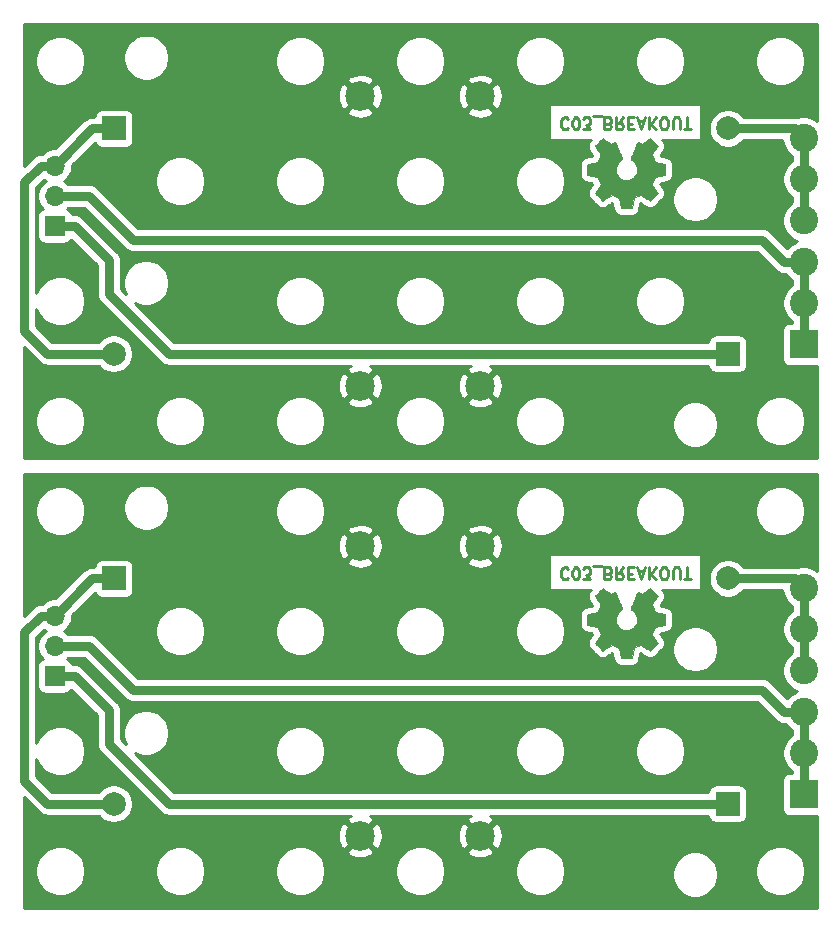
<source format=gbr>
G04 #@! TF.GenerationSoftware,KiCad,Pcbnew,5.1.5-52549c5~86~ubuntu18.04.1*
G04 #@! TF.CreationDate,2020-09-09T17:07:02-05:00*
G04 #@! TF.ProjectId,,58585858-5858-4585-9858-585858585858,rev?*
G04 #@! TF.SameCoordinates,Original*
G04 #@! TF.FileFunction,Copper,L2,Bot*
G04 #@! TF.FilePolarity,Positive*
%FSLAX46Y46*%
G04 Gerber Fmt 4.6, Leading zero omitted, Abs format (unit mm)*
G04 Created by KiCad (PCBNEW 5.1.5-52549c5~86~ubuntu18.04.1) date 2020-09-09 17:07:02*
%MOMM*%
%LPD*%
G04 APERTURE LIST*
%ADD10C,0.250000*%
%ADD11C,0.010000*%
%ADD12C,2.499360*%
%ADD13C,2.000000*%
%ADD14R,2.000000X2.000000*%
%ADD15R,1.700000X1.700000*%
%ADD16O,1.700000X1.700000*%
%ADD17R,2.400000X2.400000*%
%ADD18C,2.400000*%
%ADD19C,0.750000*%
%ADD20C,0.254000*%
G04 APERTURE END LIST*
D10*
X152595866Y-98575857D02*
X152548247Y-98528238D01*
X152405390Y-98480619D01*
X152310152Y-98480619D01*
X152167295Y-98528238D01*
X152072057Y-98623476D01*
X152024438Y-98718714D01*
X151976819Y-98909190D01*
X151976819Y-99052047D01*
X152024438Y-99242523D01*
X152072057Y-99337761D01*
X152167295Y-99433000D01*
X152310152Y-99480619D01*
X152405390Y-99480619D01*
X152548247Y-99433000D01*
X152595866Y-99385380D01*
X153214914Y-99480619D02*
X153310152Y-99480619D01*
X153405390Y-99433000D01*
X153453009Y-99385380D01*
X153500628Y-99290142D01*
X153548247Y-99099666D01*
X153548247Y-98861571D01*
X153500628Y-98671095D01*
X153453009Y-98575857D01*
X153405390Y-98528238D01*
X153310152Y-98480619D01*
X153214914Y-98480619D01*
X153119676Y-98528238D01*
X153072057Y-98575857D01*
X153024438Y-98671095D01*
X152976819Y-98861571D01*
X152976819Y-99099666D01*
X153024438Y-99290142D01*
X153072057Y-99385380D01*
X153119676Y-99433000D01*
X153214914Y-99480619D01*
X153881580Y-99480619D02*
X154500628Y-99480619D01*
X154167295Y-99099666D01*
X154310152Y-99099666D01*
X154405390Y-99052047D01*
X154453009Y-99004428D01*
X154500628Y-98909190D01*
X154500628Y-98671095D01*
X154453009Y-98575857D01*
X154405390Y-98528238D01*
X154310152Y-98480619D01*
X154024438Y-98480619D01*
X153929200Y-98528238D01*
X153881580Y-98575857D01*
X154691104Y-98385380D02*
X155453009Y-98385380D01*
X156024438Y-99004428D02*
X156167295Y-98956809D01*
X156214914Y-98909190D01*
X156262533Y-98813952D01*
X156262533Y-98671095D01*
X156214914Y-98575857D01*
X156167295Y-98528238D01*
X156072057Y-98480619D01*
X155691104Y-98480619D01*
X155691104Y-99480619D01*
X156024438Y-99480619D01*
X156119676Y-99433000D01*
X156167295Y-99385380D01*
X156214914Y-99290142D01*
X156214914Y-99194904D01*
X156167295Y-99099666D01*
X156119676Y-99052047D01*
X156024438Y-99004428D01*
X155691104Y-99004428D01*
X157262533Y-98480619D02*
X156929200Y-98956809D01*
X156691104Y-98480619D02*
X156691104Y-99480619D01*
X157072057Y-99480619D01*
X157167295Y-99433000D01*
X157214914Y-99385380D01*
X157262533Y-99290142D01*
X157262533Y-99147285D01*
X157214914Y-99052047D01*
X157167295Y-99004428D01*
X157072057Y-98956809D01*
X156691104Y-98956809D01*
X157691104Y-99004428D02*
X158024438Y-99004428D01*
X158167295Y-98480619D02*
X157691104Y-98480619D01*
X157691104Y-99480619D01*
X158167295Y-99480619D01*
X158548247Y-98766333D02*
X159024438Y-98766333D01*
X158453009Y-98480619D02*
X158786342Y-99480619D01*
X159119676Y-98480619D01*
X159453009Y-98480619D02*
X159453009Y-99480619D01*
X160024438Y-98480619D02*
X159595866Y-99052047D01*
X160024438Y-99480619D02*
X159453009Y-98909190D01*
X160643485Y-99480619D02*
X160833961Y-99480619D01*
X160929200Y-99433000D01*
X161024438Y-99337761D01*
X161072057Y-99147285D01*
X161072057Y-98813952D01*
X161024438Y-98623476D01*
X160929200Y-98528238D01*
X160833961Y-98480619D01*
X160643485Y-98480619D01*
X160548247Y-98528238D01*
X160453009Y-98623476D01*
X160405390Y-98813952D01*
X160405390Y-99147285D01*
X160453009Y-99337761D01*
X160548247Y-99433000D01*
X160643485Y-99480619D01*
X161500628Y-99480619D02*
X161500628Y-98671095D01*
X161548247Y-98575857D01*
X161595866Y-98528238D01*
X161691104Y-98480619D01*
X161881580Y-98480619D01*
X161976819Y-98528238D01*
X162024438Y-98575857D01*
X162072057Y-98671095D01*
X162072057Y-99480619D01*
X162405390Y-99480619D02*
X162976819Y-99480619D01*
X162691104Y-98480619D02*
X162691104Y-99480619D01*
X152595866Y-60475857D02*
X152548247Y-60428238D01*
X152405390Y-60380619D01*
X152310152Y-60380619D01*
X152167295Y-60428238D01*
X152072057Y-60523476D01*
X152024438Y-60618714D01*
X151976819Y-60809190D01*
X151976819Y-60952047D01*
X152024438Y-61142523D01*
X152072057Y-61237761D01*
X152167295Y-61333000D01*
X152310152Y-61380619D01*
X152405390Y-61380619D01*
X152548247Y-61333000D01*
X152595866Y-61285380D01*
X153214914Y-61380619D02*
X153310152Y-61380619D01*
X153405390Y-61333000D01*
X153453009Y-61285380D01*
X153500628Y-61190142D01*
X153548247Y-60999666D01*
X153548247Y-60761571D01*
X153500628Y-60571095D01*
X153453009Y-60475857D01*
X153405390Y-60428238D01*
X153310152Y-60380619D01*
X153214914Y-60380619D01*
X153119676Y-60428238D01*
X153072057Y-60475857D01*
X153024438Y-60571095D01*
X152976819Y-60761571D01*
X152976819Y-60999666D01*
X153024438Y-61190142D01*
X153072057Y-61285380D01*
X153119676Y-61333000D01*
X153214914Y-61380619D01*
X153881580Y-61380619D02*
X154500628Y-61380619D01*
X154167295Y-60999666D01*
X154310152Y-60999666D01*
X154405390Y-60952047D01*
X154453009Y-60904428D01*
X154500628Y-60809190D01*
X154500628Y-60571095D01*
X154453009Y-60475857D01*
X154405390Y-60428238D01*
X154310152Y-60380619D01*
X154024438Y-60380619D01*
X153929200Y-60428238D01*
X153881580Y-60475857D01*
X154691104Y-60285380D02*
X155453009Y-60285380D01*
X156024438Y-60904428D02*
X156167295Y-60856809D01*
X156214914Y-60809190D01*
X156262533Y-60713952D01*
X156262533Y-60571095D01*
X156214914Y-60475857D01*
X156167295Y-60428238D01*
X156072057Y-60380619D01*
X155691104Y-60380619D01*
X155691104Y-61380619D01*
X156024438Y-61380619D01*
X156119676Y-61333000D01*
X156167295Y-61285380D01*
X156214914Y-61190142D01*
X156214914Y-61094904D01*
X156167295Y-60999666D01*
X156119676Y-60952047D01*
X156024438Y-60904428D01*
X155691104Y-60904428D01*
X157262533Y-60380619D02*
X156929200Y-60856809D01*
X156691104Y-60380619D02*
X156691104Y-61380619D01*
X157072057Y-61380619D01*
X157167295Y-61333000D01*
X157214914Y-61285380D01*
X157262533Y-61190142D01*
X157262533Y-61047285D01*
X157214914Y-60952047D01*
X157167295Y-60904428D01*
X157072057Y-60856809D01*
X156691104Y-60856809D01*
X157691104Y-60904428D02*
X158024438Y-60904428D01*
X158167295Y-60380619D02*
X157691104Y-60380619D01*
X157691104Y-61380619D01*
X158167295Y-61380619D01*
X158548247Y-60666333D02*
X159024438Y-60666333D01*
X158453009Y-60380619D02*
X158786342Y-61380619D01*
X159119676Y-60380619D01*
X159453009Y-60380619D02*
X159453009Y-61380619D01*
X160024438Y-60380619D02*
X159595866Y-60952047D01*
X160024438Y-61380619D02*
X159453009Y-60809190D01*
X160643485Y-61380619D02*
X160833961Y-61380619D01*
X160929200Y-61333000D01*
X161024438Y-61237761D01*
X161072057Y-61047285D01*
X161072057Y-60713952D01*
X161024438Y-60523476D01*
X160929200Y-60428238D01*
X160833961Y-60380619D01*
X160643485Y-60380619D01*
X160548247Y-60428238D01*
X160453009Y-60523476D01*
X160405390Y-60713952D01*
X160405390Y-61047285D01*
X160453009Y-61237761D01*
X160548247Y-61333000D01*
X160643485Y-61380619D01*
X161500628Y-61380619D02*
X161500628Y-60571095D01*
X161548247Y-60475857D01*
X161595866Y-60428238D01*
X161691104Y-60380619D01*
X161881580Y-60380619D01*
X161976819Y-60428238D01*
X162024438Y-60475857D01*
X162072057Y-60571095D01*
X162072057Y-61380619D01*
X162405390Y-61380619D02*
X162976819Y-61380619D01*
X162691104Y-60380619D02*
X162691104Y-61380619D01*
D11*
G36*
X158086614Y-105731269D02*
G01*
X158170435Y-105286645D01*
X158479720Y-105159147D01*
X158789006Y-105031649D01*
X159160046Y-105283954D01*
X159263957Y-105354204D01*
X159357887Y-105416928D01*
X159437452Y-105469262D01*
X159498270Y-105508343D01*
X159535957Y-105531307D01*
X159546221Y-105536258D01*
X159564710Y-105523524D01*
X159604220Y-105488318D01*
X159660322Y-105435138D01*
X159728587Y-105368482D01*
X159804586Y-105292846D01*
X159883892Y-105212728D01*
X159962075Y-105132626D01*
X160034707Y-105057036D01*
X160097359Y-104990455D01*
X160145603Y-104937382D01*
X160175010Y-104902313D01*
X160182041Y-104890577D01*
X160171923Y-104868940D01*
X160143559Y-104821538D01*
X160099929Y-104753007D01*
X160044018Y-104667985D01*
X159978806Y-104571107D01*
X159941019Y-104515850D01*
X159872143Y-104414952D01*
X159810940Y-104323901D01*
X159760378Y-104247230D01*
X159723428Y-104189472D01*
X159703058Y-104155157D01*
X159699997Y-104147946D01*
X159706936Y-104127452D01*
X159725851Y-104079687D01*
X159753887Y-104011368D01*
X159788191Y-103929211D01*
X159825909Y-103839930D01*
X159864187Y-103750242D01*
X159900170Y-103666862D01*
X159931006Y-103596506D01*
X159953839Y-103545890D01*
X159965817Y-103521729D01*
X159966524Y-103520778D01*
X159985331Y-103516164D01*
X160035418Y-103505872D01*
X160111593Y-103490913D01*
X160208665Y-103472299D01*
X160321443Y-103451041D01*
X160387242Y-103438782D01*
X160507750Y-103415838D01*
X160616597Y-103394005D01*
X160708276Y-103374478D01*
X160777281Y-103358452D01*
X160818104Y-103347121D01*
X160826311Y-103343526D01*
X160834348Y-103319194D01*
X160840833Y-103264241D01*
X160845770Y-103185092D01*
X160849164Y-103088174D01*
X160851018Y-102979913D01*
X160851338Y-102866735D01*
X160850127Y-102755065D01*
X160847390Y-102651332D01*
X160843131Y-102561959D01*
X160837355Y-102493374D01*
X160830067Y-102452003D01*
X160825695Y-102443390D01*
X160799564Y-102433067D01*
X160744193Y-102418308D01*
X160666907Y-102400848D01*
X160575030Y-102382420D01*
X160542958Y-102376459D01*
X160388324Y-102348134D01*
X160266175Y-102325324D01*
X160172473Y-102307120D01*
X160103184Y-102292617D01*
X160054271Y-102280908D01*
X160021697Y-102271085D01*
X160001428Y-102262244D01*
X159989426Y-102253476D01*
X159987747Y-102251743D01*
X159970984Y-102223829D01*
X159945414Y-102169505D01*
X159913588Y-102095423D01*
X159878060Y-102008235D01*
X159841383Y-101914592D01*
X159806111Y-101821148D01*
X159774796Y-101734553D01*
X159749993Y-101661460D01*
X159734254Y-101608522D01*
X159730132Y-101582389D01*
X159730476Y-101581474D01*
X159744441Y-101560114D01*
X159776122Y-101513116D01*
X159822191Y-101445373D01*
X159879318Y-101361777D01*
X159944173Y-101267218D01*
X159962643Y-101240346D01*
X160028499Y-101142925D01*
X160086450Y-101054037D01*
X160133338Y-100978788D01*
X160166007Y-100922280D01*
X160181300Y-100889619D01*
X160182041Y-100885607D01*
X160169192Y-100864516D01*
X160133688Y-100822736D01*
X160080093Y-100764755D01*
X160012971Y-100695065D01*
X159936887Y-100618155D01*
X159856404Y-100538517D01*
X159776087Y-100460639D01*
X159700499Y-100389014D01*
X159634205Y-100328130D01*
X159581769Y-100282479D01*
X159547755Y-100256550D01*
X159538345Y-100252317D01*
X159516443Y-100262288D01*
X159471600Y-100289180D01*
X159411121Y-100328464D01*
X159364589Y-100360083D01*
X159280275Y-100418102D01*
X159180426Y-100486416D01*
X159080273Y-100554621D01*
X159026427Y-100591125D01*
X158844171Y-100714400D01*
X158691181Y-100631680D01*
X158621482Y-100595441D01*
X158562214Y-100567274D01*
X158522111Y-100551209D01*
X158511903Y-100548974D01*
X158499629Y-100565478D01*
X158475413Y-100612118D01*
X158441063Y-100684591D01*
X158398388Y-100778594D01*
X158349194Y-100889826D01*
X158295290Y-101013985D01*
X158238484Y-101146768D01*
X158180582Y-101283873D01*
X158123393Y-101420998D01*
X158068724Y-101553842D01*
X158018384Y-101678102D01*
X157974180Y-101789475D01*
X157937919Y-101883661D01*
X157911409Y-101956356D01*
X157896458Y-102003259D01*
X157894054Y-102019367D01*
X157913111Y-102039914D01*
X157954836Y-102073267D01*
X158010506Y-102112498D01*
X158015178Y-102115601D01*
X158159064Y-102230777D01*
X158275083Y-102365147D01*
X158362230Y-102514416D01*
X158419499Y-102674287D01*
X158445886Y-102840463D01*
X158440385Y-103008648D01*
X158401990Y-103174545D01*
X158329695Y-103333858D01*
X158308426Y-103368713D01*
X158197796Y-103509463D01*
X158067102Y-103622486D01*
X157920864Y-103707197D01*
X157763608Y-103763006D01*
X157599857Y-103789326D01*
X157434133Y-103785570D01*
X157270962Y-103751150D01*
X157114865Y-103685477D01*
X156970367Y-103587965D01*
X156925669Y-103548387D01*
X156811912Y-103424497D01*
X156729018Y-103294076D01*
X156672156Y-103147885D01*
X156640487Y-103003112D01*
X156632669Y-102840340D01*
X156658738Y-102676760D01*
X156716045Y-102517902D01*
X156801944Y-102369294D01*
X156913786Y-102236465D01*
X157048923Y-102124944D01*
X157066683Y-102113189D01*
X157122950Y-102074692D01*
X157165723Y-102041337D01*
X157186172Y-102020040D01*
X157186469Y-102019367D01*
X157182079Y-101996329D01*
X157164676Y-101944043D01*
X157136068Y-101866810D01*
X157098065Y-101768932D01*
X157052474Y-101654709D01*
X157001103Y-101528442D01*
X156945762Y-101394433D01*
X156888258Y-101256982D01*
X156830401Y-101120392D01*
X156773998Y-100988963D01*
X156720858Y-100866995D01*
X156672790Y-100758791D01*
X156631601Y-100668651D01*
X156599101Y-100600877D01*
X156577097Y-100559770D01*
X156568236Y-100548974D01*
X156541160Y-100557381D01*
X156490497Y-100579928D01*
X156424983Y-100612587D01*
X156388959Y-100631680D01*
X156235968Y-100714400D01*
X156053712Y-100591125D01*
X155960675Y-100527972D01*
X155858815Y-100458473D01*
X155763362Y-100393035D01*
X155715550Y-100360083D01*
X155648305Y-100314927D01*
X155591364Y-100279143D01*
X155552154Y-100257262D01*
X155539419Y-100252637D01*
X155520883Y-100265115D01*
X155479859Y-100299948D01*
X155420325Y-100353522D01*
X155346258Y-100422217D01*
X155261635Y-100502419D01*
X155208115Y-100553914D01*
X155114481Y-100645914D01*
X155033559Y-100728201D01*
X154968623Y-100797255D01*
X154922942Y-100849556D01*
X154899789Y-100881584D01*
X154897568Y-100888084D01*
X154907876Y-100912806D01*
X154936361Y-100962795D01*
X154979863Y-101032988D01*
X155035223Y-101118325D01*
X155099280Y-101213744D01*
X155117497Y-101240346D01*
X155183873Y-101337033D01*
X155243422Y-101424083D01*
X155292816Y-101496605D01*
X155328725Y-101549707D01*
X155347819Y-101578497D01*
X155349664Y-101581474D01*
X155346905Y-101604418D01*
X155332262Y-101654864D01*
X155308287Y-101726159D01*
X155277534Y-101811653D01*
X155242556Y-101904693D01*
X155205907Y-101998626D01*
X155170139Y-102086801D01*
X155137806Y-102162566D01*
X155111462Y-102219269D01*
X155093658Y-102250257D01*
X155092393Y-102251743D01*
X155081506Y-102260599D01*
X155063118Y-102269357D01*
X155033194Y-102278923D01*
X154987697Y-102290204D01*
X154922591Y-102304107D01*
X154833839Y-102321537D01*
X154717407Y-102343402D01*
X154569258Y-102370609D01*
X154537182Y-102376459D01*
X154442114Y-102394826D01*
X154359235Y-102412795D01*
X154295870Y-102428631D01*
X154259342Y-102440600D01*
X154254444Y-102443390D01*
X154246373Y-102468128D01*
X154239813Y-102523410D01*
X154234767Y-102602811D01*
X154231241Y-102699904D01*
X154229239Y-102808262D01*
X154228764Y-102921460D01*
X154229823Y-103033072D01*
X154232418Y-103136671D01*
X154236554Y-103225832D01*
X154242237Y-103294128D01*
X154249469Y-103335134D01*
X154253829Y-103343526D01*
X154278102Y-103351992D01*
X154333374Y-103365765D01*
X154414138Y-103383650D01*
X154514888Y-103404452D01*
X154630117Y-103426977D01*
X154692898Y-103438782D01*
X154812013Y-103461049D01*
X154918235Y-103481221D01*
X155006373Y-103498285D01*
X155071234Y-103511231D01*
X155107626Y-103519045D01*
X155113616Y-103520778D01*
X155123739Y-103540310D01*
X155145138Y-103587357D01*
X155174961Y-103655197D01*
X155210355Y-103737109D01*
X155248468Y-103826372D01*
X155286447Y-103916265D01*
X155321440Y-104000065D01*
X155350594Y-104071053D01*
X155371057Y-104122506D01*
X155379977Y-104147703D01*
X155380143Y-104148804D01*
X155370031Y-104168681D01*
X155341683Y-104214423D01*
X155298077Y-104281483D01*
X155242194Y-104365316D01*
X155177013Y-104461374D01*
X155139121Y-104516550D01*
X155070075Y-104617719D01*
X155008750Y-104709570D01*
X154958137Y-104787456D01*
X154921229Y-104846731D01*
X154901018Y-104882749D01*
X154898099Y-104890823D01*
X154910647Y-104909616D01*
X154945337Y-104949743D01*
X154997737Y-105006707D01*
X155063416Y-105076015D01*
X155137944Y-105153169D01*
X155216887Y-105233675D01*
X155295817Y-105313037D01*
X155370300Y-105386760D01*
X155435906Y-105450348D01*
X155488204Y-105499306D01*
X155522761Y-105529139D01*
X155534322Y-105536258D01*
X155553146Y-105526247D01*
X155598169Y-105498122D01*
X155665013Y-105454746D01*
X155749301Y-105398982D01*
X155846656Y-105333694D01*
X155920093Y-105283954D01*
X156291133Y-105031649D01*
X156909705Y-105286645D01*
X156993525Y-105731269D01*
X157077346Y-106175893D01*
X158002794Y-106175893D01*
X158086614Y-105731269D01*
G37*
X158086614Y-105731269D02*
X158170435Y-105286645D01*
X158479720Y-105159147D01*
X158789006Y-105031649D01*
X159160046Y-105283954D01*
X159263957Y-105354204D01*
X159357887Y-105416928D01*
X159437452Y-105469262D01*
X159498270Y-105508343D01*
X159535957Y-105531307D01*
X159546221Y-105536258D01*
X159564710Y-105523524D01*
X159604220Y-105488318D01*
X159660322Y-105435138D01*
X159728587Y-105368482D01*
X159804586Y-105292846D01*
X159883892Y-105212728D01*
X159962075Y-105132626D01*
X160034707Y-105057036D01*
X160097359Y-104990455D01*
X160145603Y-104937382D01*
X160175010Y-104902313D01*
X160182041Y-104890577D01*
X160171923Y-104868940D01*
X160143559Y-104821538D01*
X160099929Y-104753007D01*
X160044018Y-104667985D01*
X159978806Y-104571107D01*
X159941019Y-104515850D01*
X159872143Y-104414952D01*
X159810940Y-104323901D01*
X159760378Y-104247230D01*
X159723428Y-104189472D01*
X159703058Y-104155157D01*
X159699997Y-104147946D01*
X159706936Y-104127452D01*
X159725851Y-104079687D01*
X159753887Y-104011368D01*
X159788191Y-103929211D01*
X159825909Y-103839930D01*
X159864187Y-103750242D01*
X159900170Y-103666862D01*
X159931006Y-103596506D01*
X159953839Y-103545890D01*
X159965817Y-103521729D01*
X159966524Y-103520778D01*
X159985331Y-103516164D01*
X160035418Y-103505872D01*
X160111593Y-103490913D01*
X160208665Y-103472299D01*
X160321443Y-103451041D01*
X160387242Y-103438782D01*
X160507750Y-103415838D01*
X160616597Y-103394005D01*
X160708276Y-103374478D01*
X160777281Y-103358452D01*
X160818104Y-103347121D01*
X160826311Y-103343526D01*
X160834348Y-103319194D01*
X160840833Y-103264241D01*
X160845770Y-103185092D01*
X160849164Y-103088174D01*
X160851018Y-102979913D01*
X160851338Y-102866735D01*
X160850127Y-102755065D01*
X160847390Y-102651332D01*
X160843131Y-102561959D01*
X160837355Y-102493374D01*
X160830067Y-102452003D01*
X160825695Y-102443390D01*
X160799564Y-102433067D01*
X160744193Y-102418308D01*
X160666907Y-102400848D01*
X160575030Y-102382420D01*
X160542958Y-102376459D01*
X160388324Y-102348134D01*
X160266175Y-102325324D01*
X160172473Y-102307120D01*
X160103184Y-102292617D01*
X160054271Y-102280908D01*
X160021697Y-102271085D01*
X160001428Y-102262244D01*
X159989426Y-102253476D01*
X159987747Y-102251743D01*
X159970984Y-102223829D01*
X159945414Y-102169505D01*
X159913588Y-102095423D01*
X159878060Y-102008235D01*
X159841383Y-101914592D01*
X159806111Y-101821148D01*
X159774796Y-101734553D01*
X159749993Y-101661460D01*
X159734254Y-101608522D01*
X159730132Y-101582389D01*
X159730476Y-101581474D01*
X159744441Y-101560114D01*
X159776122Y-101513116D01*
X159822191Y-101445373D01*
X159879318Y-101361777D01*
X159944173Y-101267218D01*
X159962643Y-101240346D01*
X160028499Y-101142925D01*
X160086450Y-101054037D01*
X160133338Y-100978788D01*
X160166007Y-100922280D01*
X160181300Y-100889619D01*
X160182041Y-100885607D01*
X160169192Y-100864516D01*
X160133688Y-100822736D01*
X160080093Y-100764755D01*
X160012971Y-100695065D01*
X159936887Y-100618155D01*
X159856404Y-100538517D01*
X159776087Y-100460639D01*
X159700499Y-100389014D01*
X159634205Y-100328130D01*
X159581769Y-100282479D01*
X159547755Y-100256550D01*
X159538345Y-100252317D01*
X159516443Y-100262288D01*
X159471600Y-100289180D01*
X159411121Y-100328464D01*
X159364589Y-100360083D01*
X159280275Y-100418102D01*
X159180426Y-100486416D01*
X159080273Y-100554621D01*
X159026427Y-100591125D01*
X158844171Y-100714400D01*
X158691181Y-100631680D01*
X158621482Y-100595441D01*
X158562214Y-100567274D01*
X158522111Y-100551209D01*
X158511903Y-100548974D01*
X158499629Y-100565478D01*
X158475413Y-100612118D01*
X158441063Y-100684591D01*
X158398388Y-100778594D01*
X158349194Y-100889826D01*
X158295290Y-101013985D01*
X158238484Y-101146768D01*
X158180582Y-101283873D01*
X158123393Y-101420998D01*
X158068724Y-101553842D01*
X158018384Y-101678102D01*
X157974180Y-101789475D01*
X157937919Y-101883661D01*
X157911409Y-101956356D01*
X157896458Y-102003259D01*
X157894054Y-102019367D01*
X157913111Y-102039914D01*
X157954836Y-102073267D01*
X158010506Y-102112498D01*
X158015178Y-102115601D01*
X158159064Y-102230777D01*
X158275083Y-102365147D01*
X158362230Y-102514416D01*
X158419499Y-102674287D01*
X158445886Y-102840463D01*
X158440385Y-103008648D01*
X158401990Y-103174545D01*
X158329695Y-103333858D01*
X158308426Y-103368713D01*
X158197796Y-103509463D01*
X158067102Y-103622486D01*
X157920864Y-103707197D01*
X157763608Y-103763006D01*
X157599857Y-103789326D01*
X157434133Y-103785570D01*
X157270962Y-103751150D01*
X157114865Y-103685477D01*
X156970367Y-103587965D01*
X156925669Y-103548387D01*
X156811912Y-103424497D01*
X156729018Y-103294076D01*
X156672156Y-103147885D01*
X156640487Y-103003112D01*
X156632669Y-102840340D01*
X156658738Y-102676760D01*
X156716045Y-102517902D01*
X156801944Y-102369294D01*
X156913786Y-102236465D01*
X157048923Y-102124944D01*
X157066683Y-102113189D01*
X157122950Y-102074692D01*
X157165723Y-102041337D01*
X157186172Y-102020040D01*
X157186469Y-102019367D01*
X157182079Y-101996329D01*
X157164676Y-101944043D01*
X157136068Y-101866810D01*
X157098065Y-101768932D01*
X157052474Y-101654709D01*
X157001103Y-101528442D01*
X156945762Y-101394433D01*
X156888258Y-101256982D01*
X156830401Y-101120392D01*
X156773998Y-100988963D01*
X156720858Y-100866995D01*
X156672790Y-100758791D01*
X156631601Y-100668651D01*
X156599101Y-100600877D01*
X156577097Y-100559770D01*
X156568236Y-100548974D01*
X156541160Y-100557381D01*
X156490497Y-100579928D01*
X156424983Y-100612587D01*
X156388959Y-100631680D01*
X156235968Y-100714400D01*
X156053712Y-100591125D01*
X155960675Y-100527972D01*
X155858815Y-100458473D01*
X155763362Y-100393035D01*
X155715550Y-100360083D01*
X155648305Y-100314927D01*
X155591364Y-100279143D01*
X155552154Y-100257262D01*
X155539419Y-100252637D01*
X155520883Y-100265115D01*
X155479859Y-100299948D01*
X155420325Y-100353522D01*
X155346258Y-100422217D01*
X155261635Y-100502419D01*
X155208115Y-100553914D01*
X155114481Y-100645914D01*
X155033559Y-100728201D01*
X154968623Y-100797255D01*
X154922942Y-100849556D01*
X154899789Y-100881584D01*
X154897568Y-100888084D01*
X154907876Y-100912806D01*
X154936361Y-100962795D01*
X154979863Y-101032988D01*
X155035223Y-101118325D01*
X155099280Y-101213744D01*
X155117497Y-101240346D01*
X155183873Y-101337033D01*
X155243422Y-101424083D01*
X155292816Y-101496605D01*
X155328725Y-101549707D01*
X155347819Y-101578497D01*
X155349664Y-101581474D01*
X155346905Y-101604418D01*
X155332262Y-101654864D01*
X155308287Y-101726159D01*
X155277534Y-101811653D01*
X155242556Y-101904693D01*
X155205907Y-101998626D01*
X155170139Y-102086801D01*
X155137806Y-102162566D01*
X155111462Y-102219269D01*
X155093658Y-102250257D01*
X155092393Y-102251743D01*
X155081506Y-102260599D01*
X155063118Y-102269357D01*
X155033194Y-102278923D01*
X154987697Y-102290204D01*
X154922591Y-102304107D01*
X154833839Y-102321537D01*
X154717407Y-102343402D01*
X154569258Y-102370609D01*
X154537182Y-102376459D01*
X154442114Y-102394826D01*
X154359235Y-102412795D01*
X154295870Y-102428631D01*
X154259342Y-102440600D01*
X154254444Y-102443390D01*
X154246373Y-102468128D01*
X154239813Y-102523410D01*
X154234767Y-102602811D01*
X154231241Y-102699904D01*
X154229239Y-102808262D01*
X154228764Y-102921460D01*
X154229823Y-103033072D01*
X154232418Y-103136671D01*
X154236554Y-103225832D01*
X154242237Y-103294128D01*
X154249469Y-103335134D01*
X154253829Y-103343526D01*
X154278102Y-103351992D01*
X154333374Y-103365765D01*
X154414138Y-103383650D01*
X154514888Y-103404452D01*
X154630117Y-103426977D01*
X154692898Y-103438782D01*
X154812013Y-103461049D01*
X154918235Y-103481221D01*
X155006373Y-103498285D01*
X155071234Y-103511231D01*
X155107626Y-103519045D01*
X155113616Y-103520778D01*
X155123739Y-103540310D01*
X155145138Y-103587357D01*
X155174961Y-103655197D01*
X155210355Y-103737109D01*
X155248468Y-103826372D01*
X155286447Y-103916265D01*
X155321440Y-104000065D01*
X155350594Y-104071053D01*
X155371057Y-104122506D01*
X155379977Y-104147703D01*
X155380143Y-104148804D01*
X155370031Y-104168681D01*
X155341683Y-104214423D01*
X155298077Y-104281483D01*
X155242194Y-104365316D01*
X155177013Y-104461374D01*
X155139121Y-104516550D01*
X155070075Y-104617719D01*
X155008750Y-104709570D01*
X154958137Y-104787456D01*
X154921229Y-104846731D01*
X154901018Y-104882749D01*
X154898099Y-104890823D01*
X154910647Y-104909616D01*
X154945337Y-104949743D01*
X154997737Y-105006707D01*
X155063416Y-105076015D01*
X155137944Y-105153169D01*
X155216887Y-105233675D01*
X155295817Y-105313037D01*
X155370300Y-105386760D01*
X155435906Y-105450348D01*
X155488204Y-105499306D01*
X155522761Y-105529139D01*
X155534322Y-105536258D01*
X155553146Y-105526247D01*
X155598169Y-105498122D01*
X155665013Y-105454746D01*
X155749301Y-105398982D01*
X155846656Y-105333694D01*
X155920093Y-105283954D01*
X156291133Y-105031649D01*
X156909705Y-105286645D01*
X156993525Y-105731269D01*
X157077346Y-106175893D01*
X158002794Y-106175893D01*
X158086614Y-105731269D01*
G36*
X158086614Y-67631269D02*
G01*
X158170435Y-67186645D01*
X158479720Y-67059147D01*
X158789006Y-66931649D01*
X159160046Y-67183954D01*
X159263957Y-67254204D01*
X159357887Y-67316928D01*
X159437452Y-67369262D01*
X159498270Y-67408343D01*
X159535957Y-67431307D01*
X159546221Y-67436258D01*
X159564710Y-67423524D01*
X159604220Y-67388318D01*
X159660322Y-67335138D01*
X159728587Y-67268482D01*
X159804586Y-67192846D01*
X159883892Y-67112728D01*
X159962075Y-67032626D01*
X160034707Y-66957036D01*
X160097359Y-66890455D01*
X160145603Y-66837382D01*
X160175010Y-66802313D01*
X160182041Y-66790577D01*
X160171923Y-66768940D01*
X160143559Y-66721538D01*
X160099929Y-66653007D01*
X160044018Y-66567985D01*
X159978806Y-66471107D01*
X159941019Y-66415850D01*
X159872143Y-66314952D01*
X159810940Y-66223901D01*
X159760378Y-66147230D01*
X159723428Y-66089472D01*
X159703058Y-66055157D01*
X159699997Y-66047946D01*
X159706936Y-66027452D01*
X159725851Y-65979687D01*
X159753887Y-65911368D01*
X159788191Y-65829211D01*
X159825909Y-65739930D01*
X159864187Y-65650242D01*
X159900170Y-65566862D01*
X159931006Y-65496506D01*
X159953839Y-65445890D01*
X159965817Y-65421729D01*
X159966524Y-65420778D01*
X159985331Y-65416164D01*
X160035418Y-65405872D01*
X160111593Y-65390913D01*
X160208665Y-65372299D01*
X160321443Y-65351041D01*
X160387242Y-65338782D01*
X160507750Y-65315838D01*
X160616597Y-65294005D01*
X160708276Y-65274478D01*
X160777281Y-65258452D01*
X160818104Y-65247121D01*
X160826311Y-65243526D01*
X160834348Y-65219194D01*
X160840833Y-65164241D01*
X160845770Y-65085092D01*
X160849164Y-64988174D01*
X160851018Y-64879913D01*
X160851338Y-64766735D01*
X160850127Y-64655065D01*
X160847390Y-64551332D01*
X160843131Y-64461959D01*
X160837355Y-64393374D01*
X160830067Y-64352003D01*
X160825695Y-64343390D01*
X160799564Y-64333067D01*
X160744193Y-64318308D01*
X160666907Y-64300848D01*
X160575030Y-64282420D01*
X160542958Y-64276459D01*
X160388324Y-64248134D01*
X160266175Y-64225324D01*
X160172473Y-64207120D01*
X160103184Y-64192617D01*
X160054271Y-64180908D01*
X160021697Y-64171085D01*
X160001428Y-64162244D01*
X159989426Y-64153476D01*
X159987747Y-64151743D01*
X159970984Y-64123829D01*
X159945414Y-64069505D01*
X159913588Y-63995423D01*
X159878060Y-63908235D01*
X159841383Y-63814592D01*
X159806111Y-63721148D01*
X159774796Y-63634553D01*
X159749993Y-63561460D01*
X159734254Y-63508522D01*
X159730132Y-63482389D01*
X159730476Y-63481474D01*
X159744441Y-63460114D01*
X159776122Y-63413116D01*
X159822191Y-63345373D01*
X159879318Y-63261777D01*
X159944173Y-63167218D01*
X159962643Y-63140346D01*
X160028499Y-63042925D01*
X160086450Y-62954037D01*
X160133338Y-62878788D01*
X160166007Y-62822280D01*
X160181300Y-62789619D01*
X160182041Y-62785607D01*
X160169192Y-62764516D01*
X160133688Y-62722736D01*
X160080093Y-62664755D01*
X160012971Y-62595065D01*
X159936887Y-62518155D01*
X159856404Y-62438517D01*
X159776087Y-62360639D01*
X159700499Y-62289014D01*
X159634205Y-62228130D01*
X159581769Y-62182479D01*
X159547755Y-62156550D01*
X159538345Y-62152317D01*
X159516443Y-62162288D01*
X159471600Y-62189180D01*
X159411121Y-62228464D01*
X159364589Y-62260083D01*
X159280275Y-62318102D01*
X159180426Y-62386416D01*
X159080273Y-62454621D01*
X159026427Y-62491125D01*
X158844171Y-62614400D01*
X158691181Y-62531680D01*
X158621482Y-62495441D01*
X158562214Y-62467274D01*
X158522111Y-62451209D01*
X158511903Y-62448974D01*
X158499629Y-62465478D01*
X158475413Y-62512118D01*
X158441063Y-62584591D01*
X158398388Y-62678594D01*
X158349194Y-62789826D01*
X158295290Y-62913985D01*
X158238484Y-63046768D01*
X158180582Y-63183873D01*
X158123393Y-63320998D01*
X158068724Y-63453842D01*
X158018384Y-63578102D01*
X157974180Y-63689475D01*
X157937919Y-63783661D01*
X157911409Y-63856356D01*
X157896458Y-63903259D01*
X157894054Y-63919367D01*
X157913111Y-63939914D01*
X157954836Y-63973267D01*
X158010506Y-64012498D01*
X158015178Y-64015601D01*
X158159064Y-64130777D01*
X158275083Y-64265147D01*
X158362230Y-64414416D01*
X158419499Y-64574287D01*
X158445886Y-64740463D01*
X158440385Y-64908648D01*
X158401990Y-65074545D01*
X158329695Y-65233858D01*
X158308426Y-65268713D01*
X158197796Y-65409463D01*
X158067102Y-65522486D01*
X157920864Y-65607197D01*
X157763608Y-65663006D01*
X157599857Y-65689326D01*
X157434133Y-65685570D01*
X157270962Y-65651150D01*
X157114865Y-65585477D01*
X156970367Y-65487965D01*
X156925669Y-65448387D01*
X156811912Y-65324497D01*
X156729018Y-65194076D01*
X156672156Y-65047885D01*
X156640487Y-64903112D01*
X156632669Y-64740340D01*
X156658738Y-64576760D01*
X156716045Y-64417902D01*
X156801944Y-64269294D01*
X156913786Y-64136465D01*
X157048923Y-64024944D01*
X157066683Y-64013189D01*
X157122950Y-63974692D01*
X157165723Y-63941337D01*
X157186172Y-63920040D01*
X157186469Y-63919367D01*
X157182079Y-63896329D01*
X157164676Y-63844043D01*
X157136068Y-63766810D01*
X157098065Y-63668932D01*
X157052474Y-63554709D01*
X157001103Y-63428442D01*
X156945762Y-63294433D01*
X156888258Y-63156982D01*
X156830401Y-63020392D01*
X156773998Y-62888963D01*
X156720858Y-62766995D01*
X156672790Y-62658791D01*
X156631601Y-62568651D01*
X156599101Y-62500877D01*
X156577097Y-62459770D01*
X156568236Y-62448974D01*
X156541160Y-62457381D01*
X156490497Y-62479928D01*
X156424983Y-62512587D01*
X156388959Y-62531680D01*
X156235968Y-62614400D01*
X156053712Y-62491125D01*
X155960675Y-62427972D01*
X155858815Y-62358473D01*
X155763362Y-62293035D01*
X155715550Y-62260083D01*
X155648305Y-62214927D01*
X155591364Y-62179143D01*
X155552154Y-62157262D01*
X155539419Y-62152637D01*
X155520883Y-62165115D01*
X155479859Y-62199948D01*
X155420325Y-62253522D01*
X155346258Y-62322217D01*
X155261635Y-62402419D01*
X155208115Y-62453914D01*
X155114481Y-62545914D01*
X155033559Y-62628201D01*
X154968623Y-62697255D01*
X154922942Y-62749556D01*
X154899789Y-62781584D01*
X154897568Y-62788084D01*
X154907876Y-62812806D01*
X154936361Y-62862795D01*
X154979863Y-62932988D01*
X155035223Y-63018325D01*
X155099280Y-63113744D01*
X155117497Y-63140346D01*
X155183873Y-63237033D01*
X155243422Y-63324083D01*
X155292816Y-63396605D01*
X155328725Y-63449707D01*
X155347819Y-63478497D01*
X155349664Y-63481474D01*
X155346905Y-63504418D01*
X155332262Y-63554864D01*
X155308287Y-63626159D01*
X155277534Y-63711653D01*
X155242556Y-63804693D01*
X155205907Y-63898626D01*
X155170139Y-63986801D01*
X155137806Y-64062566D01*
X155111462Y-64119269D01*
X155093658Y-64150257D01*
X155092393Y-64151743D01*
X155081506Y-64160599D01*
X155063118Y-64169357D01*
X155033194Y-64178923D01*
X154987697Y-64190204D01*
X154922591Y-64204107D01*
X154833839Y-64221537D01*
X154717407Y-64243402D01*
X154569258Y-64270609D01*
X154537182Y-64276459D01*
X154442114Y-64294826D01*
X154359235Y-64312795D01*
X154295870Y-64328631D01*
X154259342Y-64340600D01*
X154254444Y-64343390D01*
X154246373Y-64368128D01*
X154239813Y-64423410D01*
X154234767Y-64502811D01*
X154231241Y-64599904D01*
X154229239Y-64708262D01*
X154228764Y-64821460D01*
X154229823Y-64933072D01*
X154232418Y-65036671D01*
X154236554Y-65125832D01*
X154242237Y-65194128D01*
X154249469Y-65235134D01*
X154253829Y-65243526D01*
X154278102Y-65251992D01*
X154333374Y-65265765D01*
X154414138Y-65283650D01*
X154514888Y-65304452D01*
X154630117Y-65326977D01*
X154692898Y-65338782D01*
X154812013Y-65361049D01*
X154918235Y-65381221D01*
X155006373Y-65398285D01*
X155071234Y-65411231D01*
X155107626Y-65419045D01*
X155113616Y-65420778D01*
X155123739Y-65440310D01*
X155145138Y-65487357D01*
X155174961Y-65555197D01*
X155210355Y-65637109D01*
X155248468Y-65726372D01*
X155286447Y-65816265D01*
X155321440Y-65900065D01*
X155350594Y-65971053D01*
X155371057Y-66022506D01*
X155379977Y-66047703D01*
X155380143Y-66048804D01*
X155370031Y-66068681D01*
X155341683Y-66114423D01*
X155298077Y-66181483D01*
X155242194Y-66265316D01*
X155177013Y-66361374D01*
X155139121Y-66416550D01*
X155070075Y-66517719D01*
X155008750Y-66609570D01*
X154958137Y-66687456D01*
X154921229Y-66746731D01*
X154901018Y-66782749D01*
X154898099Y-66790823D01*
X154910647Y-66809616D01*
X154945337Y-66849743D01*
X154997737Y-66906707D01*
X155063416Y-66976015D01*
X155137944Y-67053169D01*
X155216887Y-67133675D01*
X155295817Y-67213037D01*
X155370300Y-67286760D01*
X155435906Y-67350348D01*
X155488204Y-67399306D01*
X155522761Y-67429139D01*
X155534322Y-67436258D01*
X155553146Y-67426247D01*
X155598169Y-67398122D01*
X155665013Y-67354746D01*
X155749301Y-67298982D01*
X155846656Y-67233694D01*
X155920093Y-67183954D01*
X156291133Y-66931649D01*
X156909705Y-67186645D01*
X156993525Y-67631269D01*
X157077346Y-68075893D01*
X158002794Y-68075893D01*
X158086614Y-67631269D01*
G37*
X158086614Y-67631269D02*
X158170435Y-67186645D01*
X158479720Y-67059147D01*
X158789006Y-66931649D01*
X159160046Y-67183954D01*
X159263957Y-67254204D01*
X159357887Y-67316928D01*
X159437452Y-67369262D01*
X159498270Y-67408343D01*
X159535957Y-67431307D01*
X159546221Y-67436258D01*
X159564710Y-67423524D01*
X159604220Y-67388318D01*
X159660322Y-67335138D01*
X159728587Y-67268482D01*
X159804586Y-67192846D01*
X159883892Y-67112728D01*
X159962075Y-67032626D01*
X160034707Y-66957036D01*
X160097359Y-66890455D01*
X160145603Y-66837382D01*
X160175010Y-66802313D01*
X160182041Y-66790577D01*
X160171923Y-66768940D01*
X160143559Y-66721538D01*
X160099929Y-66653007D01*
X160044018Y-66567985D01*
X159978806Y-66471107D01*
X159941019Y-66415850D01*
X159872143Y-66314952D01*
X159810940Y-66223901D01*
X159760378Y-66147230D01*
X159723428Y-66089472D01*
X159703058Y-66055157D01*
X159699997Y-66047946D01*
X159706936Y-66027452D01*
X159725851Y-65979687D01*
X159753887Y-65911368D01*
X159788191Y-65829211D01*
X159825909Y-65739930D01*
X159864187Y-65650242D01*
X159900170Y-65566862D01*
X159931006Y-65496506D01*
X159953839Y-65445890D01*
X159965817Y-65421729D01*
X159966524Y-65420778D01*
X159985331Y-65416164D01*
X160035418Y-65405872D01*
X160111593Y-65390913D01*
X160208665Y-65372299D01*
X160321443Y-65351041D01*
X160387242Y-65338782D01*
X160507750Y-65315838D01*
X160616597Y-65294005D01*
X160708276Y-65274478D01*
X160777281Y-65258452D01*
X160818104Y-65247121D01*
X160826311Y-65243526D01*
X160834348Y-65219194D01*
X160840833Y-65164241D01*
X160845770Y-65085092D01*
X160849164Y-64988174D01*
X160851018Y-64879913D01*
X160851338Y-64766735D01*
X160850127Y-64655065D01*
X160847390Y-64551332D01*
X160843131Y-64461959D01*
X160837355Y-64393374D01*
X160830067Y-64352003D01*
X160825695Y-64343390D01*
X160799564Y-64333067D01*
X160744193Y-64318308D01*
X160666907Y-64300848D01*
X160575030Y-64282420D01*
X160542958Y-64276459D01*
X160388324Y-64248134D01*
X160266175Y-64225324D01*
X160172473Y-64207120D01*
X160103184Y-64192617D01*
X160054271Y-64180908D01*
X160021697Y-64171085D01*
X160001428Y-64162244D01*
X159989426Y-64153476D01*
X159987747Y-64151743D01*
X159970984Y-64123829D01*
X159945414Y-64069505D01*
X159913588Y-63995423D01*
X159878060Y-63908235D01*
X159841383Y-63814592D01*
X159806111Y-63721148D01*
X159774796Y-63634553D01*
X159749993Y-63561460D01*
X159734254Y-63508522D01*
X159730132Y-63482389D01*
X159730476Y-63481474D01*
X159744441Y-63460114D01*
X159776122Y-63413116D01*
X159822191Y-63345373D01*
X159879318Y-63261777D01*
X159944173Y-63167218D01*
X159962643Y-63140346D01*
X160028499Y-63042925D01*
X160086450Y-62954037D01*
X160133338Y-62878788D01*
X160166007Y-62822280D01*
X160181300Y-62789619D01*
X160182041Y-62785607D01*
X160169192Y-62764516D01*
X160133688Y-62722736D01*
X160080093Y-62664755D01*
X160012971Y-62595065D01*
X159936887Y-62518155D01*
X159856404Y-62438517D01*
X159776087Y-62360639D01*
X159700499Y-62289014D01*
X159634205Y-62228130D01*
X159581769Y-62182479D01*
X159547755Y-62156550D01*
X159538345Y-62152317D01*
X159516443Y-62162288D01*
X159471600Y-62189180D01*
X159411121Y-62228464D01*
X159364589Y-62260083D01*
X159280275Y-62318102D01*
X159180426Y-62386416D01*
X159080273Y-62454621D01*
X159026427Y-62491125D01*
X158844171Y-62614400D01*
X158691181Y-62531680D01*
X158621482Y-62495441D01*
X158562214Y-62467274D01*
X158522111Y-62451209D01*
X158511903Y-62448974D01*
X158499629Y-62465478D01*
X158475413Y-62512118D01*
X158441063Y-62584591D01*
X158398388Y-62678594D01*
X158349194Y-62789826D01*
X158295290Y-62913985D01*
X158238484Y-63046768D01*
X158180582Y-63183873D01*
X158123393Y-63320998D01*
X158068724Y-63453842D01*
X158018384Y-63578102D01*
X157974180Y-63689475D01*
X157937919Y-63783661D01*
X157911409Y-63856356D01*
X157896458Y-63903259D01*
X157894054Y-63919367D01*
X157913111Y-63939914D01*
X157954836Y-63973267D01*
X158010506Y-64012498D01*
X158015178Y-64015601D01*
X158159064Y-64130777D01*
X158275083Y-64265147D01*
X158362230Y-64414416D01*
X158419499Y-64574287D01*
X158445886Y-64740463D01*
X158440385Y-64908648D01*
X158401990Y-65074545D01*
X158329695Y-65233858D01*
X158308426Y-65268713D01*
X158197796Y-65409463D01*
X158067102Y-65522486D01*
X157920864Y-65607197D01*
X157763608Y-65663006D01*
X157599857Y-65689326D01*
X157434133Y-65685570D01*
X157270962Y-65651150D01*
X157114865Y-65585477D01*
X156970367Y-65487965D01*
X156925669Y-65448387D01*
X156811912Y-65324497D01*
X156729018Y-65194076D01*
X156672156Y-65047885D01*
X156640487Y-64903112D01*
X156632669Y-64740340D01*
X156658738Y-64576760D01*
X156716045Y-64417902D01*
X156801944Y-64269294D01*
X156913786Y-64136465D01*
X157048923Y-64024944D01*
X157066683Y-64013189D01*
X157122950Y-63974692D01*
X157165723Y-63941337D01*
X157186172Y-63920040D01*
X157186469Y-63919367D01*
X157182079Y-63896329D01*
X157164676Y-63844043D01*
X157136068Y-63766810D01*
X157098065Y-63668932D01*
X157052474Y-63554709D01*
X157001103Y-63428442D01*
X156945762Y-63294433D01*
X156888258Y-63156982D01*
X156830401Y-63020392D01*
X156773998Y-62888963D01*
X156720858Y-62766995D01*
X156672790Y-62658791D01*
X156631601Y-62568651D01*
X156599101Y-62500877D01*
X156577097Y-62459770D01*
X156568236Y-62448974D01*
X156541160Y-62457381D01*
X156490497Y-62479928D01*
X156424983Y-62512587D01*
X156388959Y-62531680D01*
X156235968Y-62614400D01*
X156053712Y-62491125D01*
X155960675Y-62427972D01*
X155858815Y-62358473D01*
X155763362Y-62293035D01*
X155715550Y-62260083D01*
X155648305Y-62214927D01*
X155591364Y-62179143D01*
X155552154Y-62157262D01*
X155539419Y-62152637D01*
X155520883Y-62165115D01*
X155479859Y-62199948D01*
X155420325Y-62253522D01*
X155346258Y-62322217D01*
X155261635Y-62402419D01*
X155208115Y-62453914D01*
X155114481Y-62545914D01*
X155033559Y-62628201D01*
X154968623Y-62697255D01*
X154922942Y-62749556D01*
X154899789Y-62781584D01*
X154897568Y-62788084D01*
X154907876Y-62812806D01*
X154936361Y-62862795D01*
X154979863Y-62932988D01*
X155035223Y-63018325D01*
X155099280Y-63113744D01*
X155117497Y-63140346D01*
X155183873Y-63237033D01*
X155243422Y-63324083D01*
X155292816Y-63396605D01*
X155328725Y-63449707D01*
X155347819Y-63478497D01*
X155349664Y-63481474D01*
X155346905Y-63504418D01*
X155332262Y-63554864D01*
X155308287Y-63626159D01*
X155277534Y-63711653D01*
X155242556Y-63804693D01*
X155205907Y-63898626D01*
X155170139Y-63986801D01*
X155137806Y-64062566D01*
X155111462Y-64119269D01*
X155093658Y-64150257D01*
X155092393Y-64151743D01*
X155081506Y-64160599D01*
X155063118Y-64169357D01*
X155033194Y-64178923D01*
X154987697Y-64190204D01*
X154922591Y-64204107D01*
X154833839Y-64221537D01*
X154717407Y-64243402D01*
X154569258Y-64270609D01*
X154537182Y-64276459D01*
X154442114Y-64294826D01*
X154359235Y-64312795D01*
X154295870Y-64328631D01*
X154259342Y-64340600D01*
X154254444Y-64343390D01*
X154246373Y-64368128D01*
X154239813Y-64423410D01*
X154234767Y-64502811D01*
X154231241Y-64599904D01*
X154229239Y-64708262D01*
X154228764Y-64821460D01*
X154229823Y-64933072D01*
X154232418Y-65036671D01*
X154236554Y-65125832D01*
X154242237Y-65194128D01*
X154249469Y-65235134D01*
X154253829Y-65243526D01*
X154278102Y-65251992D01*
X154333374Y-65265765D01*
X154414138Y-65283650D01*
X154514888Y-65304452D01*
X154630117Y-65326977D01*
X154692898Y-65338782D01*
X154812013Y-65361049D01*
X154918235Y-65381221D01*
X155006373Y-65398285D01*
X155071234Y-65411231D01*
X155107626Y-65419045D01*
X155113616Y-65420778D01*
X155123739Y-65440310D01*
X155145138Y-65487357D01*
X155174961Y-65555197D01*
X155210355Y-65637109D01*
X155248468Y-65726372D01*
X155286447Y-65816265D01*
X155321440Y-65900065D01*
X155350594Y-65971053D01*
X155371057Y-66022506D01*
X155379977Y-66047703D01*
X155380143Y-66048804D01*
X155370031Y-66068681D01*
X155341683Y-66114423D01*
X155298077Y-66181483D01*
X155242194Y-66265316D01*
X155177013Y-66361374D01*
X155139121Y-66416550D01*
X155070075Y-66517719D01*
X155008750Y-66609570D01*
X154958137Y-66687456D01*
X154921229Y-66746731D01*
X154901018Y-66782749D01*
X154898099Y-66790823D01*
X154910647Y-66809616D01*
X154945337Y-66849743D01*
X154997737Y-66906707D01*
X155063416Y-66976015D01*
X155137944Y-67053169D01*
X155216887Y-67133675D01*
X155295817Y-67213037D01*
X155370300Y-67286760D01*
X155435906Y-67350348D01*
X155488204Y-67399306D01*
X155522761Y-67429139D01*
X155534322Y-67436258D01*
X155553146Y-67426247D01*
X155598169Y-67398122D01*
X155665013Y-67354746D01*
X155749301Y-67298982D01*
X155846656Y-67233694D01*
X155920093Y-67183954D01*
X156291133Y-66931649D01*
X156909705Y-67186645D01*
X156993525Y-67631269D01*
X157077346Y-68075893D01*
X158002794Y-68075893D01*
X158086614Y-67631269D01*
D12*
X135011200Y-121208800D03*
X145171200Y-121208800D03*
X145171200Y-96692800D03*
D13*
X114126000Y-118486000D03*
D14*
X166116000Y-118486000D03*
D15*
X109143800Y-107670600D03*
D16*
X109143800Y-105130600D03*
X109143800Y-102590600D03*
D17*
X172567600Y-117700800D03*
D18*
X172567600Y-114200800D03*
X172567600Y-110700800D03*
X172567600Y-107200800D03*
X172567600Y-103700800D03*
X172567600Y-100200800D03*
D14*
X114147600Y-99415600D03*
D13*
X166137600Y-99415600D03*
D12*
X135011200Y-96692800D03*
D18*
X172567600Y-62100800D03*
X172567600Y-65600800D03*
X172567600Y-69100800D03*
X172567600Y-72600800D03*
X172567600Y-76100800D03*
D17*
X172567600Y-79600800D03*
D16*
X109143800Y-64490600D03*
X109143800Y-67030600D03*
D15*
X109143800Y-69570600D03*
D13*
X166137600Y-61315600D03*
D14*
X114147600Y-61315600D03*
X166116000Y-80386000D03*
D13*
X114126000Y-80386000D03*
D12*
X145171200Y-83108800D03*
X135011200Y-83108800D03*
X135011200Y-58592800D03*
X145171200Y-58592800D03*
D19*
X166116000Y-80386000D02*
X118790800Y-80386000D01*
X118790800Y-80386000D02*
X113741200Y-75336400D01*
X113741200Y-75336400D02*
X113741200Y-72491600D01*
X110820200Y-69570600D02*
X109143800Y-69570600D01*
X113741200Y-72491600D02*
X110820200Y-69570600D01*
X113741200Y-113436400D02*
X113741200Y-110591600D01*
X113741200Y-110591600D02*
X110820200Y-107670600D01*
X110820200Y-107670600D02*
X109143800Y-107670600D01*
X118790800Y-118486000D02*
X113741200Y-113436400D01*
X166116000Y-118486000D02*
X118790800Y-118486000D01*
X112318800Y-61315600D02*
X109143800Y-64490600D01*
X114147600Y-61315600D02*
X112318800Y-61315600D01*
X107941719Y-64490600D02*
X106578400Y-65853919D01*
X109143800Y-64490600D02*
X107941719Y-64490600D01*
X106578400Y-65853919D02*
X106578400Y-78435200D01*
X108529200Y-80386000D02*
X114126000Y-80386000D01*
X106578400Y-78435200D02*
X108529200Y-80386000D01*
X106578400Y-116535200D02*
X108529200Y-118486000D01*
X112318800Y-99415600D02*
X109143800Y-102590600D01*
X108529200Y-118486000D02*
X114126000Y-118486000D01*
X114147600Y-99415600D02*
X112318800Y-99415600D01*
X109143800Y-102590600D02*
X107941719Y-102590600D01*
X106578400Y-103953919D02*
X106578400Y-116535200D01*
X107941719Y-102590600D02*
X106578400Y-103953919D01*
X171782400Y-61315600D02*
X172567600Y-62100800D01*
X166137600Y-61315600D02*
X171782400Y-61315600D01*
X172567600Y-62100800D02*
X172567600Y-65600800D01*
X172567600Y-65600800D02*
X172567600Y-69100800D01*
X172567600Y-103700800D02*
X172567600Y-107200800D01*
X171782400Y-99415600D02*
X172567600Y-100200800D01*
X166137600Y-99415600D02*
X171782400Y-99415600D01*
X172567600Y-100200800D02*
X172567600Y-103700800D01*
X172567600Y-72600800D02*
X172567600Y-76100800D01*
X172567600Y-76100800D02*
X172567600Y-79600800D01*
X170870544Y-72600800D02*
X169034144Y-70764400D01*
X172567600Y-72600800D02*
X170870544Y-72600800D01*
X169034144Y-70764400D02*
X115798600Y-70764400D01*
X112064800Y-67030600D02*
X109143800Y-67030600D01*
X115798600Y-70764400D02*
X112064800Y-67030600D01*
X169034144Y-108864400D02*
X115798600Y-108864400D01*
X112064800Y-105130600D02*
X109143800Y-105130600D01*
X172567600Y-110700800D02*
X170870544Y-110700800D01*
X172567600Y-110700800D02*
X172567600Y-114200800D01*
X115798600Y-108864400D02*
X112064800Y-105130600D01*
X172567600Y-114200800D02*
X172567600Y-117700800D01*
X170870544Y-110700800D02*
X169034144Y-108864400D01*
D20*
G36*
X108371560Y-65760600D02*
G01*
X108197168Y-65877125D01*
X107990325Y-66083968D01*
X107827810Y-66327189D01*
X107715868Y-66597442D01*
X107658800Y-66884340D01*
X107658800Y-67176860D01*
X107715868Y-67463758D01*
X107827810Y-67734011D01*
X107990325Y-67977232D01*
X108122180Y-68109087D01*
X108049620Y-68131098D01*
X107939306Y-68190063D01*
X107842615Y-68269415D01*
X107763263Y-68366106D01*
X107704298Y-68476420D01*
X107667988Y-68596118D01*
X107655728Y-68720600D01*
X107655728Y-70420600D01*
X107667988Y-70545082D01*
X107704298Y-70664780D01*
X107763263Y-70775094D01*
X107842615Y-70871785D01*
X107939306Y-70951137D01*
X108049620Y-71010102D01*
X108169318Y-71046412D01*
X108293800Y-71058672D01*
X109993800Y-71058672D01*
X110118282Y-71046412D01*
X110237980Y-71010102D01*
X110348294Y-70951137D01*
X110444985Y-70871785D01*
X110524337Y-70775094D01*
X110549417Y-70728173D01*
X112731201Y-72909957D01*
X112731200Y-75286792D01*
X112726314Y-75336400D01*
X112745815Y-75534394D01*
X112755266Y-75565550D01*
X112803568Y-75724779D01*
X112897353Y-75900240D01*
X113023567Y-76054033D01*
X113062106Y-76085661D01*
X118041544Y-81065100D01*
X118073167Y-81103633D01*
X118226960Y-81229847D01*
X118402420Y-81323632D01*
X118592805Y-81381385D01*
X118790800Y-81400886D01*
X118840408Y-81396000D01*
X134208136Y-81396000D01*
X134003304Y-81505485D01*
X133877429Y-81795423D01*
X135011200Y-82929195D01*
X136144971Y-81795423D01*
X136019096Y-81505485D01*
X135799789Y-81396000D01*
X144368136Y-81396000D01*
X144163304Y-81505485D01*
X144037429Y-81795423D01*
X145171200Y-82929195D01*
X146304971Y-81795423D01*
X146179096Y-81505485D01*
X145959789Y-81396000D01*
X164478913Y-81396000D01*
X164490188Y-81510482D01*
X164526498Y-81630180D01*
X164585463Y-81740494D01*
X164664815Y-81837185D01*
X164761506Y-81916537D01*
X164871820Y-81975502D01*
X164991518Y-82011812D01*
X165116000Y-82024072D01*
X167116000Y-82024072D01*
X167240482Y-82011812D01*
X167360180Y-81975502D01*
X167470494Y-81916537D01*
X167567185Y-81837185D01*
X167646537Y-81740494D01*
X167705502Y-81630180D01*
X167741812Y-81510482D01*
X167754072Y-81386000D01*
X167754072Y-79386000D01*
X167741812Y-79261518D01*
X167705502Y-79141820D01*
X167646537Y-79031506D01*
X167567185Y-78934815D01*
X167470494Y-78855463D01*
X167360180Y-78796498D01*
X167240482Y-78760188D01*
X167116000Y-78747928D01*
X165116000Y-78747928D01*
X164991518Y-78760188D01*
X164871820Y-78796498D01*
X164761506Y-78855463D01*
X164664815Y-78934815D01*
X164585463Y-79031506D01*
X164526498Y-79141820D01*
X164490188Y-79261518D01*
X164478913Y-79376000D01*
X119209156Y-79376000D01*
X115949995Y-76116839D01*
X115959960Y-76123498D01*
X116315748Y-76270870D01*
X116693449Y-76346000D01*
X117078551Y-76346000D01*
X117456252Y-76270870D01*
X117812040Y-76123498D01*
X118132240Y-75909547D01*
X118321266Y-75720521D01*
X127796200Y-75720521D01*
X127796200Y-76141079D01*
X127878247Y-76553556D01*
X128039188Y-76942102D01*
X128272837Y-77291783D01*
X128570217Y-77589163D01*
X128919898Y-77822812D01*
X129308444Y-77983753D01*
X129720921Y-78065800D01*
X130141479Y-78065800D01*
X130553956Y-77983753D01*
X130942502Y-77822812D01*
X131292183Y-77589163D01*
X131589563Y-77291783D01*
X131823212Y-76942102D01*
X131984153Y-76553556D01*
X132066200Y-76141079D01*
X132066200Y-75720521D01*
X137956200Y-75720521D01*
X137956200Y-76141079D01*
X138038247Y-76553556D01*
X138199188Y-76942102D01*
X138432837Y-77291783D01*
X138730217Y-77589163D01*
X139079898Y-77822812D01*
X139468444Y-77983753D01*
X139880921Y-78065800D01*
X140301479Y-78065800D01*
X140713956Y-77983753D01*
X141102502Y-77822812D01*
X141452183Y-77589163D01*
X141749563Y-77291783D01*
X141983212Y-76942102D01*
X142144153Y-76553556D01*
X142226200Y-76141079D01*
X142226200Y-75720521D01*
X148116200Y-75720521D01*
X148116200Y-76141079D01*
X148198247Y-76553556D01*
X148359188Y-76942102D01*
X148592837Y-77291783D01*
X148890217Y-77589163D01*
X149239898Y-77822812D01*
X149628444Y-77983753D01*
X150040921Y-78065800D01*
X150461479Y-78065800D01*
X150873956Y-77983753D01*
X151262502Y-77822812D01*
X151612183Y-77589163D01*
X151909563Y-77291783D01*
X152143212Y-76942102D01*
X152304153Y-76553556D01*
X152386200Y-76141079D01*
X152386200Y-75720521D01*
X158276200Y-75720521D01*
X158276200Y-76141079D01*
X158358247Y-76553556D01*
X158519188Y-76942102D01*
X158752837Y-77291783D01*
X159050217Y-77589163D01*
X159399898Y-77822812D01*
X159788444Y-77983753D01*
X160200921Y-78065800D01*
X160621479Y-78065800D01*
X161033956Y-77983753D01*
X161422502Y-77822812D01*
X161772183Y-77589163D01*
X162069563Y-77291783D01*
X162303212Y-76942102D01*
X162464153Y-76553556D01*
X162546200Y-76141079D01*
X162546200Y-75720521D01*
X162464153Y-75308044D01*
X162303212Y-74919498D01*
X162069563Y-74569817D01*
X161772183Y-74272437D01*
X161422502Y-74038788D01*
X161033956Y-73877847D01*
X160621479Y-73795800D01*
X160200921Y-73795800D01*
X159788444Y-73877847D01*
X159399898Y-74038788D01*
X159050217Y-74272437D01*
X158752837Y-74569817D01*
X158519188Y-74919498D01*
X158358247Y-75308044D01*
X158276200Y-75720521D01*
X152386200Y-75720521D01*
X152304153Y-75308044D01*
X152143212Y-74919498D01*
X151909563Y-74569817D01*
X151612183Y-74272437D01*
X151262502Y-74038788D01*
X150873956Y-73877847D01*
X150461479Y-73795800D01*
X150040921Y-73795800D01*
X149628444Y-73877847D01*
X149239898Y-74038788D01*
X148890217Y-74272437D01*
X148592837Y-74569817D01*
X148359188Y-74919498D01*
X148198247Y-75308044D01*
X148116200Y-75720521D01*
X142226200Y-75720521D01*
X142144153Y-75308044D01*
X141983212Y-74919498D01*
X141749563Y-74569817D01*
X141452183Y-74272437D01*
X141102502Y-74038788D01*
X140713956Y-73877847D01*
X140301479Y-73795800D01*
X139880921Y-73795800D01*
X139468444Y-73877847D01*
X139079898Y-74038788D01*
X138730217Y-74272437D01*
X138432837Y-74569817D01*
X138199188Y-74919498D01*
X138038247Y-75308044D01*
X137956200Y-75720521D01*
X132066200Y-75720521D01*
X131984153Y-75308044D01*
X131823212Y-74919498D01*
X131589563Y-74569817D01*
X131292183Y-74272437D01*
X130942502Y-74038788D01*
X130553956Y-73877847D01*
X130141479Y-73795800D01*
X129720921Y-73795800D01*
X129308444Y-73877847D01*
X128919898Y-74038788D01*
X128570217Y-74272437D01*
X128272837Y-74569817D01*
X128039188Y-74919498D01*
X127878247Y-75308044D01*
X127796200Y-75720521D01*
X118321266Y-75720521D01*
X118404547Y-75637240D01*
X118618498Y-75317040D01*
X118765870Y-74961252D01*
X118841000Y-74583551D01*
X118841000Y-74198449D01*
X118765870Y-73820748D01*
X118618498Y-73464960D01*
X118404547Y-73144760D01*
X118132240Y-72872453D01*
X117812040Y-72658502D01*
X117456252Y-72511130D01*
X117078551Y-72436000D01*
X116693449Y-72436000D01*
X116315748Y-72511130D01*
X115959960Y-72658502D01*
X115639760Y-72872453D01*
X115367453Y-73144760D01*
X115153502Y-73464960D01*
X115006130Y-73820748D01*
X114931000Y-74198449D01*
X114931000Y-74583551D01*
X115006130Y-74961252D01*
X115153502Y-75317040D01*
X115160161Y-75327006D01*
X114751200Y-74918045D01*
X114751200Y-72541208D01*
X114756086Y-72491600D01*
X114736585Y-72293605D01*
X114678832Y-72103220D01*
X114585046Y-71927759D01*
X114490456Y-71812500D01*
X114458833Y-71773967D01*
X114420300Y-71742344D01*
X111569461Y-68891506D01*
X111537833Y-68852967D01*
X111384040Y-68726753D01*
X111208580Y-68632968D01*
X111018194Y-68575215D01*
X110869808Y-68560600D01*
X110820200Y-68555714D01*
X110770592Y-68560600D01*
X110608838Y-68560600D01*
X110583302Y-68476420D01*
X110524337Y-68366106D01*
X110444985Y-68269415D01*
X110348294Y-68190063D01*
X110237980Y-68131098D01*
X110165420Y-68109087D01*
X110233907Y-68040600D01*
X111646445Y-68040600D01*
X115049343Y-71443499D01*
X115080967Y-71482033D01*
X115234760Y-71608247D01*
X115410220Y-71702032D01*
X115600605Y-71759785D01*
X115798600Y-71779286D01*
X115848208Y-71774400D01*
X168615789Y-71774400D01*
X170121288Y-73279900D01*
X170152911Y-73318433D01*
X170306704Y-73444647D01*
X170422397Y-73506486D01*
X170482164Y-73538432D01*
X170672549Y-73596185D01*
X170870544Y-73615686D01*
X170920152Y-73610800D01*
X171035524Y-73610800D01*
X171142262Y-73770544D01*
X171397856Y-74026138D01*
X171557600Y-74132876D01*
X171557601Y-74568724D01*
X171397856Y-74675462D01*
X171142262Y-74931056D01*
X170941444Y-75231601D01*
X170803118Y-75565550D01*
X170732600Y-75920068D01*
X170732600Y-76281532D01*
X170803118Y-76636050D01*
X170941444Y-76969999D01*
X171142262Y-77270544D01*
X171397856Y-77526138D01*
X171557600Y-77632876D01*
X171557600Y-77762728D01*
X171367600Y-77762728D01*
X171243118Y-77774988D01*
X171123420Y-77811298D01*
X171013106Y-77870263D01*
X170916415Y-77949615D01*
X170837063Y-78046306D01*
X170778098Y-78156620D01*
X170741788Y-78276318D01*
X170729528Y-78400800D01*
X170729528Y-80800800D01*
X170741788Y-80925282D01*
X170778098Y-81044980D01*
X170837063Y-81155294D01*
X170916415Y-81251985D01*
X171013106Y-81331337D01*
X171123420Y-81390302D01*
X171243118Y-81426612D01*
X171367600Y-81438872D01*
X173721201Y-81438872D01*
X173721201Y-89240800D01*
X106502200Y-89240800D01*
X106502200Y-85880521D01*
X107476200Y-85880521D01*
X107476200Y-86301079D01*
X107558247Y-86713556D01*
X107719188Y-87102102D01*
X107952837Y-87451783D01*
X108250217Y-87749163D01*
X108599898Y-87982812D01*
X108988444Y-88143753D01*
X109400921Y-88225800D01*
X109821479Y-88225800D01*
X110233956Y-88143753D01*
X110622502Y-87982812D01*
X110972183Y-87749163D01*
X111269563Y-87451783D01*
X111503212Y-87102102D01*
X111664153Y-86713556D01*
X111746200Y-86301079D01*
X111746200Y-85880521D01*
X117636200Y-85880521D01*
X117636200Y-86301079D01*
X117718247Y-86713556D01*
X117879188Y-87102102D01*
X118112837Y-87451783D01*
X118410217Y-87749163D01*
X118759898Y-87982812D01*
X119148444Y-88143753D01*
X119560921Y-88225800D01*
X119981479Y-88225800D01*
X120393956Y-88143753D01*
X120782502Y-87982812D01*
X121132183Y-87749163D01*
X121429563Y-87451783D01*
X121663212Y-87102102D01*
X121824153Y-86713556D01*
X121906200Y-86301079D01*
X121906200Y-85880521D01*
X127796200Y-85880521D01*
X127796200Y-86301079D01*
X127878247Y-86713556D01*
X128039188Y-87102102D01*
X128272837Y-87451783D01*
X128570217Y-87749163D01*
X128919898Y-87982812D01*
X129308444Y-88143753D01*
X129720921Y-88225800D01*
X130141479Y-88225800D01*
X130553956Y-88143753D01*
X130942502Y-87982812D01*
X131292183Y-87749163D01*
X131589563Y-87451783D01*
X131823212Y-87102102D01*
X131984153Y-86713556D01*
X132066200Y-86301079D01*
X132066200Y-85880521D01*
X137956200Y-85880521D01*
X137956200Y-86301079D01*
X138038247Y-86713556D01*
X138199188Y-87102102D01*
X138432837Y-87451783D01*
X138730217Y-87749163D01*
X139079898Y-87982812D01*
X139468444Y-88143753D01*
X139880921Y-88225800D01*
X140301479Y-88225800D01*
X140713956Y-88143753D01*
X141102502Y-87982812D01*
X141452183Y-87749163D01*
X141749563Y-87451783D01*
X141983212Y-87102102D01*
X142144153Y-86713556D01*
X142226200Y-86301079D01*
X142226200Y-85880521D01*
X148116200Y-85880521D01*
X148116200Y-86301079D01*
X148198247Y-86713556D01*
X148359188Y-87102102D01*
X148592837Y-87451783D01*
X148890217Y-87749163D01*
X149239898Y-87982812D01*
X149628444Y-88143753D01*
X150040921Y-88225800D01*
X150461479Y-88225800D01*
X150873956Y-88143753D01*
X151262502Y-87982812D01*
X151612183Y-87749163D01*
X151909563Y-87451783D01*
X152143212Y-87102102D01*
X152304153Y-86713556D01*
X152386200Y-86301079D01*
X152386200Y-86188449D01*
X161411000Y-86188449D01*
X161411000Y-86573551D01*
X161486130Y-86951252D01*
X161633502Y-87307040D01*
X161847453Y-87627240D01*
X162119760Y-87899547D01*
X162439960Y-88113498D01*
X162795748Y-88260870D01*
X163173449Y-88336000D01*
X163558551Y-88336000D01*
X163936252Y-88260870D01*
X164292040Y-88113498D01*
X164612240Y-87899547D01*
X164884547Y-87627240D01*
X165098498Y-87307040D01*
X165245870Y-86951252D01*
X165321000Y-86573551D01*
X165321000Y-86188449D01*
X165259749Y-85880521D01*
X168436200Y-85880521D01*
X168436200Y-86301079D01*
X168518247Y-86713556D01*
X168679188Y-87102102D01*
X168912837Y-87451783D01*
X169210217Y-87749163D01*
X169559898Y-87982812D01*
X169948444Y-88143753D01*
X170360921Y-88225800D01*
X170781479Y-88225800D01*
X171193956Y-88143753D01*
X171582502Y-87982812D01*
X171932183Y-87749163D01*
X172229563Y-87451783D01*
X172463212Y-87102102D01*
X172624153Y-86713556D01*
X172706200Y-86301079D01*
X172706200Y-85880521D01*
X172624153Y-85468044D01*
X172463212Y-85079498D01*
X172229563Y-84729817D01*
X171932183Y-84432437D01*
X171582502Y-84198788D01*
X171193956Y-84037847D01*
X170781479Y-83955800D01*
X170360921Y-83955800D01*
X169948444Y-84037847D01*
X169559898Y-84198788D01*
X169210217Y-84432437D01*
X168912837Y-84729817D01*
X168679188Y-85079498D01*
X168518247Y-85468044D01*
X168436200Y-85880521D01*
X165259749Y-85880521D01*
X165245870Y-85810748D01*
X165098498Y-85454960D01*
X164884547Y-85134760D01*
X164612240Y-84862453D01*
X164292040Y-84648502D01*
X163936252Y-84501130D01*
X163558551Y-84426000D01*
X163173449Y-84426000D01*
X162795748Y-84501130D01*
X162439960Y-84648502D01*
X162119760Y-84862453D01*
X161847453Y-85134760D01*
X161633502Y-85454960D01*
X161486130Y-85810748D01*
X161411000Y-86188449D01*
X152386200Y-86188449D01*
X152386200Y-85880521D01*
X152304153Y-85468044D01*
X152143212Y-85079498D01*
X151909563Y-84729817D01*
X151612183Y-84432437D01*
X151262502Y-84198788D01*
X150873956Y-84037847D01*
X150461479Y-83955800D01*
X150040921Y-83955800D01*
X149628444Y-84037847D01*
X149239898Y-84198788D01*
X148890217Y-84432437D01*
X148592837Y-84729817D01*
X148359188Y-85079498D01*
X148198247Y-85468044D01*
X148116200Y-85880521D01*
X142226200Y-85880521D01*
X142144153Y-85468044D01*
X141983212Y-85079498D01*
X141749563Y-84729817D01*
X141452183Y-84432437D01*
X141436828Y-84422177D01*
X144037429Y-84422177D01*
X144163304Y-84712115D01*
X144495462Y-84877939D01*
X144853587Y-84975775D01*
X145223919Y-85001865D01*
X145592225Y-84955205D01*
X145944351Y-84837589D01*
X146179096Y-84712115D01*
X146304971Y-84422177D01*
X145171200Y-83288405D01*
X144037429Y-84422177D01*
X141436828Y-84422177D01*
X141102502Y-84198788D01*
X140713956Y-84037847D01*
X140301479Y-83955800D01*
X139880921Y-83955800D01*
X139468444Y-84037847D01*
X139079898Y-84198788D01*
X138730217Y-84432437D01*
X138432837Y-84729817D01*
X138199188Y-85079498D01*
X138038247Y-85468044D01*
X137956200Y-85880521D01*
X132066200Y-85880521D01*
X131984153Y-85468044D01*
X131823212Y-85079498D01*
X131589563Y-84729817D01*
X131292183Y-84432437D01*
X131276828Y-84422177D01*
X133877429Y-84422177D01*
X134003304Y-84712115D01*
X134335462Y-84877939D01*
X134693587Y-84975775D01*
X135063919Y-85001865D01*
X135432225Y-84955205D01*
X135784351Y-84837589D01*
X136019096Y-84712115D01*
X136144971Y-84422177D01*
X135011200Y-83288405D01*
X133877429Y-84422177D01*
X131276828Y-84422177D01*
X130942502Y-84198788D01*
X130553956Y-84037847D01*
X130141479Y-83955800D01*
X129720921Y-83955800D01*
X129308444Y-84037847D01*
X128919898Y-84198788D01*
X128570217Y-84432437D01*
X128272837Y-84729817D01*
X128039188Y-85079498D01*
X127878247Y-85468044D01*
X127796200Y-85880521D01*
X121906200Y-85880521D01*
X121824153Y-85468044D01*
X121663212Y-85079498D01*
X121429563Y-84729817D01*
X121132183Y-84432437D01*
X120782502Y-84198788D01*
X120393956Y-84037847D01*
X119981479Y-83955800D01*
X119560921Y-83955800D01*
X119148444Y-84037847D01*
X118759898Y-84198788D01*
X118410217Y-84432437D01*
X118112837Y-84729817D01*
X117879188Y-85079498D01*
X117718247Y-85468044D01*
X117636200Y-85880521D01*
X111746200Y-85880521D01*
X111664153Y-85468044D01*
X111503212Y-85079498D01*
X111269563Y-84729817D01*
X110972183Y-84432437D01*
X110622502Y-84198788D01*
X110233956Y-84037847D01*
X109821479Y-83955800D01*
X109400921Y-83955800D01*
X108988444Y-84037847D01*
X108599898Y-84198788D01*
X108250217Y-84432437D01*
X107952837Y-84729817D01*
X107719188Y-85079498D01*
X107558247Y-85468044D01*
X107476200Y-85880521D01*
X106502200Y-85880521D01*
X106502200Y-83161519D01*
X133118135Y-83161519D01*
X133164795Y-83529825D01*
X133282411Y-83881951D01*
X133407885Y-84116696D01*
X133697823Y-84242571D01*
X134831595Y-83108800D01*
X135190805Y-83108800D01*
X136324577Y-84242571D01*
X136614515Y-84116696D01*
X136780339Y-83784538D01*
X136878175Y-83426413D01*
X136896836Y-83161519D01*
X143278135Y-83161519D01*
X143324795Y-83529825D01*
X143442411Y-83881951D01*
X143567885Y-84116696D01*
X143857823Y-84242571D01*
X144991595Y-83108800D01*
X145350805Y-83108800D01*
X146484577Y-84242571D01*
X146774515Y-84116696D01*
X146940339Y-83784538D01*
X147038175Y-83426413D01*
X147064265Y-83056081D01*
X147017605Y-82687775D01*
X146899989Y-82335649D01*
X146774515Y-82100904D01*
X146484577Y-81975029D01*
X145350805Y-83108800D01*
X144991595Y-83108800D01*
X143857823Y-81975029D01*
X143567885Y-82100904D01*
X143402061Y-82433062D01*
X143304225Y-82791187D01*
X143278135Y-83161519D01*
X136896836Y-83161519D01*
X136904265Y-83056081D01*
X136857605Y-82687775D01*
X136739989Y-82335649D01*
X136614515Y-82100904D01*
X136324577Y-81975029D01*
X135190805Y-83108800D01*
X134831595Y-83108800D01*
X133697823Y-81975029D01*
X133407885Y-82100904D01*
X133242061Y-82433062D01*
X133144225Y-82791187D01*
X133118135Y-83161519D01*
X106502200Y-83161519D01*
X106502200Y-79787355D01*
X107779944Y-81065100D01*
X107811567Y-81103633D01*
X107965360Y-81229847D01*
X108140820Y-81323632D01*
X108331205Y-81381385D01*
X108529200Y-81400886D01*
X108578808Y-81396000D01*
X112834463Y-81396000D01*
X112856013Y-81428252D01*
X113083748Y-81655987D01*
X113351537Y-81834918D01*
X113649088Y-81958168D01*
X113964967Y-82021000D01*
X114287033Y-82021000D01*
X114602912Y-81958168D01*
X114900463Y-81834918D01*
X115168252Y-81655987D01*
X115395987Y-81428252D01*
X115574918Y-81160463D01*
X115698168Y-80862912D01*
X115761000Y-80547033D01*
X115761000Y-80224967D01*
X115698168Y-79909088D01*
X115574918Y-79611537D01*
X115395987Y-79343748D01*
X115168252Y-79116013D01*
X114900463Y-78937082D01*
X114602912Y-78813832D01*
X114287033Y-78751000D01*
X113964967Y-78751000D01*
X113649088Y-78813832D01*
X113351537Y-78937082D01*
X113083748Y-79116013D01*
X112856013Y-79343748D01*
X112834463Y-79376000D01*
X108947556Y-79376000D01*
X107588400Y-78016845D01*
X107588400Y-76626352D01*
X107719188Y-76942102D01*
X107952837Y-77291783D01*
X108250217Y-77589163D01*
X108599898Y-77822812D01*
X108988444Y-77983753D01*
X109400921Y-78065800D01*
X109821479Y-78065800D01*
X110233956Y-77983753D01*
X110622502Y-77822812D01*
X110972183Y-77589163D01*
X111269563Y-77291783D01*
X111503212Y-76942102D01*
X111664153Y-76553556D01*
X111746200Y-76141079D01*
X111746200Y-75720521D01*
X111664153Y-75308044D01*
X111503212Y-74919498D01*
X111269563Y-74569817D01*
X110972183Y-74272437D01*
X110622502Y-74038788D01*
X110233956Y-73877847D01*
X109821479Y-73795800D01*
X109400921Y-73795800D01*
X108988444Y-73877847D01*
X108599898Y-74038788D01*
X108250217Y-74272437D01*
X107952837Y-74569817D01*
X107719188Y-74919498D01*
X107588400Y-75235248D01*
X107588400Y-66272274D01*
X108208816Y-65651858D01*
X108371560Y-65760600D01*
G37*
X108371560Y-65760600D02*
X108197168Y-65877125D01*
X107990325Y-66083968D01*
X107827810Y-66327189D01*
X107715868Y-66597442D01*
X107658800Y-66884340D01*
X107658800Y-67176860D01*
X107715868Y-67463758D01*
X107827810Y-67734011D01*
X107990325Y-67977232D01*
X108122180Y-68109087D01*
X108049620Y-68131098D01*
X107939306Y-68190063D01*
X107842615Y-68269415D01*
X107763263Y-68366106D01*
X107704298Y-68476420D01*
X107667988Y-68596118D01*
X107655728Y-68720600D01*
X107655728Y-70420600D01*
X107667988Y-70545082D01*
X107704298Y-70664780D01*
X107763263Y-70775094D01*
X107842615Y-70871785D01*
X107939306Y-70951137D01*
X108049620Y-71010102D01*
X108169318Y-71046412D01*
X108293800Y-71058672D01*
X109993800Y-71058672D01*
X110118282Y-71046412D01*
X110237980Y-71010102D01*
X110348294Y-70951137D01*
X110444985Y-70871785D01*
X110524337Y-70775094D01*
X110549417Y-70728173D01*
X112731201Y-72909957D01*
X112731200Y-75286792D01*
X112726314Y-75336400D01*
X112745815Y-75534394D01*
X112755266Y-75565550D01*
X112803568Y-75724779D01*
X112897353Y-75900240D01*
X113023567Y-76054033D01*
X113062106Y-76085661D01*
X118041544Y-81065100D01*
X118073167Y-81103633D01*
X118226960Y-81229847D01*
X118402420Y-81323632D01*
X118592805Y-81381385D01*
X118790800Y-81400886D01*
X118840408Y-81396000D01*
X134208136Y-81396000D01*
X134003304Y-81505485D01*
X133877429Y-81795423D01*
X135011200Y-82929195D01*
X136144971Y-81795423D01*
X136019096Y-81505485D01*
X135799789Y-81396000D01*
X144368136Y-81396000D01*
X144163304Y-81505485D01*
X144037429Y-81795423D01*
X145171200Y-82929195D01*
X146304971Y-81795423D01*
X146179096Y-81505485D01*
X145959789Y-81396000D01*
X164478913Y-81396000D01*
X164490188Y-81510482D01*
X164526498Y-81630180D01*
X164585463Y-81740494D01*
X164664815Y-81837185D01*
X164761506Y-81916537D01*
X164871820Y-81975502D01*
X164991518Y-82011812D01*
X165116000Y-82024072D01*
X167116000Y-82024072D01*
X167240482Y-82011812D01*
X167360180Y-81975502D01*
X167470494Y-81916537D01*
X167567185Y-81837185D01*
X167646537Y-81740494D01*
X167705502Y-81630180D01*
X167741812Y-81510482D01*
X167754072Y-81386000D01*
X167754072Y-79386000D01*
X167741812Y-79261518D01*
X167705502Y-79141820D01*
X167646537Y-79031506D01*
X167567185Y-78934815D01*
X167470494Y-78855463D01*
X167360180Y-78796498D01*
X167240482Y-78760188D01*
X167116000Y-78747928D01*
X165116000Y-78747928D01*
X164991518Y-78760188D01*
X164871820Y-78796498D01*
X164761506Y-78855463D01*
X164664815Y-78934815D01*
X164585463Y-79031506D01*
X164526498Y-79141820D01*
X164490188Y-79261518D01*
X164478913Y-79376000D01*
X119209156Y-79376000D01*
X115949995Y-76116839D01*
X115959960Y-76123498D01*
X116315748Y-76270870D01*
X116693449Y-76346000D01*
X117078551Y-76346000D01*
X117456252Y-76270870D01*
X117812040Y-76123498D01*
X118132240Y-75909547D01*
X118321266Y-75720521D01*
X127796200Y-75720521D01*
X127796200Y-76141079D01*
X127878247Y-76553556D01*
X128039188Y-76942102D01*
X128272837Y-77291783D01*
X128570217Y-77589163D01*
X128919898Y-77822812D01*
X129308444Y-77983753D01*
X129720921Y-78065800D01*
X130141479Y-78065800D01*
X130553956Y-77983753D01*
X130942502Y-77822812D01*
X131292183Y-77589163D01*
X131589563Y-77291783D01*
X131823212Y-76942102D01*
X131984153Y-76553556D01*
X132066200Y-76141079D01*
X132066200Y-75720521D01*
X137956200Y-75720521D01*
X137956200Y-76141079D01*
X138038247Y-76553556D01*
X138199188Y-76942102D01*
X138432837Y-77291783D01*
X138730217Y-77589163D01*
X139079898Y-77822812D01*
X139468444Y-77983753D01*
X139880921Y-78065800D01*
X140301479Y-78065800D01*
X140713956Y-77983753D01*
X141102502Y-77822812D01*
X141452183Y-77589163D01*
X141749563Y-77291783D01*
X141983212Y-76942102D01*
X142144153Y-76553556D01*
X142226200Y-76141079D01*
X142226200Y-75720521D01*
X148116200Y-75720521D01*
X148116200Y-76141079D01*
X148198247Y-76553556D01*
X148359188Y-76942102D01*
X148592837Y-77291783D01*
X148890217Y-77589163D01*
X149239898Y-77822812D01*
X149628444Y-77983753D01*
X150040921Y-78065800D01*
X150461479Y-78065800D01*
X150873956Y-77983753D01*
X151262502Y-77822812D01*
X151612183Y-77589163D01*
X151909563Y-77291783D01*
X152143212Y-76942102D01*
X152304153Y-76553556D01*
X152386200Y-76141079D01*
X152386200Y-75720521D01*
X158276200Y-75720521D01*
X158276200Y-76141079D01*
X158358247Y-76553556D01*
X158519188Y-76942102D01*
X158752837Y-77291783D01*
X159050217Y-77589163D01*
X159399898Y-77822812D01*
X159788444Y-77983753D01*
X160200921Y-78065800D01*
X160621479Y-78065800D01*
X161033956Y-77983753D01*
X161422502Y-77822812D01*
X161772183Y-77589163D01*
X162069563Y-77291783D01*
X162303212Y-76942102D01*
X162464153Y-76553556D01*
X162546200Y-76141079D01*
X162546200Y-75720521D01*
X162464153Y-75308044D01*
X162303212Y-74919498D01*
X162069563Y-74569817D01*
X161772183Y-74272437D01*
X161422502Y-74038788D01*
X161033956Y-73877847D01*
X160621479Y-73795800D01*
X160200921Y-73795800D01*
X159788444Y-73877847D01*
X159399898Y-74038788D01*
X159050217Y-74272437D01*
X158752837Y-74569817D01*
X158519188Y-74919498D01*
X158358247Y-75308044D01*
X158276200Y-75720521D01*
X152386200Y-75720521D01*
X152304153Y-75308044D01*
X152143212Y-74919498D01*
X151909563Y-74569817D01*
X151612183Y-74272437D01*
X151262502Y-74038788D01*
X150873956Y-73877847D01*
X150461479Y-73795800D01*
X150040921Y-73795800D01*
X149628444Y-73877847D01*
X149239898Y-74038788D01*
X148890217Y-74272437D01*
X148592837Y-74569817D01*
X148359188Y-74919498D01*
X148198247Y-75308044D01*
X148116200Y-75720521D01*
X142226200Y-75720521D01*
X142144153Y-75308044D01*
X141983212Y-74919498D01*
X141749563Y-74569817D01*
X141452183Y-74272437D01*
X141102502Y-74038788D01*
X140713956Y-73877847D01*
X140301479Y-73795800D01*
X139880921Y-73795800D01*
X139468444Y-73877847D01*
X139079898Y-74038788D01*
X138730217Y-74272437D01*
X138432837Y-74569817D01*
X138199188Y-74919498D01*
X138038247Y-75308044D01*
X137956200Y-75720521D01*
X132066200Y-75720521D01*
X131984153Y-75308044D01*
X131823212Y-74919498D01*
X131589563Y-74569817D01*
X131292183Y-74272437D01*
X130942502Y-74038788D01*
X130553956Y-73877847D01*
X130141479Y-73795800D01*
X129720921Y-73795800D01*
X129308444Y-73877847D01*
X128919898Y-74038788D01*
X128570217Y-74272437D01*
X128272837Y-74569817D01*
X128039188Y-74919498D01*
X127878247Y-75308044D01*
X127796200Y-75720521D01*
X118321266Y-75720521D01*
X118404547Y-75637240D01*
X118618498Y-75317040D01*
X118765870Y-74961252D01*
X118841000Y-74583551D01*
X118841000Y-74198449D01*
X118765870Y-73820748D01*
X118618498Y-73464960D01*
X118404547Y-73144760D01*
X118132240Y-72872453D01*
X117812040Y-72658502D01*
X117456252Y-72511130D01*
X117078551Y-72436000D01*
X116693449Y-72436000D01*
X116315748Y-72511130D01*
X115959960Y-72658502D01*
X115639760Y-72872453D01*
X115367453Y-73144760D01*
X115153502Y-73464960D01*
X115006130Y-73820748D01*
X114931000Y-74198449D01*
X114931000Y-74583551D01*
X115006130Y-74961252D01*
X115153502Y-75317040D01*
X115160161Y-75327006D01*
X114751200Y-74918045D01*
X114751200Y-72541208D01*
X114756086Y-72491600D01*
X114736585Y-72293605D01*
X114678832Y-72103220D01*
X114585046Y-71927759D01*
X114490456Y-71812500D01*
X114458833Y-71773967D01*
X114420300Y-71742344D01*
X111569461Y-68891506D01*
X111537833Y-68852967D01*
X111384040Y-68726753D01*
X111208580Y-68632968D01*
X111018194Y-68575215D01*
X110869808Y-68560600D01*
X110820200Y-68555714D01*
X110770592Y-68560600D01*
X110608838Y-68560600D01*
X110583302Y-68476420D01*
X110524337Y-68366106D01*
X110444985Y-68269415D01*
X110348294Y-68190063D01*
X110237980Y-68131098D01*
X110165420Y-68109087D01*
X110233907Y-68040600D01*
X111646445Y-68040600D01*
X115049343Y-71443499D01*
X115080967Y-71482033D01*
X115234760Y-71608247D01*
X115410220Y-71702032D01*
X115600605Y-71759785D01*
X115798600Y-71779286D01*
X115848208Y-71774400D01*
X168615789Y-71774400D01*
X170121288Y-73279900D01*
X170152911Y-73318433D01*
X170306704Y-73444647D01*
X170422397Y-73506486D01*
X170482164Y-73538432D01*
X170672549Y-73596185D01*
X170870544Y-73615686D01*
X170920152Y-73610800D01*
X171035524Y-73610800D01*
X171142262Y-73770544D01*
X171397856Y-74026138D01*
X171557600Y-74132876D01*
X171557601Y-74568724D01*
X171397856Y-74675462D01*
X171142262Y-74931056D01*
X170941444Y-75231601D01*
X170803118Y-75565550D01*
X170732600Y-75920068D01*
X170732600Y-76281532D01*
X170803118Y-76636050D01*
X170941444Y-76969999D01*
X171142262Y-77270544D01*
X171397856Y-77526138D01*
X171557600Y-77632876D01*
X171557600Y-77762728D01*
X171367600Y-77762728D01*
X171243118Y-77774988D01*
X171123420Y-77811298D01*
X171013106Y-77870263D01*
X170916415Y-77949615D01*
X170837063Y-78046306D01*
X170778098Y-78156620D01*
X170741788Y-78276318D01*
X170729528Y-78400800D01*
X170729528Y-80800800D01*
X170741788Y-80925282D01*
X170778098Y-81044980D01*
X170837063Y-81155294D01*
X170916415Y-81251985D01*
X171013106Y-81331337D01*
X171123420Y-81390302D01*
X171243118Y-81426612D01*
X171367600Y-81438872D01*
X173721201Y-81438872D01*
X173721201Y-89240800D01*
X106502200Y-89240800D01*
X106502200Y-85880521D01*
X107476200Y-85880521D01*
X107476200Y-86301079D01*
X107558247Y-86713556D01*
X107719188Y-87102102D01*
X107952837Y-87451783D01*
X108250217Y-87749163D01*
X108599898Y-87982812D01*
X108988444Y-88143753D01*
X109400921Y-88225800D01*
X109821479Y-88225800D01*
X110233956Y-88143753D01*
X110622502Y-87982812D01*
X110972183Y-87749163D01*
X111269563Y-87451783D01*
X111503212Y-87102102D01*
X111664153Y-86713556D01*
X111746200Y-86301079D01*
X111746200Y-85880521D01*
X117636200Y-85880521D01*
X117636200Y-86301079D01*
X117718247Y-86713556D01*
X117879188Y-87102102D01*
X118112837Y-87451783D01*
X118410217Y-87749163D01*
X118759898Y-87982812D01*
X119148444Y-88143753D01*
X119560921Y-88225800D01*
X119981479Y-88225800D01*
X120393956Y-88143753D01*
X120782502Y-87982812D01*
X121132183Y-87749163D01*
X121429563Y-87451783D01*
X121663212Y-87102102D01*
X121824153Y-86713556D01*
X121906200Y-86301079D01*
X121906200Y-85880521D01*
X127796200Y-85880521D01*
X127796200Y-86301079D01*
X127878247Y-86713556D01*
X128039188Y-87102102D01*
X128272837Y-87451783D01*
X128570217Y-87749163D01*
X128919898Y-87982812D01*
X129308444Y-88143753D01*
X129720921Y-88225800D01*
X130141479Y-88225800D01*
X130553956Y-88143753D01*
X130942502Y-87982812D01*
X131292183Y-87749163D01*
X131589563Y-87451783D01*
X131823212Y-87102102D01*
X131984153Y-86713556D01*
X132066200Y-86301079D01*
X132066200Y-85880521D01*
X137956200Y-85880521D01*
X137956200Y-86301079D01*
X138038247Y-86713556D01*
X138199188Y-87102102D01*
X138432837Y-87451783D01*
X138730217Y-87749163D01*
X139079898Y-87982812D01*
X139468444Y-88143753D01*
X139880921Y-88225800D01*
X140301479Y-88225800D01*
X140713956Y-88143753D01*
X141102502Y-87982812D01*
X141452183Y-87749163D01*
X141749563Y-87451783D01*
X141983212Y-87102102D01*
X142144153Y-86713556D01*
X142226200Y-86301079D01*
X142226200Y-85880521D01*
X148116200Y-85880521D01*
X148116200Y-86301079D01*
X148198247Y-86713556D01*
X148359188Y-87102102D01*
X148592837Y-87451783D01*
X148890217Y-87749163D01*
X149239898Y-87982812D01*
X149628444Y-88143753D01*
X150040921Y-88225800D01*
X150461479Y-88225800D01*
X150873956Y-88143753D01*
X151262502Y-87982812D01*
X151612183Y-87749163D01*
X151909563Y-87451783D01*
X152143212Y-87102102D01*
X152304153Y-86713556D01*
X152386200Y-86301079D01*
X152386200Y-86188449D01*
X161411000Y-86188449D01*
X161411000Y-86573551D01*
X161486130Y-86951252D01*
X161633502Y-87307040D01*
X161847453Y-87627240D01*
X162119760Y-87899547D01*
X162439960Y-88113498D01*
X162795748Y-88260870D01*
X163173449Y-88336000D01*
X163558551Y-88336000D01*
X163936252Y-88260870D01*
X164292040Y-88113498D01*
X164612240Y-87899547D01*
X164884547Y-87627240D01*
X165098498Y-87307040D01*
X165245870Y-86951252D01*
X165321000Y-86573551D01*
X165321000Y-86188449D01*
X165259749Y-85880521D01*
X168436200Y-85880521D01*
X168436200Y-86301079D01*
X168518247Y-86713556D01*
X168679188Y-87102102D01*
X168912837Y-87451783D01*
X169210217Y-87749163D01*
X169559898Y-87982812D01*
X169948444Y-88143753D01*
X170360921Y-88225800D01*
X170781479Y-88225800D01*
X171193956Y-88143753D01*
X171582502Y-87982812D01*
X171932183Y-87749163D01*
X172229563Y-87451783D01*
X172463212Y-87102102D01*
X172624153Y-86713556D01*
X172706200Y-86301079D01*
X172706200Y-85880521D01*
X172624153Y-85468044D01*
X172463212Y-85079498D01*
X172229563Y-84729817D01*
X171932183Y-84432437D01*
X171582502Y-84198788D01*
X171193956Y-84037847D01*
X170781479Y-83955800D01*
X170360921Y-83955800D01*
X169948444Y-84037847D01*
X169559898Y-84198788D01*
X169210217Y-84432437D01*
X168912837Y-84729817D01*
X168679188Y-85079498D01*
X168518247Y-85468044D01*
X168436200Y-85880521D01*
X165259749Y-85880521D01*
X165245870Y-85810748D01*
X165098498Y-85454960D01*
X164884547Y-85134760D01*
X164612240Y-84862453D01*
X164292040Y-84648502D01*
X163936252Y-84501130D01*
X163558551Y-84426000D01*
X163173449Y-84426000D01*
X162795748Y-84501130D01*
X162439960Y-84648502D01*
X162119760Y-84862453D01*
X161847453Y-85134760D01*
X161633502Y-85454960D01*
X161486130Y-85810748D01*
X161411000Y-86188449D01*
X152386200Y-86188449D01*
X152386200Y-85880521D01*
X152304153Y-85468044D01*
X152143212Y-85079498D01*
X151909563Y-84729817D01*
X151612183Y-84432437D01*
X151262502Y-84198788D01*
X150873956Y-84037847D01*
X150461479Y-83955800D01*
X150040921Y-83955800D01*
X149628444Y-84037847D01*
X149239898Y-84198788D01*
X148890217Y-84432437D01*
X148592837Y-84729817D01*
X148359188Y-85079498D01*
X148198247Y-85468044D01*
X148116200Y-85880521D01*
X142226200Y-85880521D01*
X142144153Y-85468044D01*
X141983212Y-85079498D01*
X141749563Y-84729817D01*
X141452183Y-84432437D01*
X141436828Y-84422177D01*
X144037429Y-84422177D01*
X144163304Y-84712115D01*
X144495462Y-84877939D01*
X144853587Y-84975775D01*
X145223919Y-85001865D01*
X145592225Y-84955205D01*
X145944351Y-84837589D01*
X146179096Y-84712115D01*
X146304971Y-84422177D01*
X145171200Y-83288405D01*
X144037429Y-84422177D01*
X141436828Y-84422177D01*
X141102502Y-84198788D01*
X140713956Y-84037847D01*
X140301479Y-83955800D01*
X139880921Y-83955800D01*
X139468444Y-84037847D01*
X139079898Y-84198788D01*
X138730217Y-84432437D01*
X138432837Y-84729817D01*
X138199188Y-85079498D01*
X138038247Y-85468044D01*
X137956200Y-85880521D01*
X132066200Y-85880521D01*
X131984153Y-85468044D01*
X131823212Y-85079498D01*
X131589563Y-84729817D01*
X131292183Y-84432437D01*
X131276828Y-84422177D01*
X133877429Y-84422177D01*
X134003304Y-84712115D01*
X134335462Y-84877939D01*
X134693587Y-84975775D01*
X135063919Y-85001865D01*
X135432225Y-84955205D01*
X135784351Y-84837589D01*
X136019096Y-84712115D01*
X136144971Y-84422177D01*
X135011200Y-83288405D01*
X133877429Y-84422177D01*
X131276828Y-84422177D01*
X130942502Y-84198788D01*
X130553956Y-84037847D01*
X130141479Y-83955800D01*
X129720921Y-83955800D01*
X129308444Y-84037847D01*
X128919898Y-84198788D01*
X128570217Y-84432437D01*
X128272837Y-84729817D01*
X128039188Y-85079498D01*
X127878247Y-85468044D01*
X127796200Y-85880521D01*
X121906200Y-85880521D01*
X121824153Y-85468044D01*
X121663212Y-85079498D01*
X121429563Y-84729817D01*
X121132183Y-84432437D01*
X120782502Y-84198788D01*
X120393956Y-84037847D01*
X119981479Y-83955800D01*
X119560921Y-83955800D01*
X119148444Y-84037847D01*
X118759898Y-84198788D01*
X118410217Y-84432437D01*
X118112837Y-84729817D01*
X117879188Y-85079498D01*
X117718247Y-85468044D01*
X117636200Y-85880521D01*
X111746200Y-85880521D01*
X111664153Y-85468044D01*
X111503212Y-85079498D01*
X111269563Y-84729817D01*
X110972183Y-84432437D01*
X110622502Y-84198788D01*
X110233956Y-84037847D01*
X109821479Y-83955800D01*
X109400921Y-83955800D01*
X108988444Y-84037847D01*
X108599898Y-84198788D01*
X108250217Y-84432437D01*
X107952837Y-84729817D01*
X107719188Y-85079498D01*
X107558247Y-85468044D01*
X107476200Y-85880521D01*
X106502200Y-85880521D01*
X106502200Y-83161519D01*
X133118135Y-83161519D01*
X133164795Y-83529825D01*
X133282411Y-83881951D01*
X133407885Y-84116696D01*
X133697823Y-84242571D01*
X134831595Y-83108800D01*
X135190805Y-83108800D01*
X136324577Y-84242571D01*
X136614515Y-84116696D01*
X136780339Y-83784538D01*
X136878175Y-83426413D01*
X136896836Y-83161519D01*
X143278135Y-83161519D01*
X143324795Y-83529825D01*
X143442411Y-83881951D01*
X143567885Y-84116696D01*
X143857823Y-84242571D01*
X144991595Y-83108800D01*
X145350805Y-83108800D01*
X146484577Y-84242571D01*
X146774515Y-84116696D01*
X146940339Y-83784538D01*
X147038175Y-83426413D01*
X147064265Y-83056081D01*
X147017605Y-82687775D01*
X146899989Y-82335649D01*
X146774515Y-82100904D01*
X146484577Y-81975029D01*
X145350805Y-83108800D01*
X144991595Y-83108800D01*
X143857823Y-81975029D01*
X143567885Y-82100904D01*
X143402061Y-82433062D01*
X143304225Y-82791187D01*
X143278135Y-83161519D01*
X136896836Y-83161519D01*
X136904265Y-83056081D01*
X136857605Y-82687775D01*
X136739989Y-82335649D01*
X136614515Y-82100904D01*
X136324577Y-81975029D01*
X135190805Y-83108800D01*
X134831595Y-83108800D01*
X133697823Y-81975029D01*
X133407885Y-82100904D01*
X133242061Y-82433062D01*
X133144225Y-82791187D01*
X133118135Y-83161519D01*
X106502200Y-83161519D01*
X106502200Y-79787355D01*
X107779944Y-81065100D01*
X107811567Y-81103633D01*
X107965360Y-81229847D01*
X108140820Y-81323632D01*
X108331205Y-81381385D01*
X108529200Y-81400886D01*
X108578808Y-81396000D01*
X112834463Y-81396000D01*
X112856013Y-81428252D01*
X113083748Y-81655987D01*
X113351537Y-81834918D01*
X113649088Y-81958168D01*
X113964967Y-82021000D01*
X114287033Y-82021000D01*
X114602912Y-81958168D01*
X114900463Y-81834918D01*
X115168252Y-81655987D01*
X115395987Y-81428252D01*
X115574918Y-81160463D01*
X115698168Y-80862912D01*
X115761000Y-80547033D01*
X115761000Y-80224967D01*
X115698168Y-79909088D01*
X115574918Y-79611537D01*
X115395987Y-79343748D01*
X115168252Y-79116013D01*
X114900463Y-78937082D01*
X114602912Y-78813832D01*
X114287033Y-78751000D01*
X113964967Y-78751000D01*
X113649088Y-78813832D01*
X113351537Y-78937082D01*
X113083748Y-79116013D01*
X112856013Y-79343748D01*
X112834463Y-79376000D01*
X108947556Y-79376000D01*
X107588400Y-78016845D01*
X107588400Y-76626352D01*
X107719188Y-76942102D01*
X107952837Y-77291783D01*
X108250217Y-77589163D01*
X108599898Y-77822812D01*
X108988444Y-77983753D01*
X109400921Y-78065800D01*
X109821479Y-78065800D01*
X110233956Y-77983753D01*
X110622502Y-77822812D01*
X110972183Y-77589163D01*
X111269563Y-77291783D01*
X111503212Y-76942102D01*
X111664153Y-76553556D01*
X111746200Y-76141079D01*
X111746200Y-75720521D01*
X111664153Y-75308044D01*
X111503212Y-74919498D01*
X111269563Y-74569817D01*
X110972183Y-74272437D01*
X110622502Y-74038788D01*
X110233956Y-73877847D01*
X109821479Y-73795800D01*
X109400921Y-73795800D01*
X108988444Y-73877847D01*
X108599898Y-74038788D01*
X108250217Y-74272437D01*
X107952837Y-74569817D01*
X107719188Y-74919498D01*
X107588400Y-75235248D01*
X107588400Y-66272274D01*
X108208816Y-65651858D01*
X108371560Y-65760600D01*
G36*
X173721200Y-60664675D02*
G01*
X173436799Y-60474644D01*
X173102850Y-60336318D01*
X172748332Y-60265800D01*
X172386868Y-60265800D01*
X172033032Y-60336182D01*
X171980394Y-60320215D01*
X171832008Y-60305600D01*
X171782400Y-60300714D01*
X171732792Y-60305600D01*
X167429137Y-60305600D01*
X167407587Y-60273348D01*
X167179852Y-60045613D01*
X166912063Y-59866682D01*
X166614512Y-59743432D01*
X166298633Y-59680600D01*
X165976567Y-59680600D01*
X165660688Y-59743432D01*
X165363137Y-59866682D01*
X165095348Y-60045613D01*
X164867613Y-60273348D01*
X164688682Y-60541137D01*
X164565432Y-60838688D01*
X164502600Y-61154567D01*
X164502600Y-61476633D01*
X164565432Y-61792512D01*
X164688682Y-62090063D01*
X164867613Y-62357852D01*
X165095348Y-62585587D01*
X165363137Y-62764518D01*
X165660688Y-62887768D01*
X165976567Y-62950600D01*
X166298633Y-62950600D01*
X166614512Y-62887768D01*
X166912063Y-62764518D01*
X167179852Y-62585587D01*
X167407587Y-62357852D01*
X167429137Y-62325600D01*
X170741366Y-62325600D01*
X170803118Y-62636050D01*
X170941444Y-62969999D01*
X171142262Y-63270544D01*
X171397856Y-63526138D01*
X171557600Y-63632876D01*
X171557601Y-64068724D01*
X171397856Y-64175462D01*
X171142262Y-64431056D01*
X170941444Y-64731601D01*
X170803118Y-65065550D01*
X170732600Y-65420068D01*
X170732600Y-65781532D01*
X170803118Y-66136050D01*
X170941444Y-66469999D01*
X171142262Y-66770544D01*
X171397856Y-67026138D01*
X171557600Y-67132876D01*
X171557601Y-67568724D01*
X171397856Y-67675462D01*
X171142262Y-67931056D01*
X170941444Y-68231601D01*
X170803118Y-68565550D01*
X170732600Y-68920068D01*
X170732600Y-69281532D01*
X170803118Y-69636050D01*
X170941444Y-69969999D01*
X171142262Y-70270544D01*
X171397856Y-70526138D01*
X171698401Y-70726956D01*
X171997387Y-70850800D01*
X171698401Y-70974644D01*
X171397856Y-71175462D01*
X171142262Y-71431056D01*
X171137012Y-71438913D01*
X169783405Y-70085306D01*
X169751777Y-70046767D01*
X169597984Y-69920553D01*
X169422524Y-69826768D01*
X169232138Y-69769015D01*
X169083752Y-69754400D01*
X169034144Y-69749514D01*
X168984536Y-69754400D01*
X116216956Y-69754400D01*
X112814061Y-66351506D01*
X112782433Y-66312967D01*
X112628640Y-66186753D01*
X112453180Y-66092968D01*
X112262794Y-66035215D01*
X112114408Y-66020600D01*
X112064800Y-66015714D01*
X112015192Y-66020600D01*
X110233907Y-66020600D01*
X110090432Y-65877125D01*
X109916040Y-65760600D01*
X110090432Y-65644075D01*
X110173986Y-65560521D01*
X117636200Y-65560521D01*
X117636200Y-65981079D01*
X117718247Y-66393556D01*
X117879188Y-66782102D01*
X118112837Y-67131783D01*
X118410217Y-67429163D01*
X118759898Y-67662812D01*
X119148444Y-67823753D01*
X119560921Y-67905800D01*
X119981479Y-67905800D01*
X120393956Y-67823753D01*
X120782502Y-67662812D01*
X121132183Y-67429163D01*
X121429563Y-67131783D01*
X121663212Y-66782102D01*
X121824153Y-66393556D01*
X121906200Y-65981079D01*
X121906200Y-65560521D01*
X127796200Y-65560521D01*
X127796200Y-65981079D01*
X127878247Y-66393556D01*
X128039188Y-66782102D01*
X128272837Y-67131783D01*
X128570217Y-67429163D01*
X128919898Y-67662812D01*
X129308444Y-67823753D01*
X129720921Y-67905800D01*
X130141479Y-67905800D01*
X130553956Y-67823753D01*
X130942502Y-67662812D01*
X131292183Y-67429163D01*
X131589563Y-67131783D01*
X131823212Y-66782102D01*
X131984153Y-66393556D01*
X132066200Y-65981079D01*
X132066200Y-65560521D01*
X137956200Y-65560521D01*
X137956200Y-65981079D01*
X138038247Y-66393556D01*
X138199188Y-66782102D01*
X138432837Y-67131783D01*
X138730217Y-67429163D01*
X139079898Y-67662812D01*
X139468444Y-67823753D01*
X139880921Y-67905800D01*
X140301479Y-67905800D01*
X140713956Y-67823753D01*
X141102502Y-67662812D01*
X141452183Y-67429163D01*
X141749563Y-67131783D01*
X141983212Y-66782102D01*
X142144153Y-66393556D01*
X142226200Y-65981079D01*
X142226200Y-65560521D01*
X148116200Y-65560521D01*
X148116200Y-65981079D01*
X148198247Y-66393556D01*
X148359188Y-66782102D01*
X148592837Y-67131783D01*
X148890217Y-67429163D01*
X149239898Y-67662812D01*
X149628444Y-67823753D01*
X150040921Y-67905800D01*
X150461479Y-67905800D01*
X150873956Y-67823753D01*
X151262502Y-67662812D01*
X151612183Y-67429163D01*
X151909563Y-67131783D01*
X152143212Y-66782102D01*
X152304153Y-66393556D01*
X152386200Y-65981079D01*
X152386200Y-65560521D01*
X152304153Y-65148044D01*
X152143212Y-64759498D01*
X151909563Y-64409817D01*
X151612183Y-64112437D01*
X151262502Y-63878788D01*
X150873956Y-63717847D01*
X150461479Y-63635800D01*
X150040921Y-63635800D01*
X149628444Y-63717847D01*
X149239898Y-63878788D01*
X148890217Y-64112437D01*
X148592837Y-64409817D01*
X148359188Y-64759498D01*
X148198247Y-65148044D01*
X148116200Y-65560521D01*
X142226200Y-65560521D01*
X142144153Y-65148044D01*
X141983212Y-64759498D01*
X141749563Y-64409817D01*
X141452183Y-64112437D01*
X141102502Y-63878788D01*
X140713956Y-63717847D01*
X140301479Y-63635800D01*
X139880921Y-63635800D01*
X139468444Y-63717847D01*
X139079898Y-63878788D01*
X138730217Y-64112437D01*
X138432837Y-64409817D01*
X138199188Y-64759498D01*
X138038247Y-65148044D01*
X137956200Y-65560521D01*
X132066200Y-65560521D01*
X131984153Y-65148044D01*
X131823212Y-64759498D01*
X131589563Y-64409817D01*
X131292183Y-64112437D01*
X130942502Y-63878788D01*
X130553956Y-63717847D01*
X130141479Y-63635800D01*
X129720921Y-63635800D01*
X129308444Y-63717847D01*
X128919898Y-63878788D01*
X128570217Y-64112437D01*
X128272837Y-64409817D01*
X128039188Y-64759498D01*
X127878247Y-65148044D01*
X127796200Y-65560521D01*
X121906200Y-65560521D01*
X121824153Y-65148044D01*
X121663212Y-64759498D01*
X121429563Y-64409817D01*
X121132183Y-64112437D01*
X120782502Y-63878788D01*
X120393956Y-63717847D01*
X119981479Y-63635800D01*
X119560921Y-63635800D01*
X119148444Y-63717847D01*
X118759898Y-63878788D01*
X118410217Y-64112437D01*
X118112837Y-64409817D01*
X117879188Y-64759498D01*
X117718247Y-65148044D01*
X117636200Y-65560521D01*
X110173986Y-65560521D01*
X110297275Y-65437232D01*
X110459790Y-65194011D01*
X110571732Y-64923758D01*
X110628800Y-64636860D01*
X110628800Y-64433955D01*
X112545268Y-62517487D01*
X112558098Y-62559780D01*
X112617063Y-62670094D01*
X112696415Y-62766785D01*
X112793106Y-62846137D01*
X112903420Y-62905102D01*
X113023118Y-62941412D01*
X113147600Y-62953672D01*
X115147600Y-62953672D01*
X115272082Y-62941412D01*
X115391780Y-62905102D01*
X115502094Y-62846137D01*
X115598785Y-62766785D01*
X115678137Y-62670094D01*
X115737102Y-62559780D01*
X115773412Y-62440082D01*
X115785672Y-62315600D01*
X115785672Y-60315600D01*
X115773412Y-60191118D01*
X115737102Y-60071420D01*
X115678137Y-59961106D01*
X115633059Y-59906177D01*
X133877429Y-59906177D01*
X134003304Y-60196115D01*
X134335462Y-60361939D01*
X134693587Y-60459775D01*
X135063919Y-60485865D01*
X135432225Y-60439205D01*
X135784351Y-60321589D01*
X136019096Y-60196115D01*
X136144971Y-59906177D01*
X144037429Y-59906177D01*
X144163304Y-60196115D01*
X144495462Y-60361939D01*
X144853587Y-60459775D01*
X145223919Y-60485865D01*
X145592225Y-60439205D01*
X145944351Y-60321589D01*
X146179096Y-60196115D01*
X146304971Y-59906177D01*
X145171200Y-58772405D01*
X144037429Y-59906177D01*
X136144971Y-59906177D01*
X135011200Y-58772405D01*
X133877429Y-59906177D01*
X115633059Y-59906177D01*
X115598785Y-59864415D01*
X115502094Y-59785063D01*
X115391780Y-59726098D01*
X115272082Y-59689788D01*
X115147600Y-59677528D01*
X113147600Y-59677528D01*
X113023118Y-59689788D01*
X112903420Y-59726098D01*
X112793106Y-59785063D01*
X112696415Y-59864415D01*
X112617063Y-59961106D01*
X112558098Y-60071420D01*
X112521788Y-60191118D01*
X112510513Y-60305600D01*
X112368404Y-60305600D01*
X112318799Y-60300714D01*
X112269194Y-60305600D01*
X112269192Y-60305600D01*
X112120806Y-60320215D01*
X111930420Y-60377968D01*
X111754960Y-60471753D01*
X111601167Y-60597967D01*
X111569539Y-60636506D01*
X109200445Y-63005600D01*
X108997540Y-63005600D01*
X108710642Y-63062668D01*
X108440389Y-63174610D01*
X108197168Y-63337125D01*
X108053693Y-63480600D01*
X107991323Y-63480600D01*
X107941718Y-63475714D01*
X107892113Y-63480600D01*
X107892111Y-63480600D01*
X107743725Y-63495215D01*
X107553339Y-63552968D01*
X107377879Y-63646753D01*
X107224086Y-63772967D01*
X107192458Y-63811506D01*
X106502200Y-64501764D01*
X106502200Y-58645519D01*
X133118135Y-58645519D01*
X133164795Y-59013825D01*
X133282411Y-59365951D01*
X133407885Y-59600696D01*
X133697823Y-59726571D01*
X134831595Y-58592800D01*
X135190805Y-58592800D01*
X136324577Y-59726571D01*
X136614515Y-59600696D01*
X136780339Y-59268538D01*
X136878175Y-58910413D01*
X136896836Y-58645519D01*
X143278135Y-58645519D01*
X143324795Y-59013825D01*
X143442411Y-59365951D01*
X143567885Y-59600696D01*
X143857823Y-59726571D01*
X144991595Y-58592800D01*
X145350805Y-58592800D01*
X146484577Y-59726571D01*
X146774515Y-59600696D01*
X146940339Y-59268538D01*
X146950730Y-59230500D01*
X151026343Y-59230500D01*
X151026343Y-62250500D01*
X154510212Y-62250500D01*
X154502386Y-62258822D01*
X154497921Y-62264612D01*
X154492523Y-62269552D01*
X154486598Y-62276242D01*
X154440917Y-62328543D01*
X154426382Y-62348894D01*
X154409559Y-62367406D01*
X154404274Y-62374612D01*
X154381121Y-62406639D01*
X154368847Y-62427675D01*
X154368023Y-62428665D01*
X154366411Y-62431625D01*
X154350427Y-62453255D01*
X154335639Y-62484588D01*
X154318172Y-62514524D01*
X154312778Y-62530134D01*
X154308296Y-62538366D01*
X154304442Y-62550689D01*
X154297116Y-62566212D01*
X154294168Y-62574648D01*
X154291946Y-62581148D01*
X154285069Y-62610319D01*
X154277377Y-62632580D01*
X154276225Y-62640918D01*
X154271015Y-62657579D01*
X154268550Y-62680394D01*
X154263287Y-62702721D01*
X154261859Y-62742333D01*
X154260566Y-62754297D01*
X154260288Y-62756311D01*
X154260309Y-62756675D01*
X154257599Y-62781762D01*
X154259613Y-62804620D01*
X154258786Y-62827546D01*
X154265081Y-62866695D01*
X154268560Y-62906187D01*
X154274973Y-62928211D01*
X154278616Y-62950869D01*
X154292395Y-62988047D01*
X154303478Y-63026112D01*
X154306860Y-63034384D01*
X154317168Y-63059106D01*
X154333665Y-63089828D01*
X154347447Y-63121868D01*
X154351817Y-63129663D01*
X154380302Y-63179652D01*
X154384550Y-63185658D01*
X154387707Y-63192309D01*
X154392362Y-63199938D01*
X154435864Y-63270130D01*
X154437170Y-63271840D01*
X154438135Y-63273768D01*
X154442946Y-63281298D01*
X154498306Y-63366635D01*
X154498659Y-63367078D01*
X154498926Y-63367591D01*
X154503856Y-63375044D01*
X154567912Y-63470463D01*
X154568005Y-63470576D01*
X154571228Y-63475353D01*
X154589445Y-63501955D01*
X154589476Y-63501992D01*
X154589865Y-63502567D01*
X154643158Y-63580197D01*
X154632228Y-63608210D01*
X154600453Y-63614178D01*
X154453962Y-63641080D01*
X154422353Y-63646845D01*
X154422238Y-63646878D01*
X154415780Y-63648079D01*
X154320712Y-63666446D01*
X154318035Y-63667241D01*
X154315253Y-63667525D01*
X154306507Y-63669358D01*
X154223627Y-63687327D01*
X154218300Y-63689041D01*
X154212745Y-63689785D01*
X154204061Y-63691892D01*
X154140696Y-63707728D01*
X154123247Y-63713952D01*
X154105100Y-63717724D01*
X154096589Y-63720448D01*
X154060061Y-63732417D01*
X154005344Y-63756484D01*
X154002518Y-63757699D01*
X153970572Y-63769790D01*
X153962056Y-63775097D01*
X153950367Y-63780123D01*
X153945869Y-63782644D01*
X153945726Y-63782707D01*
X153945601Y-63782794D01*
X153942572Y-63784492D01*
X153937673Y-63787282D01*
X153901833Y-63812627D01*
X153864565Y-63835852D01*
X153850933Y-63848622D01*
X153835691Y-63859401D01*
X153805460Y-63891221D01*
X153773409Y-63921246D01*
X153762517Y-63936421D01*
X153749659Y-63949955D01*
X153726176Y-63987053D01*
X153700576Y-64022720D01*
X153692843Y-64039712D01*
X153682853Y-64055494D01*
X153667024Y-64096445D01*
X153648838Y-64136406D01*
X153646008Y-64144882D01*
X153637937Y-64169620D01*
X153625297Y-64226782D01*
X153611947Y-64283845D01*
X153610983Y-64291513D01*
X153610968Y-64291580D01*
X153610967Y-64291641D01*
X153610832Y-64292712D01*
X153604272Y-64347994D01*
X153604006Y-64361045D01*
X153601730Y-64373905D01*
X153601101Y-64382820D01*
X153596055Y-64462220D01*
X153596200Y-64466461D01*
X153595575Y-64470656D01*
X153595189Y-64479584D01*
X153591663Y-64576677D01*
X153591739Y-64577912D01*
X153591577Y-64579149D01*
X153591350Y-64588082D01*
X153589348Y-64696440D01*
X153589356Y-64696539D01*
X153589344Y-64696641D01*
X153589245Y-64705576D01*
X153588771Y-64818588D01*
X153588770Y-64818596D01*
X153588793Y-64827532D01*
X153589852Y-64939144D01*
X153589907Y-64939651D01*
X153589862Y-64940163D01*
X153590024Y-64949098D01*
X153592619Y-65052697D01*
X153592908Y-65055036D01*
X153592753Y-65057398D01*
X153593105Y-65066327D01*
X153597241Y-65155489D01*
X153598288Y-65162705D01*
X153598079Y-65169993D01*
X153598758Y-65178904D01*
X153604441Y-65247200D01*
X153608911Y-65271659D01*
X153610473Y-65296475D01*
X153611964Y-65305286D01*
X153619196Y-65346292D01*
X153627393Y-65375647D01*
X153632608Y-65405669D01*
X153644148Y-65435649D01*
X153652790Y-65466596D01*
X153666531Y-65493796D01*
X153670107Y-65503085D01*
X153674607Y-65515743D01*
X153675660Y-65517511D01*
X153677479Y-65522237D01*
X153681544Y-65530195D01*
X153685904Y-65538587D01*
X153700457Y-65560950D01*
X153709112Y-65578083D01*
X153720107Y-65592155D01*
X153738512Y-65623064D01*
X153747063Y-65632570D01*
X153754031Y-65643278D01*
X153784429Y-65674478D01*
X153786015Y-65676508D01*
X153788477Y-65678633D01*
X153788742Y-65678905D01*
X153822045Y-65715928D01*
X153832282Y-65723594D01*
X153841196Y-65732743D01*
X153882192Y-65760968D01*
X153922026Y-65790797D01*
X153933542Y-65796322D01*
X153944076Y-65803574D01*
X153989778Y-65823300D01*
X153996187Y-65826374D01*
X153997622Y-65827257D01*
X153999420Y-65827925D01*
X154034643Y-65844823D01*
X154043060Y-65847824D01*
X154067333Y-65856290D01*
X154091442Y-65862135D01*
X154114699Y-65870781D01*
X154123355Y-65873002D01*
X154178627Y-65886775D01*
X154182545Y-65887353D01*
X154186289Y-65888634D01*
X154195000Y-65890627D01*
X154275764Y-65908512D01*
X154275875Y-65908525D01*
X154275987Y-65908562D01*
X154284726Y-65910429D01*
X154385476Y-65931231D01*
X154385591Y-65931243D01*
X154392105Y-65932564D01*
X154507334Y-65955089D01*
X154507495Y-65955104D01*
X154511848Y-65955954D01*
X154574628Y-65967759D01*
X154574672Y-65967763D01*
X154575296Y-65967884D01*
X154659860Y-65983692D01*
X154648417Y-66000557D01*
X154611549Y-66054241D01*
X154611500Y-66054329D01*
X154610499Y-66055775D01*
X154541453Y-66156944D01*
X154541392Y-66157056D01*
X154537807Y-66162346D01*
X154476481Y-66254197D01*
X154476451Y-66254253D01*
X154472106Y-66260840D01*
X154421492Y-66338726D01*
X154420696Y-66340261D01*
X154419622Y-66341620D01*
X154414847Y-66349173D01*
X154377939Y-66408447D01*
X154373442Y-66417542D01*
X154367523Y-66425780D01*
X154363096Y-66433542D01*
X154342885Y-66469560D01*
X154323544Y-66513624D01*
X154321857Y-66517039D01*
X154309279Y-66540044D01*
X154307133Y-66546862D01*
X154302241Y-66556771D01*
X154299144Y-66565154D01*
X154296225Y-66573227D01*
X154294630Y-66579497D01*
X154292682Y-66583934D01*
X154287149Y-66608895D01*
X154285202Y-66616547D01*
X154271782Y-66659189D01*
X154269829Y-66676962D01*
X154265424Y-66694276D01*
X154263026Y-66738893D01*
X154258142Y-66783349D01*
X154259679Y-66801163D01*
X154258720Y-66819002D01*
X154265035Y-66863244D01*
X154268878Y-66907793D01*
X154273844Y-66924961D01*
X154276369Y-66942655D01*
X154291163Y-66984844D01*
X154303582Y-67027781D01*
X154311788Y-67043659D01*
X154317702Y-67060524D01*
X154340399Y-67099020D01*
X154348320Y-67114346D01*
X154350046Y-67118365D01*
X154351470Y-67120441D01*
X154360929Y-67138744D01*
X154365840Y-67146210D01*
X154378388Y-67165003D01*
X154400739Y-67192280D01*
X154420691Y-67221373D01*
X154426488Y-67228174D01*
X154461178Y-67268301D01*
X154465107Y-67272037D01*
X154468309Y-67276410D01*
X154474313Y-67283028D01*
X154526713Y-67339992D01*
X154526920Y-67340177D01*
X154527089Y-67340401D01*
X154533190Y-67346930D01*
X154598869Y-67416238D01*
X154598974Y-67416329D01*
X154603102Y-67420662D01*
X154677630Y-67497816D01*
X154677749Y-67497917D01*
X154680982Y-67501260D01*
X154759925Y-67581766D01*
X154760043Y-67581865D01*
X154763105Y-67584987D01*
X154842035Y-67664349D01*
X154842159Y-67664451D01*
X154845595Y-67667900D01*
X154920078Y-67741623D01*
X154920173Y-67741701D01*
X154924875Y-67746321D01*
X154990481Y-67809909D01*
X154991331Y-67810585D01*
X154992042Y-67811418D01*
X154998523Y-67817570D01*
X155050821Y-67866528D01*
X155057522Y-67871672D01*
X155063258Y-67877867D01*
X155069981Y-67883754D01*
X155104538Y-67913587D01*
X155142760Y-67940554D01*
X155179607Y-67969367D01*
X155187183Y-67974105D01*
X155198744Y-67981224D01*
X155204140Y-67983859D01*
X155206600Y-67985594D01*
X155214068Y-67988919D01*
X155226048Y-67997121D01*
X155269014Y-68015532D01*
X155310987Y-68036025D01*
X155326287Y-68040074D01*
X155340858Y-68046318D01*
X155386597Y-68056036D01*
X155431736Y-68067982D01*
X155447537Y-68068983D01*
X155463037Y-68072276D01*
X155509762Y-68072924D01*
X155556392Y-68075878D01*
X155572095Y-68073789D01*
X155587931Y-68074009D01*
X155633880Y-68065571D01*
X155680208Y-68059409D01*
X155695209Y-68054309D01*
X155710784Y-68051449D01*
X155754219Y-68034248D01*
X155798467Y-68019205D01*
X155812188Y-68011291D01*
X155826914Y-68005459D01*
X155834833Y-68001318D01*
X155853657Y-67991308D01*
X155868517Y-67981433D01*
X155884609Y-67973726D01*
X155892221Y-67969044D01*
X155937244Y-67940919D01*
X155938080Y-67940275D01*
X155939022Y-67939804D01*
X155946552Y-67934992D01*
X156013395Y-67891616D01*
X156013504Y-67891529D01*
X156018143Y-67888506D01*
X156102431Y-67832742D01*
X156102554Y-67832642D01*
X156105762Y-67830523D01*
X156203117Y-67765235D01*
X156203223Y-67765148D01*
X156205561Y-67763588D01*
X156278998Y-67713848D01*
X156279057Y-67713799D01*
X156279969Y-67713188D01*
X156348863Y-67666341D01*
X156364598Y-67749808D01*
X156364603Y-67749834D01*
X156448424Y-68194458D01*
X156448619Y-68195126D01*
X156448682Y-68195817D01*
X156466152Y-68255174D01*
X156483432Y-68314358D01*
X156483751Y-68314971D01*
X156483948Y-68315641D01*
X156512637Y-68370517D01*
X156541061Y-68425175D01*
X156541495Y-68425717D01*
X156541817Y-68426333D01*
X156580449Y-68474382D01*
X156619116Y-68522689D01*
X156619649Y-68523138D01*
X156620083Y-68523678D01*
X156667419Y-68563397D01*
X156714627Y-68603183D01*
X156715233Y-68603518D01*
X156715767Y-68603966D01*
X156770195Y-68633888D01*
X156823953Y-68663593D01*
X156824610Y-68663803D01*
X156825223Y-68664140D01*
X156884270Y-68682870D01*
X156942930Y-68701618D01*
X156943621Y-68701697D01*
X156944283Y-68701907D01*
X157005685Y-68708795D01*
X157067027Y-68715810D01*
X157067719Y-68715753D01*
X157068410Y-68715831D01*
X157077346Y-68715893D01*
X158002794Y-68715893D01*
X158003484Y-68715825D01*
X158004179Y-68715892D01*
X158065854Y-68709710D01*
X158127104Y-68703704D01*
X158127768Y-68703504D01*
X158128462Y-68703434D01*
X158187610Y-68685436D01*
X158246679Y-68667602D01*
X158247294Y-68667275D01*
X158247958Y-68667073D01*
X158302418Y-68637966D01*
X158356965Y-68608963D01*
X158357503Y-68608524D01*
X158358117Y-68608196D01*
X158406078Y-68568907D01*
X158453760Y-68530018D01*
X158454200Y-68529486D01*
X158454742Y-68529042D01*
X158494207Y-68481126D01*
X158533378Y-68433776D01*
X158533708Y-68433166D01*
X158534151Y-68432628D01*
X158563378Y-68378292D01*
X158592786Y-68323903D01*
X158592993Y-68323235D01*
X158593321Y-68322625D01*
X158611421Y-68263702D01*
X158629722Y-68204583D01*
X158629795Y-68203891D01*
X158629999Y-68203226D01*
X158631716Y-68194457D01*
X158715536Y-67749832D01*
X158731276Y-67666341D01*
X158800169Y-67713188D01*
X158800252Y-67713233D01*
X158801598Y-67714157D01*
X158905508Y-67784406D01*
X158905640Y-67784477D01*
X158908541Y-67786444D01*
X159002471Y-67849168D01*
X159002609Y-67849242D01*
X159006186Y-67851630D01*
X159085751Y-67903964D01*
X159085852Y-67904017D01*
X159091469Y-67907682D01*
X159152287Y-67946763D01*
X159155126Y-67948217D01*
X159157650Y-67950172D01*
X159165249Y-67954875D01*
X159202936Y-67977839D01*
X159227130Y-67989512D01*
X159249880Y-68003811D01*
X159257901Y-68007749D01*
X159268166Y-68012700D01*
X159286596Y-68019463D01*
X159303953Y-68028631D01*
X159315157Y-68031980D01*
X159315434Y-68032114D01*
X159316726Y-68032450D01*
X159345109Y-68040934D01*
X159385426Y-68055729D01*
X159404811Y-68058782D01*
X159423626Y-68064407D01*
X159466401Y-68068483D01*
X159508811Y-68075163D01*
X159528420Y-68074393D01*
X159547969Y-68076256D01*
X159590705Y-68071948D01*
X159633621Y-68070263D01*
X159652716Y-68065697D01*
X159672245Y-68063728D01*
X159713318Y-68051204D01*
X159755102Y-68041212D01*
X159772953Y-68033021D01*
X159791721Y-68027298D01*
X159829581Y-68007035D01*
X159868627Y-67989118D01*
X159884536Y-67977623D01*
X159901846Y-67968359D01*
X159909241Y-67963341D01*
X159927730Y-67950607D01*
X159954828Y-67927742D01*
X159983771Y-67907248D01*
X159990484Y-67901349D01*
X160029994Y-67866143D01*
X160033663Y-67862166D01*
X160037983Y-67858903D01*
X160044511Y-67852801D01*
X160100613Y-67799620D01*
X160100788Y-67799418D01*
X160101005Y-67799249D01*
X160107442Y-67793051D01*
X160175706Y-67726395D01*
X160175795Y-67726289D01*
X160180051Y-67722112D01*
X160256049Y-67646477D01*
X160256148Y-67646357D01*
X160259433Y-67643084D01*
X160338739Y-67562966D01*
X160338841Y-67562841D01*
X160341893Y-67559757D01*
X160420077Y-67479655D01*
X160420178Y-67479529D01*
X160423563Y-67476055D01*
X160496195Y-67400464D01*
X160496268Y-67400371D01*
X160500799Y-67395623D01*
X160563451Y-67329042D01*
X160564092Y-67328212D01*
X160564883Y-67327516D01*
X160570939Y-67320945D01*
X160619183Y-67267872D01*
X160624168Y-67261177D01*
X160630216Y-67255414D01*
X160636005Y-67248607D01*
X160665412Y-67213538D01*
X160691437Y-67175502D01*
X160719378Y-67138859D01*
X160724024Y-67131226D01*
X160731055Y-67119490D01*
X160731737Y-67118049D01*
X161422600Y-67118049D01*
X161422600Y-67503151D01*
X161497730Y-67880852D01*
X161645102Y-68236640D01*
X161859053Y-68556840D01*
X162131360Y-68829147D01*
X162451560Y-69043098D01*
X162807348Y-69190470D01*
X163185049Y-69265600D01*
X163570151Y-69265600D01*
X163947852Y-69190470D01*
X164303640Y-69043098D01*
X164623840Y-68829147D01*
X164896147Y-68556840D01*
X165110098Y-68236640D01*
X165257470Y-67880852D01*
X165332600Y-67503151D01*
X165332600Y-67118049D01*
X165257470Y-66740348D01*
X165110098Y-66384560D01*
X164896147Y-66064360D01*
X164623840Y-65792053D01*
X164303640Y-65578102D01*
X163947852Y-65430730D01*
X163570151Y-65355600D01*
X163185049Y-65355600D01*
X162807348Y-65430730D01*
X162451560Y-65578102D01*
X162131360Y-65792053D01*
X161859053Y-66064360D01*
X161645102Y-66384560D01*
X161497730Y-66740348D01*
X161422600Y-67118049D01*
X160731737Y-67118049D01*
X160733954Y-67113365D01*
X160735946Y-67110453D01*
X160741788Y-67096811D01*
X160755832Y-67067134D01*
X160781363Y-67015108D01*
X160782539Y-67010700D01*
X160784485Y-67006588D01*
X160798608Y-66950468D01*
X160813560Y-66894423D01*
X160813857Y-66889872D01*
X160814968Y-66885459D01*
X160817925Y-66827615D01*
X160821704Y-66769782D01*
X160821112Y-66765265D01*
X160821345Y-66760715D01*
X160813002Y-66703353D01*
X160805481Y-66645934D01*
X160804024Y-66641620D01*
X160803368Y-66637109D01*
X160784056Y-66582496D01*
X160778386Y-66565707D01*
X160777435Y-66561684D01*
X160775858Y-66558223D01*
X160765514Y-66527595D01*
X160761785Y-66519474D01*
X160751667Y-66497837D01*
X160737319Y-66473635D01*
X160725648Y-66448020D01*
X160721113Y-66440321D01*
X160692749Y-66392919D01*
X160690122Y-66389368D01*
X160688180Y-66385401D01*
X160683433Y-66377829D01*
X160639803Y-66309298D01*
X160639645Y-66309097D01*
X160639525Y-66308860D01*
X160634667Y-66301360D01*
X160578756Y-66216338D01*
X160578684Y-66216248D01*
X160574940Y-66210603D01*
X160509728Y-66113725D01*
X160509627Y-66113603D01*
X160507094Y-66109843D01*
X160469307Y-66054585D01*
X160420835Y-65983577D01*
X160439726Y-65980016D01*
X160504463Y-65967955D01*
X160504579Y-65967922D01*
X160506944Y-65967488D01*
X160627452Y-65944544D01*
X160627577Y-65944507D01*
X160633617Y-65943339D01*
X160742464Y-65921506D01*
X160742539Y-65921483D01*
X160749922Y-65919964D01*
X160841600Y-65900437D01*
X160842942Y-65900011D01*
X160844341Y-65899847D01*
X160853059Y-65897886D01*
X160922064Y-65881860D01*
X160930754Y-65878923D01*
X160939824Y-65877468D01*
X160948451Y-65875137D01*
X160989273Y-65863807D01*
X161027526Y-65849037D01*
X161066684Y-65836874D01*
X161074894Y-65833345D01*
X161083101Y-65829750D01*
X161095149Y-65823002D01*
X161108086Y-65818159D01*
X161149560Y-65792523D01*
X161192075Y-65768708D01*
X161202581Y-65759749D01*
X161214333Y-65752485D01*
X161250040Y-65719279D01*
X161287118Y-65687662D01*
X161295683Y-65676834D01*
X161305801Y-65667425D01*
X161334371Y-65627925D01*
X161364609Y-65589699D01*
X161370912Y-65577406D01*
X161379004Y-65566218D01*
X161399352Y-65521936D01*
X161421596Y-65478550D01*
X161425390Y-65465268D01*
X161431156Y-65452721D01*
X161434018Y-65444255D01*
X161442055Y-65419923D01*
X161455216Y-65361420D01*
X161468829Y-65303067D01*
X161469436Y-65298215D01*
X161469470Y-65298063D01*
X161469474Y-65297910D01*
X161469938Y-65294200D01*
X161476423Y-65239247D01*
X161476684Y-65226022D01*
X161478973Y-65212999D01*
X161479592Y-65204084D01*
X161484529Y-65124935D01*
X161484377Y-65120654D01*
X161485003Y-65116419D01*
X161485378Y-65107491D01*
X161488772Y-65010573D01*
X161488693Y-65009316D01*
X161488855Y-65008066D01*
X161489070Y-64999133D01*
X161490924Y-64890871D01*
X161490916Y-64890766D01*
X161490928Y-64890658D01*
X161491015Y-64881723D01*
X161491334Y-64768737D01*
X161491335Y-64768732D01*
X161491335Y-64768545D01*
X161491334Y-64768537D01*
X161491300Y-64759795D01*
X161490089Y-64648125D01*
X161490035Y-64647626D01*
X161490078Y-64647119D01*
X161489904Y-64638184D01*
X161487167Y-64534451D01*
X161486878Y-64532134D01*
X161487028Y-64529796D01*
X161486665Y-64520867D01*
X161482406Y-64431495D01*
X161481362Y-64424366D01*
X161481562Y-64417160D01*
X161480873Y-64408251D01*
X161475097Y-64339665D01*
X161470673Y-64315591D01*
X161469139Y-64291151D01*
X161467650Y-64282340D01*
X161460362Y-64240969D01*
X161452964Y-64214456D01*
X161448511Y-64187302D01*
X161436220Y-64154449D01*
X161426791Y-64120659D01*
X161418210Y-64103664D01*
X161415499Y-64094931D01*
X161410498Y-64085699D01*
X161404743Y-64070316D01*
X161400754Y-64062320D01*
X161396382Y-64053707D01*
X161380031Y-64028054D01*
X161370491Y-64009160D01*
X161365750Y-64003090D01*
X161356007Y-63985103D01*
X161341481Y-63967571D01*
X161329247Y-63948377D01*
X161301731Y-63919596D01*
X161276315Y-63888921D01*
X161258658Y-63874543D01*
X161242931Y-63858093D01*
X161210345Y-63835201D01*
X161179459Y-63810051D01*
X161159354Y-63799380D01*
X161140724Y-63786293D01*
X161104308Y-63770166D01*
X161069130Y-63751495D01*
X161060842Y-63748154D01*
X161034711Y-63737831D01*
X161003379Y-63728873D01*
X160973018Y-63717020D01*
X160964399Y-63714658D01*
X160909028Y-63699899D01*
X160901314Y-63698632D01*
X160893927Y-63696070D01*
X160885224Y-63694040D01*
X160807938Y-63676580D01*
X160804660Y-63676170D01*
X160801516Y-63675164D01*
X160792767Y-63673346D01*
X160700890Y-63654918D01*
X160700823Y-63654911D01*
X160700753Y-63654890D01*
X160691979Y-63653196D01*
X160659907Y-63647235D01*
X160659817Y-63647227D01*
X160658271Y-63646933D01*
X160504822Y-63618825D01*
X160447882Y-63608192D01*
X160438753Y-63584885D01*
X160436987Y-63580205D01*
X160471962Y-63529211D01*
X160471963Y-63529210D01*
X160490071Y-63502865D01*
X160490147Y-63502728D01*
X160492862Y-63498771D01*
X160558718Y-63401350D01*
X160559135Y-63400580D01*
X160559691Y-63399906D01*
X160564623Y-63392454D01*
X160622574Y-63303566D01*
X160623544Y-63301703D01*
X160624853Y-63300047D01*
X160629631Y-63292496D01*
X160676519Y-63217246D01*
X160679237Y-63211754D01*
X160682881Y-63206817D01*
X160687407Y-63199112D01*
X160720076Y-63142604D01*
X160729662Y-63121504D01*
X160741770Y-63101739D01*
X160745616Y-63093673D01*
X160760909Y-63061012D01*
X160765818Y-63047143D01*
X160772735Y-63034168D01*
X160786620Y-62988365D01*
X160802583Y-62943263D01*
X160804702Y-62928719D01*
X160808972Y-62914635D01*
X160810656Y-62905858D01*
X160811397Y-62901846D01*
X160814908Y-62860593D01*
X160821135Y-62819654D01*
X160820192Y-62798491D01*
X160821988Y-62777390D01*
X160817420Y-62736249D01*
X160815577Y-62694872D01*
X160810541Y-62674292D01*
X160808204Y-62653247D01*
X160795727Y-62613760D01*
X160785886Y-62573546D01*
X160776955Y-62554350D01*
X160770571Y-62534145D01*
X160750662Y-62497835D01*
X160733198Y-62460297D01*
X160728602Y-62452633D01*
X160715752Y-62431542D01*
X160688217Y-62394936D01*
X160662624Y-62356932D01*
X160656885Y-62350082D01*
X160621381Y-62308302D01*
X160614970Y-62302102D01*
X160609683Y-62294917D01*
X160603663Y-62288313D01*
X160568710Y-62250500D01*
X163832057Y-62250500D01*
X163832057Y-59230500D01*
X151026343Y-59230500D01*
X146950730Y-59230500D01*
X147038175Y-58910413D01*
X147064265Y-58540081D01*
X147017605Y-58171775D01*
X146899989Y-57819649D01*
X146774515Y-57584904D01*
X146484577Y-57459029D01*
X145350805Y-58592800D01*
X144991595Y-58592800D01*
X143857823Y-57459029D01*
X143567885Y-57584904D01*
X143402061Y-57917062D01*
X143304225Y-58275187D01*
X143278135Y-58645519D01*
X136896836Y-58645519D01*
X136904265Y-58540081D01*
X136857605Y-58171775D01*
X136739989Y-57819649D01*
X136614515Y-57584904D01*
X136324577Y-57459029D01*
X135190805Y-58592800D01*
X134831595Y-58592800D01*
X133697823Y-57459029D01*
X133407885Y-57584904D01*
X133242061Y-57917062D01*
X133144225Y-58275187D01*
X133118135Y-58645519D01*
X106502200Y-58645519D01*
X106502200Y-55400521D01*
X107476200Y-55400521D01*
X107476200Y-55821079D01*
X107558247Y-56233556D01*
X107719188Y-56622102D01*
X107952837Y-56971783D01*
X108250217Y-57269163D01*
X108599898Y-57502812D01*
X108988444Y-57663753D01*
X109400921Y-57745800D01*
X109821479Y-57745800D01*
X110233956Y-57663753D01*
X110622502Y-57502812D01*
X110972183Y-57269163D01*
X111269563Y-56971783D01*
X111503212Y-56622102D01*
X111664153Y-56233556D01*
X111746200Y-55821079D01*
X111746200Y-55400521D01*
X111692002Y-55128049D01*
X114942600Y-55128049D01*
X114942600Y-55513151D01*
X115017730Y-55890852D01*
X115165102Y-56246640D01*
X115379053Y-56566840D01*
X115651360Y-56839147D01*
X115971560Y-57053098D01*
X116327348Y-57200470D01*
X116705049Y-57275600D01*
X117090151Y-57275600D01*
X117467852Y-57200470D01*
X117823640Y-57053098D01*
X118143840Y-56839147D01*
X118416147Y-56566840D01*
X118630098Y-56246640D01*
X118777470Y-55890852D01*
X118852600Y-55513151D01*
X118852600Y-55400521D01*
X127796200Y-55400521D01*
X127796200Y-55821079D01*
X127878247Y-56233556D01*
X128039188Y-56622102D01*
X128272837Y-56971783D01*
X128570217Y-57269163D01*
X128919898Y-57502812D01*
X129308444Y-57663753D01*
X129720921Y-57745800D01*
X130141479Y-57745800D01*
X130553956Y-57663753D01*
X130942502Y-57502812D01*
X131276827Y-57279423D01*
X133877429Y-57279423D01*
X135011200Y-58413195D01*
X136144971Y-57279423D01*
X136019096Y-56989485D01*
X135686938Y-56823661D01*
X135328813Y-56725825D01*
X134958481Y-56699735D01*
X134590175Y-56746395D01*
X134238049Y-56864011D01*
X134003304Y-56989485D01*
X133877429Y-57279423D01*
X131276827Y-57279423D01*
X131292183Y-57269163D01*
X131589563Y-56971783D01*
X131823212Y-56622102D01*
X131984153Y-56233556D01*
X132066200Y-55821079D01*
X132066200Y-55400521D01*
X137956200Y-55400521D01*
X137956200Y-55821079D01*
X138038247Y-56233556D01*
X138199188Y-56622102D01*
X138432837Y-56971783D01*
X138730217Y-57269163D01*
X139079898Y-57502812D01*
X139468444Y-57663753D01*
X139880921Y-57745800D01*
X140301479Y-57745800D01*
X140713956Y-57663753D01*
X141102502Y-57502812D01*
X141436827Y-57279423D01*
X144037429Y-57279423D01*
X145171200Y-58413195D01*
X146304971Y-57279423D01*
X146179096Y-56989485D01*
X145846938Y-56823661D01*
X145488813Y-56725825D01*
X145118481Y-56699735D01*
X144750175Y-56746395D01*
X144398049Y-56864011D01*
X144163304Y-56989485D01*
X144037429Y-57279423D01*
X141436827Y-57279423D01*
X141452183Y-57269163D01*
X141749563Y-56971783D01*
X141983212Y-56622102D01*
X142144153Y-56233556D01*
X142226200Y-55821079D01*
X142226200Y-55400521D01*
X148116200Y-55400521D01*
X148116200Y-55821079D01*
X148198247Y-56233556D01*
X148359188Y-56622102D01*
X148592837Y-56971783D01*
X148890217Y-57269163D01*
X149239898Y-57502812D01*
X149628444Y-57663753D01*
X150040921Y-57745800D01*
X150461479Y-57745800D01*
X150873956Y-57663753D01*
X151262502Y-57502812D01*
X151612183Y-57269163D01*
X151909563Y-56971783D01*
X152143212Y-56622102D01*
X152304153Y-56233556D01*
X152386200Y-55821079D01*
X152386200Y-55400521D01*
X158276200Y-55400521D01*
X158276200Y-55821079D01*
X158358247Y-56233556D01*
X158519188Y-56622102D01*
X158752837Y-56971783D01*
X159050217Y-57269163D01*
X159399898Y-57502812D01*
X159788444Y-57663753D01*
X160200921Y-57745800D01*
X160621479Y-57745800D01*
X161033956Y-57663753D01*
X161422502Y-57502812D01*
X161772183Y-57269163D01*
X162069563Y-56971783D01*
X162303212Y-56622102D01*
X162464153Y-56233556D01*
X162546200Y-55821079D01*
X162546200Y-55400521D01*
X168436200Y-55400521D01*
X168436200Y-55821079D01*
X168518247Y-56233556D01*
X168679188Y-56622102D01*
X168912837Y-56971783D01*
X169210217Y-57269163D01*
X169559898Y-57502812D01*
X169948444Y-57663753D01*
X170360921Y-57745800D01*
X170781479Y-57745800D01*
X171193956Y-57663753D01*
X171582502Y-57502812D01*
X171932183Y-57269163D01*
X172229563Y-56971783D01*
X172463212Y-56622102D01*
X172624153Y-56233556D01*
X172706200Y-55821079D01*
X172706200Y-55400521D01*
X172624153Y-54988044D01*
X172463212Y-54599498D01*
X172229563Y-54249817D01*
X171932183Y-53952437D01*
X171582502Y-53718788D01*
X171193956Y-53557847D01*
X170781479Y-53475800D01*
X170360921Y-53475800D01*
X169948444Y-53557847D01*
X169559898Y-53718788D01*
X169210217Y-53952437D01*
X168912837Y-54249817D01*
X168679188Y-54599498D01*
X168518247Y-54988044D01*
X168436200Y-55400521D01*
X162546200Y-55400521D01*
X162464153Y-54988044D01*
X162303212Y-54599498D01*
X162069563Y-54249817D01*
X161772183Y-53952437D01*
X161422502Y-53718788D01*
X161033956Y-53557847D01*
X160621479Y-53475800D01*
X160200921Y-53475800D01*
X159788444Y-53557847D01*
X159399898Y-53718788D01*
X159050217Y-53952437D01*
X158752837Y-54249817D01*
X158519188Y-54599498D01*
X158358247Y-54988044D01*
X158276200Y-55400521D01*
X152386200Y-55400521D01*
X152304153Y-54988044D01*
X152143212Y-54599498D01*
X151909563Y-54249817D01*
X151612183Y-53952437D01*
X151262502Y-53718788D01*
X150873956Y-53557847D01*
X150461479Y-53475800D01*
X150040921Y-53475800D01*
X149628444Y-53557847D01*
X149239898Y-53718788D01*
X148890217Y-53952437D01*
X148592837Y-54249817D01*
X148359188Y-54599498D01*
X148198247Y-54988044D01*
X148116200Y-55400521D01*
X142226200Y-55400521D01*
X142144153Y-54988044D01*
X141983212Y-54599498D01*
X141749563Y-54249817D01*
X141452183Y-53952437D01*
X141102502Y-53718788D01*
X140713956Y-53557847D01*
X140301479Y-53475800D01*
X139880921Y-53475800D01*
X139468444Y-53557847D01*
X139079898Y-53718788D01*
X138730217Y-53952437D01*
X138432837Y-54249817D01*
X138199188Y-54599498D01*
X138038247Y-54988044D01*
X137956200Y-55400521D01*
X132066200Y-55400521D01*
X131984153Y-54988044D01*
X131823212Y-54599498D01*
X131589563Y-54249817D01*
X131292183Y-53952437D01*
X130942502Y-53718788D01*
X130553956Y-53557847D01*
X130141479Y-53475800D01*
X129720921Y-53475800D01*
X129308444Y-53557847D01*
X128919898Y-53718788D01*
X128570217Y-53952437D01*
X128272837Y-54249817D01*
X128039188Y-54599498D01*
X127878247Y-54988044D01*
X127796200Y-55400521D01*
X118852600Y-55400521D01*
X118852600Y-55128049D01*
X118777470Y-54750348D01*
X118630098Y-54394560D01*
X118416147Y-54074360D01*
X118143840Y-53802053D01*
X117823640Y-53588102D01*
X117467852Y-53440730D01*
X117090151Y-53365600D01*
X116705049Y-53365600D01*
X116327348Y-53440730D01*
X115971560Y-53588102D01*
X115651360Y-53802053D01*
X115379053Y-54074360D01*
X115165102Y-54394560D01*
X115017730Y-54750348D01*
X114942600Y-55128049D01*
X111692002Y-55128049D01*
X111664153Y-54988044D01*
X111503212Y-54599498D01*
X111269563Y-54249817D01*
X110972183Y-53952437D01*
X110622502Y-53718788D01*
X110233956Y-53557847D01*
X109821479Y-53475800D01*
X109400921Y-53475800D01*
X108988444Y-53557847D01*
X108599898Y-53718788D01*
X108250217Y-53952437D01*
X107952837Y-54249817D01*
X107719188Y-54599498D01*
X107558247Y-54988044D01*
X107476200Y-55400521D01*
X106502200Y-55400521D01*
X106502200Y-52460800D01*
X173721200Y-52460800D01*
X173721200Y-60664675D01*
G37*
X173721200Y-60664675D02*
X173436799Y-60474644D01*
X173102850Y-60336318D01*
X172748332Y-60265800D01*
X172386868Y-60265800D01*
X172033032Y-60336182D01*
X171980394Y-60320215D01*
X171832008Y-60305600D01*
X171782400Y-60300714D01*
X171732792Y-60305600D01*
X167429137Y-60305600D01*
X167407587Y-60273348D01*
X167179852Y-60045613D01*
X166912063Y-59866682D01*
X166614512Y-59743432D01*
X166298633Y-59680600D01*
X165976567Y-59680600D01*
X165660688Y-59743432D01*
X165363137Y-59866682D01*
X165095348Y-60045613D01*
X164867613Y-60273348D01*
X164688682Y-60541137D01*
X164565432Y-60838688D01*
X164502600Y-61154567D01*
X164502600Y-61476633D01*
X164565432Y-61792512D01*
X164688682Y-62090063D01*
X164867613Y-62357852D01*
X165095348Y-62585587D01*
X165363137Y-62764518D01*
X165660688Y-62887768D01*
X165976567Y-62950600D01*
X166298633Y-62950600D01*
X166614512Y-62887768D01*
X166912063Y-62764518D01*
X167179852Y-62585587D01*
X167407587Y-62357852D01*
X167429137Y-62325600D01*
X170741366Y-62325600D01*
X170803118Y-62636050D01*
X170941444Y-62969999D01*
X171142262Y-63270544D01*
X171397856Y-63526138D01*
X171557600Y-63632876D01*
X171557601Y-64068724D01*
X171397856Y-64175462D01*
X171142262Y-64431056D01*
X170941444Y-64731601D01*
X170803118Y-65065550D01*
X170732600Y-65420068D01*
X170732600Y-65781532D01*
X170803118Y-66136050D01*
X170941444Y-66469999D01*
X171142262Y-66770544D01*
X171397856Y-67026138D01*
X171557600Y-67132876D01*
X171557601Y-67568724D01*
X171397856Y-67675462D01*
X171142262Y-67931056D01*
X170941444Y-68231601D01*
X170803118Y-68565550D01*
X170732600Y-68920068D01*
X170732600Y-69281532D01*
X170803118Y-69636050D01*
X170941444Y-69969999D01*
X171142262Y-70270544D01*
X171397856Y-70526138D01*
X171698401Y-70726956D01*
X171997387Y-70850800D01*
X171698401Y-70974644D01*
X171397856Y-71175462D01*
X171142262Y-71431056D01*
X171137012Y-71438913D01*
X169783405Y-70085306D01*
X169751777Y-70046767D01*
X169597984Y-69920553D01*
X169422524Y-69826768D01*
X169232138Y-69769015D01*
X169083752Y-69754400D01*
X169034144Y-69749514D01*
X168984536Y-69754400D01*
X116216956Y-69754400D01*
X112814061Y-66351506D01*
X112782433Y-66312967D01*
X112628640Y-66186753D01*
X112453180Y-66092968D01*
X112262794Y-66035215D01*
X112114408Y-66020600D01*
X112064800Y-66015714D01*
X112015192Y-66020600D01*
X110233907Y-66020600D01*
X110090432Y-65877125D01*
X109916040Y-65760600D01*
X110090432Y-65644075D01*
X110173986Y-65560521D01*
X117636200Y-65560521D01*
X117636200Y-65981079D01*
X117718247Y-66393556D01*
X117879188Y-66782102D01*
X118112837Y-67131783D01*
X118410217Y-67429163D01*
X118759898Y-67662812D01*
X119148444Y-67823753D01*
X119560921Y-67905800D01*
X119981479Y-67905800D01*
X120393956Y-67823753D01*
X120782502Y-67662812D01*
X121132183Y-67429163D01*
X121429563Y-67131783D01*
X121663212Y-66782102D01*
X121824153Y-66393556D01*
X121906200Y-65981079D01*
X121906200Y-65560521D01*
X127796200Y-65560521D01*
X127796200Y-65981079D01*
X127878247Y-66393556D01*
X128039188Y-66782102D01*
X128272837Y-67131783D01*
X128570217Y-67429163D01*
X128919898Y-67662812D01*
X129308444Y-67823753D01*
X129720921Y-67905800D01*
X130141479Y-67905800D01*
X130553956Y-67823753D01*
X130942502Y-67662812D01*
X131292183Y-67429163D01*
X131589563Y-67131783D01*
X131823212Y-66782102D01*
X131984153Y-66393556D01*
X132066200Y-65981079D01*
X132066200Y-65560521D01*
X137956200Y-65560521D01*
X137956200Y-65981079D01*
X138038247Y-66393556D01*
X138199188Y-66782102D01*
X138432837Y-67131783D01*
X138730217Y-67429163D01*
X139079898Y-67662812D01*
X139468444Y-67823753D01*
X139880921Y-67905800D01*
X140301479Y-67905800D01*
X140713956Y-67823753D01*
X141102502Y-67662812D01*
X141452183Y-67429163D01*
X141749563Y-67131783D01*
X141983212Y-66782102D01*
X142144153Y-66393556D01*
X142226200Y-65981079D01*
X142226200Y-65560521D01*
X148116200Y-65560521D01*
X148116200Y-65981079D01*
X148198247Y-66393556D01*
X148359188Y-66782102D01*
X148592837Y-67131783D01*
X148890217Y-67429163D01*
X149239898Y-67662812D01*
X149628444Y-67823753D01*
X150040921Y-67905800D01*
X150461479Y-67905800D01*
X150873956Y-67823753D01*
X151262502Y-67662812D01*
X151612183Y-67429163D01*
X151909563Y-67131783D01*
X152143212Y-66782102D01*
X152304153Y-66393556D01*
X152386200Y-65981079D01*
X152386200Y-65560521D01*
X152304153Y-65148044D01*
X152143212Y-64759498D01*
X151909563Y-64409817D01*
X151612183Y-64112437D01*
X151262502Y-63878788D01*
X150873956Y-63717847D01*
X150461479Y-63635800D01*
X150040921Y-63635800D01*
X149628444Y-63717847D01*
X149239898Y-63878788D01*
X148890217Y-64112437D01*
X148592837Y-64409817D01*
X148359188Y-64759498D01*
X148198247Y-65148044D01*
X148116200Y-65560521D01*
X142226200Y-65560521D01*
X142144153Y-65148044D01*
X141983212Y-64759498D01*
X141749563Y-64409817D01*
X141452183Y-64112437D01*
X141102502Y-63878788D01*
X140713956Y-63717847D01*
X140301479Y-63635800D01*
X139880921Y-63635800D01*
X139468444Y-63717847D01*
X139079898Y-63878788D01*
X138730217Y-64112437D01*
X138432837Y-64409817D01*
X138199188Y-64759498D01*
X138038247Y-65148044D01*
X137956200Y-65560521D01*
X132066200Y-65560521D01*
X131984153Y-65148044D01*
X131823212Y-64759498D01*
X131589563Y-64409817D01*
X131292183Y-64112437D01*
X130942502Y-63878788D01*
X130553956Y-63717847D01*
X130141479Y-63635800D01*
X129720921Y-63635800D01*
X129308444Y-63717847D01*
X128919898Y-63878788D01*
X128570217Y-64112437D01*
X128272837Y-64409817D01*
X128039188Y-64759498D01*
X127878247Y-65148044D01*
X127796200Y-65560521D01*
X121906200Y-65560521D01*
X121824153Y-65148044D01*
X121663212Y-64759498D01*
X121429563Y-64409817D01*
X121132183Y-64112437D01*
X120782502Y-63878788D01*
X120393956Y-63717847D01*
X119981479Y-63635800D01*
X119560921Y-63635800D01*
X119148444Y-63717847D01*
X118759898Y-63878788D01*
X118410217Y-64112437D01*
X118112837Y-64409817D01*
X117879188Y-64759498D01*
X117718247Y-65148044D01*
X117636200Y-65560521D01*
X110173986Y-65560521D01*
X110297275Y-65437232D01*
X110459790Y-65194011D01*
X110571732Y-64923758D01*
X110628800Y-64636860D01*
X110628800Y-64433955D01*
X112545268Y-62517487D01*
X112558098Y-62559780D01*
X112617063Y-62670094D01*
X112696415Y-62766785D01*
X112793106Y-62846137D01*
X112903420Y-62905102D01*
X113023118Y-62941412D01*
X113147600Y-62953672D01*
X115147600Y-62953672D01*
X115272082Y-62941412D01*
X115391780Y-62905102D01*
X115502094Y-62846137D01*
X115598785Y-62766785D01*
X115678137Y-62670094D01*
X115737102Y-62559780D01*
X115773412Y-62440082D01*
X115785672Y-62315600D01*
X115785672Y-60315600D01*
X115773412Y-60191118D01*
X115737102Y-60071420D01*
X115678137Y-59961106D01*
X115633059Y-59906177D01*
X133877429Y-59906177D01*
X134003304Y-60196115D01*
X134335462Y-60361939D01*
X134693587Y-60459775D01*
X135063919Y-60485865D01*
X135432225Y-60439205D01*
X135784351Y-60321589D01*
X136019096Y-60196115D01*
X136144971Y-59906177D01*
X144037429Y-59906177D01*
X144163304Y-60196115D01*
X144495462Y-60361939D01*
X144853587Y-60459775D01*
X145223919Y-60485865D01*
X145592225Y-60439205D01*
X145944351Y-60321589D01*
X146179096Y-60196115D01*
X146304971Y-59906177D01*
X145171200Y-58772405D01*
X144037429Y-59906177D01*
X136144971Y-59906177D01*
X135011200Y-58772405D01*
X133877429Y-59906177D01*
X115633059Y-59906177D01*
X115598785Y-59864415D01*
X115502094Y-59785063D01*
X115391780Y-59726098D01*
X115272082Y-59689788D01*
X115147600Y-59677528D01*
X113147600Y-59677528D01*
X113023118Y-59689788D01*
X112903420Y-59726098D01*
X112793106Y-59785063D01*
X112696415Y-59864415D01*
X112617063Y-59961106D01*
X112558098Y-60071420D01*
X112521788Y-60191118D01*
X112510513Y-60305600D01*
X112368404Y-60305600D01*
X112318799Y-60300714D01*
X112269194Y-60305600D01*
X112269192Y-60305600D01*
X112120806Y-60320215D01*
X111930420Y-60377968D01*
X111754960Y-60471753D01*
X111601167Y-60597967D01*
X111569539Y-60636506D01*
X109200445Y-63005600D01*
X108997540Y-63005600D01*
X108710642Y-63062668D01*
X108440389Y-63174610D01*
X108197168Y-63337125D01*
X108053693Y-63480600D01*
X107991323Y-63480600D01*
X107941718Y-63475714D01*
X107892113Y-63480600D01*
X107892111Y-63480600D01*
X107743725Y-63495215D01*
X107553339Y-63552968D01*
X107377879Y-63646753D01*
X107224086Y-63772967D01*
X107192458Y-63811506D01*
X106502200Y-64501764D01*
X106502200Y-58645519D01*
X133118135Y-58645519D01*
X133164795Y-59013825D01*
X133282411Y-59365951D01*
X133407885Y-59600696D01*
X133697823Y-59726571D01*
X134831595Y-58592800D01*
X135190805Y-58592800D01*
X136324577Y-59726571D01*
X136614515Y-59600696D01*
X136780339Y-59268538D01*
X136878175Y-58910413D01*
X136896836Y-58645519D01*
X143278135Y-58645519D01*
X143324795Y-59013825D01*
X143442411Y-59365951D01*
X143567885Y-59600696D01*
X143857823Y-59726571D01*
X144991595Y-58592800D01*
X145350805Y-58592800D01*
X146484577Y-59726571D01*
X146774515Y-59600696D01*
X146940339Y-59268538D01*
X146950730Y-59230500D01*
X151026343Y-59230500D01*
X151026343Y-62250500D01*
X154510212Y-62250500D01*
X154502386Y-62258822D01*
X154497921Y-62264612D01*
X154492523Y-62269552D01*
X154486598Y-62276242D01*
X154440917Y-62328543D01*
X154426382Y-62348894D01*
X154409559Y-62367406D01*
X154404274Y-62374612D01*
X154381121Y-62406639D01*
X154368847Y-62427675D01*
X154368023Y-62428665D01*
X154366411Y-62431625D01*
X154350427Y-62453255D01*
X154335639Y-62484588D01*
X154318172Y-62514524D01*
X154312778Y-62530134D01*
X154308296Y-62538366D01*
X154304442Y-62550689D01*
X154297116Y-62566212D01*
X154294168Y-62574648D01*
X154291946Y-62581148D01*
X154285069Y-62610319D01*
X154277377Y-62632580D01*
X154276225Y-62640918D01*
X154271015Y-62657579D01*
X154268550Y-62680394D01*
X154263287Y-62702721D01*
X154261859Y-62742333D01*
X154260566Y-62754297D01*
X154260288Y-62756311D01*
X154260309Y-62756675D01*
X154257599Y-62781762D01*
X154259613Y-62804620D01*
X154258786Y-62827546D01*
X154265081Y-62866695D01*
X154268560Y-62906187D01*
X154274973Y-62928211D01*
X154278616Y-62950869D01*
X154292395Y-62988047D01*
X154303478Y-63026112D01*
X154306860Y-63034384D01*
X154317168Y-63059106D01*
X154333665Y-63089828D01*
X154347447Y-63121868D01*
X154351817Y-63129663D01*
X154380302Y-63179652D01*
X154384550Y-63185658D01*
X154387707Y-63192309D01*
X154392362Y-63199938D01*
X154435864Y-63270130D01*
X154437170Y-63271840D01*
X154438135Y-63273768D01*
X154442946Y-63281298D01*
X154498306Y-63366635D01*
X154498659Y-63367078D01*
X154498926Y-63367591D01*
X154503856Y-63375044D01*
X154567912Y-63470463D01*
X154568005Y-63470576D01*
X154571228Y-63475353D01*
X154589445Y-63501955D01*
X154589476Y-63501992D01*
X154589865Y-63502567D01*
X154643158Y-63580197D01*
X154632228Y-63608210D01*
X154600453Y-63614178D01*
X154453962Y-63641080D01*
X154422353Y-63646845D01*
X154422238Y-63646878D01*
X154415780Y-63648079D01*
X154320712Y-63666446D01*
X154318035Y-63667241D01*
X154315253Y-63667525D01*
X154306507Y-63669358D01*
X154223627Y-63687327D01*
X154218300Y-63689041D01*
X154212745Y-63689785D01*
X154204061Y-63691892D01*
X154140696Y-63707728D01*
X154123247Y-63713952D01*
X154105100Y-63717724D01*
X154096589Y-63720448D01*
X154060061Y-63732417D01*
X154005344Y-63756484D01*
X154002518Y-63757699D01*
X153970572Y-63769790D01*
X153962056Y-63775097D01*
X153950367Y-63780123D01*
X153945869Y-63782644D01*
X153945726Y-63782707D01*
X153945601Y-63782794D01*
X153942572Y-63784492D01*
X153937673Y-63787282D01*
X153901833Y-63812627D01*
X153864565Y-63835852D01*
X153850933Y-63848622D01*
X153835691Y-63859401D01*
X153805460Y-63891221D01*
X153773409Y-63921246D01*
X153762517Y-63936421D01*
X153749659Y-63949955D01*
X153726176Y-63987053D01*
X153700576Y-64022720D01*
X153692843Y-64039712D01*
X153682853Y-64055494D01*
X153667024Y-64096445D01*
X153648838Y-64136406D01*
X153646008Y-64144882D01*
X153637937Y-64169620D01*
X153625297Y-64226782D01*
X153611947Y-64283845D01*
X153610983Y-64291513D01*
X153610968Y-64291580D01*
X153610967Y-64291641D01*
X153610832Y-64292712D01*
X153604272Y-64347994D01*
X153604006Y-64361045D01*
X153601730Y-64373905D01*
X153601101Y-64382820D01*
X153596055Y-64462220D01*
X153596200Y-64466461D01*
X153595575Y-64470656D01*
X153595189Y-64479584D01*
X153591663Y-64576677D01*
X153591739Y-64577912D01*
X153591577Y-64579149D01*
X153591350Y-64588082D01*
X153589348Y-64696440D01*
X153589356Y-64696539D01*
X153589344Y-64696641D01*
X153589245Y-64705576D01*
X153588771Y-64818588D01*
X153588770Y-64818596D01*
X153588793Y-64827532D01*
X153589852Y-64939144D01*
X153589907Y-64939651D01*
X153589862Y-64940163D01*
X153590024Y-64949098D01*
X153592619Y-65052697D01*
X153592908Y-65055036D01*
X153592753Y-65057398D01*
X153593105Y-65066327D01*
X153597241Y-65155489D01*
X153598288Y-65162705D01*
X153598079Y-65169993D01*
X153598758Y-65178904D01*
X153604441Y-65247200D01*
X153608911Y-65271659D01*
X153610473Y-65296475D01*
X153611964Y-65305286D01*
X153619196Y-65346292D01*
X153627393Y-65375647D01*
X153632608Y-65405669D01*
X153644148Y-65435649D01*
X153652790Y-65466596D01*
X153666531Y-65493796D01*
X153670107Y-65503085D01*
X153674607Y-65515743D01*
X153675660Y-65517511D01*
X153677479Y-65522237D01*
X153681544Y-65530195D01*
X153685904Y-65538587D01*
X153700457Y-65560950D01*
X153709112Y-65578083D01*
X153720107Y-65592155D01*
X153738512Y-65623064D01*
X153747063Y-65632570D01*
X153754031Y-65643278D01*
X153784429Y-65674478D01*
X153786015Y-65676508D01*
X153788477Y-65678633D01*
X153788742Y-65678905D01*
X153822045Y-65715928D01*
X153832282Y-65723594D01*
X153841196Y-65732743D01*
X153882192Y-65760968D01*
X153922026Y-65790797D01*
X153933542Y-65796322D01*
X153944076Y-65803574D01*
X153989778Y-65823300D01*
X153996187Y-65826374D01*
X153997622Y-65827257D01*
X153999420Y-65827925D01*
X154034643Y-65844823D01*
X154043060Y-65847824D01*
X154067333Y-65856290D01*
X154091442Y-65862135D01*
X154114699Y-65870781D01*
X154123355Y-65873002D01*
X154178627Y-65886775D01*
X154182545Y-65887353D01*
X154186289Y-65888634D01*
X154195000Y-65890627D01*
X154275764Y-65908512D01*
X154275875Y-65908525D01*
X154275987Y-65908562D01*
X154284726Y-65910429D01*
X154385476Y-65931231D01*
X154385591Y-65931243D01*
X154392105Y-65932564D01*
X154507334Y-65955089D01*
X154507495Y-65955104D01*
X154511848Y-65955954D01*
X154574628Y-65967759D01*
X154574672Y-65967763D01*
X154575296Y-65967884D01*
X154659860Y-65983692D01*
X154648417Y-66000557D01*
X154611549Y-66054241D01*
X154611500Y-66054329D01*
X154610499Y-66055775D01*
X154541453Y-66156944D01*
X154541392Y-66157056D01*
X154537807Y-66162346D01*
X154476481Y-66254197D01*
X154476451Y-66254253D01*
X154472106Y-66260840D01*
X154421492Y-66338726D01*
X154420696Y-66340261D01*
X154419622Y-66341620D01*
X154414847Y-66349173D01*
X154377939Y-66408447D01*
X154373442Y-66417542D01*
X154367523Y-66425780D01*
X154363096Y-66433542D01*
X154342885Y-66469560D01*
X154323544Y-66513624D01*
X154321857Y-66517039D01*
X154309279Y-66540044D01*
X154307133Y-66546862D01*
X154302241Y-66556771D01*
X154299144Y-66565154D01*
X154296225Y-66573227D01*
X154294630Y-66579497D01*
X154292682Y-66583934D01*
X154287149Y-66608895D01*
X154285202Y-66616547D01*
X154271782Y-66659189D01*
X154269829Y-66676962D01*
X154265424Y-66694276D01*
X154263026Y-66738893D01*
X154258142Y-66783349D01*
X154259679Y-66801163D01*
X154258720Y-66819002D01*
X154265035Y-66863244D01*
X154268878Y-66907793D01*
X154273844Y-66924961D01*
X154276369Y-66942655D01*
X154291163Y-66984844D01*
X154303582Y-67027781D01*
X154311788Y-67043659D01*
X154317702Y-67060524D01*
X154340399Y-67099020D01*
X154348320Y-67114346D01*
X154350046Y-67118365D01*
X154351470Y-67120441D01*
X154360929Y-67138744D01*
X154365840Y-67146210D01*
X154378388Y-67165003D01*
X154400739Y-67192280D01*
X154420691Y-67221373D01*
X154426488Y-67228174D01*
X154461178Y-67268301D01*
X154465107Y-67272037D01*
X154468309Y-67276410D01*
X154474313Y-67283028D01*
X154526713Y-67339992D01*
X154526920Y-67340177D01*
X154527089Y-67340401D01*
X154533190Y-67346930D01*
X154598869Y-67416238D01*
X154598974Y-67416329D01*
X154603102Y-67420662D01*
X154677630Y-67497816D01*
X154677749Y-67497917D01*
X154680982Y-67501260D01*
X154759925Y-67581766D01*
X154760043Y-67581865D01*
X154763105Y-67584987D01*
X154842035Y-67664349D01*
X154842159Y-67664451D01*
X154845595Y-67667900D01*
X154920078Y-67741623D01*
X154920173Y-67741701D01*
X154924875Y-67746321D01*
X154990481Y-67809909D01*
X154991331Y-67810585D01*
X154992042Y-67811418D01*
X154998523Y-67817570D01*
X155050821Y-67866528D01*
X155057522Y-67871672D01*
X155063258Y-67877867D01*
X155069981Y-67883754D01*
X155104538Y-67913587D01*
X155142760Y-67940554D01*
X155179607Y-67969367D01*
X155187183Y-67974105D01*
X155198744Y-67981224D01*
X155204140Y-67983859D01*
X155206600Y-67985594D01*
X155214068Y-67988919D01*
X155226048Y-67997121D01*
X155269014Y-68015532D01*
X155310987Y-68036025D01*
X155326287Y-68040074D01*
X155340858Y-68046318D01*
X155386597Y-68056036D01*
X155431736Y-68067982D01*
X155447537Y-68068983D01*
X155463037Y-68072276D01*
X155509762Y-68072924D01*
X155556392Y-68075878D01*
X155572095Y-68073789D01*
X155587931Y-68074009D01*
X155633880Y-68065571D01*
X155680208Y-68059409D01*
X155695209Y-68054309D01*
X155710784Y-68051449D01*
X155754219Y-68034248D01*
X155798467Y-68019205D01*
X155812188Y-68011291D01*
X155826914Y-68005459D01*
X155834833Y-68001318D01*
X155853657Y-67991308D01*
X155868517Y-67981433D01*
X155884609Y-67973726D01*
X155892221Y-67969044D01*
X155937244Y-67940919D01*
X155938080Y-67940275D01*
X155939022Y-67939804D01*
X155946552Y-67934992D01*
X156013395Y-67891616D01*
X156013504Y-67891529D01*
X156018143Y-67888506D01*
X156102431Y-67832742D01*
X156102554Y-67832642D01*
X156105762Y-67830523D01*
X156203117Y-67765235D01*
X156203223Y-67765148D01*
X156205561Y-67763588D01*
X156278998Y-67713848D01*
X156279057Y-67713799D01*
X156279969Y-67713188D01*
X156348863Y-67666341D01*
X156364598Y-67749808D01*
X156364603Y-67749834D01*
X156448424Y-68194458D01*
X156448619Y-68195126D01*
X156448682Y-68195817D01*
X156466152Y-68255174D01*
X156483432Y-68314358D01*
X156483751Y-68314971D01*
X156483948Y-68315641D01*
X156512637Y-68370517D01*
X156541061Y-68425175D01*
X156541495Y-68425717D01*
X156541817Y-68426333D01*
X156580449Y-68474382D01*
X156619116Y-68522689D01*
X156619649Y-68523138D01*
X156620083Y-68523678D01*
X156667419Y-68563397D01*
X156714627Y-68603183D01*
X156715233Y-68603518D01*
X156715767Y-68603966D01*
X156770195Y-68633888D01*
X156823953Y-68663593D01*
X156824610Y-68663803D01*
X156825223Y-68664140D01*
X156884270Y-68682870D01*
X156942930Y-68701618D01*
X156943621Y-68701697D01*
X156944283Y-68701907D01*
X157005685Y-68708795D01*
X157067027Y-68715810D01*
X157067719Y-68715753D01*
X157068410Y-68715831D01*
X157077346Y-68715893D01*
X158002794Y-68715893D01*
X158003484Y-68715825D01*
X158004179Y-68715892D01*
X158065854Y-68709710D01*
X158127104Y-68703704D01*
X158127768Y-68703504D01*
X158128462Y-68703434D01*
X158187610Y-68685436D01*
X158246679Y-68667602D01*
X158247294Y-68667275D01*
X158247958Y-68667073D01*
X158302418Y-68637966D01*
X158356965Y-68608963D01*
X158357503Y-68608524D01*
X158358117Y-68608196D01*
X158406078Y-68568907D01*
X158453760Y-68530018D01*
X158454200Y-68529486D01*
X158454742Y-68529042D01*
X158494207Y-68481126D01*
X158533378Y-68433776D01*
X158533708Y-68433166D01*
X158534151Y-68432628D01*
X158563378Y-68378292D01*
X158592786Y-68323903D01*
X158592993Y-68323235D01*
X158593321Y-68322625D01*
X158611421Y-68263702D01*
X158629722Y-68204583D01*
X158629795Y-68203891D01*
X158629999Y-68203226D01*
X158631716Y-68194457D01*
X158715536Y-67749832D01*
X158731276Y-67666341D01*
X158800169Y-67713188D01*
X158800252Y-67713233D01*
X158801598Y-67714157D01*
X158905508Y-67784406D01*
X158905640Y-67784477D01*
X158908541Y-67786444D01*
X159002471Y-67849168D01*
X159002609Y-67849242D01*
X159006186Y-67851630D01*
X159085751Y-67903964D01*
X159085852Y-67904017D01*
X159091469Y-67907682D01*
X159152287Y-67946763D01*
X159155126Y-67948217D01*
X159157650Y-67950172D01*
X159165249Y-67954875D01*
X159202936Y-67977839D01*
X159227130Y-67989512D01*
X159249880Y-68003811D01*
X159257901Y-68007749D01*
X159268166Y-68012700D01*
X159286596Y-68019463D01*
X159303953Y-68028631D01*
X159315157Y-68031980D01*
X159315434Y-68032114D01*
X159316726Y-68032450D01*
X159345109Y-68040934D01*
X159385426Y-68055729D01*
X159404811Y-68058782D01*
X159423626Y-68064407D01*
X159466401Y-68068483D01*
X159508811Y-68075163D01*
X159528420Y-68074393D01*
X159547969Y-68076256D01*
X159590705Y-68071948D01*
X159633621Y-68070263D01*
X159652716Y-68065697D01*
X159672245Y-68063728D01*
X159713318Y-68051204D01*
X159755102Y-68041212D01*
X159772953Y-68033021D01*
X159791721Y-68027298D01*
X159829581Y-68007035D01*
X159868627Y-67989118D01*
X159884536Y-67977623D01*
X159901846Y-67968359D01*
X159909241Y-67963341D01*
X159927730Y-67950607D01*
X159954828Y-67927742D01*
X159983771Y-67907248D01*
X159990484Y-67901349D01*
X160029994Y-67866143D01*
X160033663Y-67862166D01*
X160037983Y-67858903D01*
X160044511Y-67852801D01*
X160100613Y-67799620D01*
X160100788Y-67799418D01*
X160101005Y-67799249D01*
X160107442Y-67793051D01*
X160175706Y-67726395D01*
X160175795Y-67726289D01*
X160180051Y-67722112D01*
X160256049Y-67646477D01*
X160256148Y-67646357D01*
X160259433Y-67643084D01*
X160338739Y-67562966D01*
X160338841Y-67562841D01*
X160341893Y-67559757D01*
X160420077Y-67479655D01*
X160420178Y-67479529D01*
X160423563Y-67476055D01*
X160496195Y-67400464D01*
X160496268Y-67400371D01*
X160500799Y-67395623D01*
X160563451Y-67329042D01*
X160564092Y-67328212D01*
X160564883Y-67327516D01*
X160570939Y-67320945D01*
X160619183Y-67267872D01*
X160624168Y-67261177D01*
X160630216Y-67255414D01*
X160636005Y-67248607D01*
X160665412Y-67213538D01*
X160691437Y-67175502D01*
X160719378Y-67138859D01*
X160724024Y-67131226D01*
X160731055Y-67119490D01*
X160731737Y-67118049D01*
X161422600Y-67118049D01*
X161422600Y-67503151D01*
X161497730Y-67880852D01*
X161645102Y-68236640D01*
X161859053Y-68556840D01*
X162131360Y-68829147D01*
X162451560Y-69043098D01*
X162807348Y-69190470D01*
X163185049Y-69265600D01*
X163570151Y-69265600D01*
X163947852Y-69190470D01*
X164303640Y-69043098D01*
X164623840Y-68829147D01*
X164896147Y-68556840D01*
X165110098Y-68236640D01*
X165257470Y-67880852D01*
X165332600Y-67503151D01*
X165332600Y-67118049D01*
X165257470Y-66740348D01*
X165110098Y-66384560D01*
X164896147Y-66064360D01*
X164623840Y-65792053D01*
X164303640Y-65578102D01*
X163947852Y-65430730D01*
X163570151Y-65355600D01*
X163185049Y-65355600D01*
X162807348Y-65430730D01*
X162451560Y-65578102D01*
X162131360Y-65792053D01*
X161859053Y-66064360D01*
X161645102Y-66384560D01*
X161497730Y-66740348D01*
X161422600Y-67118049D01*
X160731737Y-67118049D01*
X160733954Y-67113365D01*
X160735946Y-67110453D01*
X160741788Y-67096811D01*
X160755832Y-67067134D01*
X160781363Y-67015108D01*
X160782539Y-67010700D01*
X160784485Y-67006588D01*
X160798608Y-66950468D01*
X160813560Y-66894423D01*
X160813857Y-66889872D01*
X160814968Y-66885459D01*
X160817925Y-66827615D01*
X160821704Y-66769782D01*
X160821112Y-66765265D01*
X160821345Y-66760715D01*
X160813002Y-66703353D01*
X160805481Y-66645934D01*
X160804024Y-66641620D01*
X160803368Y-66637109D01*
X160784056Y-66582496D01*
X160778386Y-66565707D01*
X160777435Y-66561684D01*
X160775858Y-66558223D01*
X160765514Y-66527595D01*
X160761785Y-66519474D01*
X160751667Y-66497837D01*
X160737319Y-66473635D01*
X160725648Y-66448020D01*
X160721113Y-66440321D01*
X160692749Y-66392919D01*
X160690122Y-66389368D01*
X160688180Y-66385401D01*
X160683433Y-66377829D01*
X160639803Y-66309298D01*
X160639645Y-66309097D01*
X160639525Y-66308860D01*
X160634667Y-66301360D01*
X160578756Y-66216338D01*
X160578684Y-66216248D01*
X160574940Y-66210603D01*
X160509728Y-66113725D01*
X160509627Y-66113603D01*
X160507094Y-66109843D01*
X160469307Y-66054585D01*
X160420835Y-65983577D01*
X160439726Y-65980016D01*
X160504463Y-65967955D01*
X160504579Y-65967922D01*
X160506944Y-65967488D01*
X160627452Y-65944544D01*
X160627577Y-65944507D01*
X160633617Y-65943339D01*
X160742464Y-65921506D01*
X160742539Y-65921483D01*
X160749922Y-65919964D01*
X160841600Y-65900437D01*
X160842942Y-65900011D01*
X160844341Y-65899847D01*
X160853059Y-65897886D01*
X160922064Y-65881860D01*
X160930754Y-65878923D01*
X160939824Y-65877468D01*
X160948451Y-65875137D01*
X160989273Y-65863807D01*
X161027526Y-65849037D01*
X161066684Y-65836874D01*
X161074894Y-65833345D01*
X161083101Y-65829750D01*
X161095149Y-65823002D01*
X161108086Y-65818159D01*
X161149560Y-65792523D01*
X161192075Y-65768708D01*
X161202581Y-65759749D01*
X161214333Y-65752485D01*
X161250040Y-65719279D01*
X161287118Y-65687662D01*
X161295683Y-65676834D01*
X161305801Y-65667425D01*
X161334371Y-65627925D01*
X161364609Y-65589699D01*
X161370912Y-65577406D01*
X161379004Y-65566218D01*
X161399352Y-65521936D01*
X161421596Y-65478550D01*
X161425390Y-65465268D01*
X161431156Y-65452721D01*
X161434018Y-65444255D01*
X161442055Y-65419923D01*
X161455216Y-65361420D01*
X161468829Y-65303067D01*
X161469436Y-65298215D01*
X161469470Y-65298063D01*
X161469474Y-65297910D01*
X161469938Y-65294200D01*
X161476423Y-65239247D01*
X161476684Y-65226022D01*
X161478973Y-65212999D01*
X161479592Y-65204084D01*
X161484529Y-65124935D01*
X161484377Y-65120654D01*
X161485003Y-65116419D01*
X161485378Y-65107491D01*
X161488772Y-65010573D01*
X161488693Y-65009316D01*
X161488855Y-65008066D01*
X161489070Y-64999133D01*
X161490924Y-64890871D01*
X161490916Y-64890766D01*
X161490928Y-64890658D01*
X161491015Y-64881723D01*
X161491334Y-64768737D01*
X161491335Y-64768732D01*
X161491335Y-64768545D01*
X161491334Y-64768537D01*
X161491300Y-64759795D01*
X161490089Y-64648125D01*
X161490035Y-64647626D01*
X161490078Y-64647119D01*
X161489904Y-64638184D01*
X161487167Y-64534451D01*
X161486878Y-64532134D01*
X161487028Y-64529796D01*
X161486665Y-64520867D01*
X161482406Y-64431495D01*
X161481362Y-64424366D01*
X161481562Y-64417160D01*
X161480873Y-64408251D01*
X161475097Y-64339665D01*
X161470673Y-64315591D01*
X161469139Y-64291151D01*
X161467650Y-64282340D01*
X161460362Y-64240969D01*
X161452964Y-64214456D01*
X161448511Y-64187302D01*
X161436220Y-64154449D01*
X161426791Y-64120659D01*
X161418210Y-64103664D01*
X161415499Y-64094931D01*
X161410498Y-64085699D01*
X161404743Y-64070316D01*
X161400754Y-64062320D01*
X161396382Y-64053707D01*
X161380031Y-64028054D01*
X161370491Y-64009160D01*
X161365750Y-64003090D01*
X161356007Y-63985103D01*
X161341481Y-63967571D01*
X161329247Y-63948377D01*
X161301731Y-63919596D01*
X161276315Y-63888921D01*
X161258658Y-63874543D01*
X161242931Y-63858093D01*
X161210345Y-63835201D01*
X161179459Y-63810051D01*
X161159354Y-63799380D01*
X161140724Y-63786293D01*
X161104308Y-63770166D01*
X161069130Y-63751495D01*
X161060842Y-63748154D01*
X161034711Y-63737831D01*
X161003379Y-63728873D01*
X160973018Y-63717020D01*
X160964399Y-63714658D01*
X160909028Y-63699899D01*
X160901314Y-63698632D01*
X160893927Y-63696070D01*
X160885224Y-63694040D01*
X160807938Y-63676580D01*
X160804660Y-63676170D01*
X160801516Y-63675164D01*
X160792767Y-63673346D01*
X160700890Y-63654918D01*
X160700823Y-63654911D01*
X160700753Y-63654890D01*
X160691979Y-63653196D01*
X160659907Y-63647235D01*
X160659817Y-63647227D01*
X160658271Y-63646933D01*
X160504822Y-63618825D01*
X160447882Y-63608192D01*
X160438753Y-63584885D01*
X160436987Y-63580205D01*
X160471962Y-63529211D01*
X160471963Y-63529210D01*
X160490071Y-63502865D01*
X160490147Y-63502728D01*
X160492862Y-63498771D01*
X160558718Y-63401350D01*
X160559135Y-63400580D01*
X160559691Y-63399906D01*
X160564623Y-63392454D01*
X160622574Y-63303566D01*
X160623544Y-63301703D01*
X160624853Y-63300047D01*
X160629631Y-63292496D01*
X160676519Y-63217246D01*
X160679237Y-63211754D01*
X160682881Y-63206817D01*
X160687407Y-63199112D01*
X160720076Y-63142604D01*
X160729662Y-63121504D01*
X160741770Y-63101739D01*
X160745616Y-63093673D01*
X160760909Y-63061012D01*
X160765818Y-63047143D01*
X160772735Y-63034168D01*
X160786620Y-62988365D01*
X160802583Y-62943263D01*
X160804702Y-62928719D01*
X160808972Y-62914635D01*
X160810656Y-62905858D01*
X160811397Y-62901846D01*
X160814908Y-62860593D01*
X160821135Y-62819654D01*
X160820192Y-62798491D01*
X160821988Y-62777390D01*
X160817420Y-62736249D01*
X160815577Y-62694872D01*
X160810541Y-62674292D01*
X160808204Y-62653247D01*
X160795727Y-62613760D01*
X160785886Y-62573546D01*
X160776955Y-62554350D01*
X160770571Y-62534145D01*
X160750662Y-62497835D01*
X160733198Y-62460297D01*
X160728602Y-62452633D01*
X160715752Y-62431542D01*
X160688217Y-62394936D01*
X160662624Y-62356932D01*
X160656885Y-62350082D01*
X160621381Y-62308302D01*
X160614970Y-62302102D01*
X160609683Y-62294917D01*
X160603663Y-62288313D01*
X160568710Y-62250500D01*
X163832057Y-62250500D01*
X163832057Y-59230500D01*
X151026343Y-59230500D01*
X146950730Y-59230500D01*
X147038175Y-58910413D01*
X147064265Y-58540081D01*
X147017605Y-58171775D01*
X146899989Y-57819649D01*
X146774515Y-57584904D01*
X146484577Y-57459029D01*
X145350805Y-58592800D01*
X144991595Y-58592800D01*
X143857823Y-57459029D01*
X143567885Y-57584904D01*
X143402061Y-57917062D01*
X143304225Y-58275187D01*
X143278135Y-58645519D01*
X136896836Y-58645519D01*
X136904265Y-58540081D01*
X136857605Y-58171775D01*
X136739989Y-57819649D01*
X136614515Y-57584904D01*
X136324577Y-57459029D01*
X135190805Y-58592800D01*
X134831595Y-58592800D01*
X133697823Y-57459029D01*
X133407885Y-57584904D01*
X133242061Y-57917062D01*
X133144225Y-58275187D01*
X133118135Y-58645519D01*
X106502200Y-58645519D01*
X106502200Y-55400521D01*
X107476200Y-55400521D01*
X107476200Y-55821079D01*
X107558247Y-56233556D01*
X107719188Y-56622102D01*
X107952837Y-56971783D01*
X108250217Y-57269163D01*
X108599898Y-57502812D01*
X108988444Y-57663753D01*
X109400921Y-57745800D01*
X109821479Y-57745800D01*
X110233956Y-57663753D01*
X110622502Y-57502812D01*
X110972183Y-57269163D01*
X111269563Y-56971783D01*
X111503212Y-56622102D01*
X111664153Y-56233556D01*
X111746200Y-55821079D01*
X111746200Y-55400521D01*
X111692002Y-55128049D01*
X114942600Y-55128049D01*
X114942600Y-55513151D01*
X115017730Y-55890852D01*
X115165102Y-56246640D01*
X115379053Y-56566840D01*
X115651360Y-56839147D01*
X115971560Y-57053098D01*
X116327348Y-57200470D01*
X116705049Y-57275600D01*
X117090151Y-57275600D01*
X117467852Y-57200470D01*
X117823640Y-57053098D01*
X118143840Y-56839147D01*
X118416147Y-56566840D01*
X118630098Y-56246640D01*
X118777470Y-55890852D01*
X118852600Y-55513151D01*
X118852600Y-55400521D01*
X127796200Y-55400521D01*
X127796200Y-55821079D01*
X127878247Y-56233556D01*
X128039188Y-56622102D01*
X128272837Y-56971783D01*
X128570217Y-57269163D01*
X128919898Y-57502812D01*
X129308444Y-57663753D01*
X129720921Y-57745800D01*
X130141479Y-57745800D01*
X130553956Y-57663753D01*
X130942502Y-57502812D01*
X131276827Y-57279423D01*
X133877429Y-57279423D01*
X135011200Y-58413195D01*
X136144971Y-57279423D01*
X136019096Y-56989485D01*
X135686938Y-56823661D01*
X135328813Y-56725825D01*
X134958481Y-56699735D01*
X134590175Y-56746395D01*
X134238049Y-56864011D01*
X134003304Y-56989485D01*
X133877429Y-57279423D01*
X131276827Y-57279423D01*
X131292183Y-57269163D01*
X131589563Y-56971783D01*
X131823212Y-56622102D01*
X131984153Y-56233556D01*
X132066200Y-55821079D01*
X132066200Y-55400521D01*
X137956200Y-55400521D01*
X137956200Y-55821079D01*
X138038247Y-56233556D01*
X138199188Y-56622102D01*
X138432837Y-56971783D01*
X138730217Y-57269163D01*
X139079898Y-57502812D01*
X139468444Y-57663753D01*
X139880921Y-57745800D01*
X140301479Y-57745800D01*
X140713956Y-57663753D01*
X141102502Y-57502812D01*
X141436827Y-57279423D01*
X144037429Y-57279423D01*
X145171200Y-58413195D01*
X146304971Y-57279423D01*
X146179096Y-56989485D01*
X145846938Y-56823661D01*
X145488813Y-56725825D01*
X145118481Y-56699735D01*
X144750175Y-56746395D01*
X144398049Y-56864011D01*
X144163304Y-56989485D01*
X144037429Y-57279423D01*
X141436827Y-57279423D01*
X141452183Y-57269163D01*
X141749563Y-56971783D01*
X141983212Y-56622102D01*
X142144153Y-56233556D01*
X142226200Y-55821079D01*
X142226200Y-55400521D01*
X148116200Y-55400521D01*
X148116200Y-55821079D01*
X148198247Y-56233556D01*
X148359188Y-56622102D01*
X148592837Y-56971783D01*
X148890217Y-57269163D01*
X149239898Y-57502812D01*
X149628444Y-57663753D01*
X150040921Y-57745800D01*
X150461479Y-57745800D01*
X150873956Y-57663753D01*
X151262502Y-57502812D01*
X151612183Y-57269163D01*
X151909563Y-56971783D01*
X152143212Y-56622102D01*
X152304153Y-56233556D01*
X152386200Y-55821079D01*
X152386200Y-55400521D01*
X158276200Y-55400521D01*
X158276200Y-55821079D01*
X158358247Y-56233556D01*
X158519188Y-56622102D01*
X158752837Y-56971783D01*
X159050217Y-57269163D01*
X159399898Y-57502812D01*
X159788444Y-57663753D01*
X160200921Y-57745800D01*
X160621479Y-57745800D01*
X161033956Y-57663753D01*
X161422502Y-57502812D01*
X161772183Y-57269163D01*
X162069563Y-56971783D01*
X162303212Y-56622102D01*
X162464153Y-56233556D01*
X162546200Y-55821079D01*
X162546200Y-55400521D01*
X168436200Y-55400521D01*
X168436200Y-55821079D01*
X168518247Y-56233556D01*
X168679188Y-56622102D01*
X168912837Y-56971783D01*
X169210217Y-57269163D01*
X169559898Y-57502812D01*
X169948444Y-57663753D01*
X170360921Y-57745800D01*
X170781479Y-57745800D01*
X171193956Y-57663753D01*
X171582502Y-57502812D01*
X171932183Y-57269163D01*
X172229563Y-56971783D01*
X172463212Y-56622102D01*
X172624153Y-56233556D01*
X172706200Y-55821079D01*
X172706200Y-55400521D01*
X172624153Y-54988044D01*
X172463212Y-54599498D01*
X172229563Y-54249817D01*
X171932183Y-53952437D01*
X171582502Y-53718788D01*
X171193956Y-53557847D01*
X170781479Y-53475800D01*
X170360921Y-53475800D01*
X169948444Y-53557847D01*
X169559898Y-53718788D01*
X169210217Y-53952437D01*
X168912837Y-54249817D01*
X168679188Y-54599498D01*
X168518247Y-54988044D01*
X168436200Y-55400521D01*
X162546200Y-55400521D01*
X162464153Y-54988044D01*
X162303212Y-54599498D01*
X162069563Y-54249817D01*
X161772183Y-53952437D01*
X161422502Y-53718788D01*
X161033956Y-53557847D01*
X160621479Y-53475800D01*
X160200921Y-53475800D01*
X159788444Y-53557847D01*
X159399898Y-53718788D01*
X159050217Y-53952437D01*
X158752837Y-54249817D01*
X158519188Y-54599498D01*
X158358247Y-54988044D01*
X158276200Y-55400521D01*
X152386200Y-55400521D01*
X152304153Y-54988044D01*
X152143212Y-54599498D01*
X151909563Y-54249817D01*
X151612183Y-53952437D01*
X151262502Y-53718788D01*
X150873956Y-53557847D01*
X150461479Y-53475800D01*
X150040921Y-53475800D01*
X149628444Y-53557847D01*
X149239898Y-53718788D01*
X148890217Y-53952437D01*
X148592837Y-54249817D01*
X148359188Y-54599498D01*
X148198247Y-54988044D01*
X148116200Y-55400521D01*
X142226200Y-55400521D01*
X142144153Y-54988044D01*
X141983212Y-54599498D01*
X141749563Y-54249817D01*
X141452183Y-53952437D01*
X141102502Y-53718788D01*
X140713956Y-53557847D01*
X140301479Y-53475800D01*
X139880921Y-53475800D01*
X139468444Y-53557847D01*
X139079898Y-53718788D01*
X138730217Y-53952437D01*
X138432837Y-54249817D01*
X138199188Y-54599498D01*
X138038247Y-54988044D01*
X137956200Y-55400521D01*
X132066200Y-55400521D01*
X131984153Y-54988044D01*
X131823212Y-54599498D01*
X131589563Y-54249817D01*
X131292183Y-53952437D01*
X130942502Y-53718788D01*
X130553956Y-53557847D01*
X130141479Y-53475800D01*
X129720921Y-53475800D01*
X129308444Y-53557847D01*
X128919898Y-53718788D01*
X128570217Y-53952437D01*
X128272837Y-54249817D01*
X128039188Y-54599498D01*
X127878247Y-54988044D01*
X127796200Y-55400521D01*
X118852600Y-55400521D01*
X118852600Y-55128049D01*
X118777470Y-54750348D01*
X118630098Y-54394560D01*
X118416147Y-54074360D01*
X118143840Y-53802053D01*
X117823640Y-53588102D01*
X117467852Y-53440730D01*
X117090151Y-53365600D01*
X116705049Y-53365600D01*
X116327348Y-53440730D01*
X115971560Y-53588102D01*
X115651360Y-53802053D01*
X115379053Y-54074360D01*
X115165102Y-54394560D01*
X115017730Y-54750348D01*
X114942600Y-55128049D01*
X111692002Y-55128049D01*
X111664153Y-54988044D01*
X111503212Y-54599498D01*
X111269563Y-54249817D01*
X110972183Y-53952437D01*
X110622502Y-53718788D01*
X110233956Y-53557847D01*
X109821479Y-53475800D01*
X109400921Y-53475800D01*
X108988444Y-53557847D01*
X108599898Y-53718788D01*
X108250217Y-53952437D01*
X107952837Y-54249817D01*
X107719188Y-54599498D01*
X107558247Y-54988044D01*
X107476200Y-55400521D01*
X106502200Y-55400521D01*
X106502200Y-52460800D01*
X173721200Y-52460800D01*
X173721200Y-60664675D01*
G36*
X108371560Y-103860600D02*
G01*
X108197168Y-103977125D01*
X107990325Y-104183968D01*
X107827810Y-104427189D01*
X107715868Y-104697442D01*
X107658800Y-104984340D01*
X107658800Y-105276860D01*
X107715868Y-105563758D01*
X107827810Y-105834011D01*
X107990325Y-106077232D01*
X108122180Y-106209087D01*
X108049620Y-106231098D01*
X107939306Y-106290063D01*
X107842615Y-106369415D01*
X107763263Y-106466106D01*
X107704298Y-106576420D01*
X107667988Y-106696118D01*
X107655728Y-106820600D01*
X107655728Y-108520600D01*
X107667988Y-108645082D01*
X107704298Y-108764780D01*
X107763263Y-108875094D01*
X107842615Y-108971785D01*
X107939306Y-109051137D01*
X108049620Y-109110102D01*
X108169318Y-109146412D01*
X108293800Y-109158672D01*
X109993800Y-109158672D01*
X110118282Y-109146412D01*
X110237980Y-109110102D01*
X110348294Y-109051137D01*
X110444985Y-108971785D01*
X110524337Y-108875094D01*
X110549417Y-108828173D01*
X112731201Y-111009957D01*
X112731200Y-113386792D01*
X112726314Y-113436400D01*
X112745815Y-113634394D01*
X112755266Y-113665550D01*
X112803568Y-113824779D01*
X112897353Y-114000240D01*
X113023567Y-114154033D01*
X113062106Y-114185661D01*
X118041544Y-119165100D01*
X118073167Y-119203633D01*
X118226960Y-119329847D01*
X118402420Y-119423632D01*
X118592805Y-119481385D01*
X118790800Y-119500886D01*
X118840408Y-119496000D01*
X134208136Y-119496000D01*
X134003304Y-119605485D01*
X133877429Y-119895423D01*
X135011200Y-121029195D01*
X136144971Y-119895423D01*
X136019096Y-119605485D01*
X135799789Y-119496000D01*
X144368136Y-119496000D01*
X144163304Y-119605485D01*
X144037429Y-119895423D01*
X145171200Y-121029195D01*
X146304971Y-119895423D01*
X146179096Y-119605485D01*
X145959789Y-119496000D01*
X164478913Y-119496000D01*
X164490188Y-119610482D01*
X164526498Y-119730180D01*
X164585463Y-119840494D01*
X164664815Y-119937185D01*
X164761506Y-120016537D01*
X164871820Y-120075502D01*
X164991518Y-120111812D01*
X165116000Y-120124072D01*
X167116000Y-120124072D01*
X167240482Y-120111812D01*
X167360180Y-120075502D01*
X167470494Y-120016537D01*
X167567185Y-119937185D01*
X167646537Y-119840494D01*
X167705502Y-119730180D01*
X167741812Y-119610482D01*
X167754072Y-119486000D01*
X167754072Y-117486000D01*
X167741812Y-117361518D01*
X167705502Y-117241820D01*
X167646537Y-117131506D01*
X167567185Y-117034815D01*
X167470494Y-116955463D01*
X167360180Y-116896498D01*
X167240482Y-116860188D01*
X167116000Y-116847928D01*
X165116000Y-116847928D01*
X164991518Y-116860188D01*
X164871820Y-116896498D01*
X164761506Y-116955463D01*
X164664815Y-117034815D01*
X164585463Y-117131506D01*
X164526498Y-117241820D01*
X164490188Y-117361518D01*
X164478913Y-117476000D01*
X119209156Y-117476000D01*
X115949995Y-114216839D01*
X115959960Y-114223498D01*
X116315748Y-114370870D01*
X116693449Y-114446000D01*
X117078551Y-114446000D01*
X117456252Y-114370870D01*
X117812040Y-114223498D01*
X118132240Y-114009547D01*
X118321266Y-113820521D01*
X127796200Y-113820521D01*
X127796200Y-114241079D01*
X127878247Y-114653556D01*
X128039188Y-115042102D01*
X128272837Y-115391783D01*
X128570217Y-115689163D01*
X128919898Y-115922812D01*
X129308444Y-116083753D01*
X129720921Y-116165800D01*
X130141479Y-116165800D01*
X130553956Y-116083753D01*
X130942502Y-115922812D01*
X131292183Y-115689163D01*
X131589563Y-115391783D01*
X131823212Y-115042102D01*
X131984153Y-114653556D01*
X132066200Y-114241079D01*
X132066200Y-113820521D01*
X137956200Y-113820521D01*
X137956200Y-114241079D01*
X138038247Y-114653556D01*
X138199188Y-115042102D01*
X138432837Y-115391783D01*
X138730217Y-115689163D01*
X139079898Y-115922812D01*
X139468444Y-116083753D01*
X139880921Y-116165800D01*
X140301479Y-116165800D01*
X140713956Y-116083753D01*
X141102502Y-115922812D01*
X141452183Y-115689163D01*
X141749563Y-115391783D01*
X141983212Y-115042102D01*
X142144153Y-114653556D01*
X142226200Y-114241079D01*
X142226200Y-113820521D01*
X148116200Y-113820521D01*
X148116200Y-114241079D01*
X148198247Y-114653556D01*
X148359188Y-115042102D01*
X148592837Y-115391783D01*
X148890217Y-115689163D01*
X149239898Y-115922812D01*
X149628444Y-116083753D01*
X150040921Y-116165800D01*
X150461479Y-116165800D01*
X150873956Y-116083753D01*
X151262502Y-115922812D01*
X151612183Y-115689163D01*
X151909563Y-115391783D01*
X152143212Y-115042102D01*
X152304153Y-114653556D01*
X152386200Y-114241079D01*
X152386200Y-113820521D01*
X158276200Y-113820521D01*
X158276200Y-114241079D01*
X158358247Y-114653556D01*
X158519188Y-115042102D01*
X158752837Y-115391783D01*
X159050217Y-115689163D01*
X159399898Y-115922812D01*
X159788444Y-116083753D01*
X160200921Y-116165800D01*
X160621479Y-116165800D01*
X161033956Y-116083753D01*
X161422502Y-115922812D01*
X161772183Y-115689163D01*
X162069563Y-115391783D01*
X162303212Y-115042102D01*
X162464153Y-114653556D01*
X162546200Y-114241079D01*
X162546200Y-113820521D01*
X162464153Y-113408044D01*
X162303212Y-113019498D01*
X162069563Y-112669817D01*
X161772183Y-112372437D01*
X161422502Y-112138788D01*
X161033956Y-111977847D01*
X160621479Y-111895800D01*
X160200921Y-111895800D01*
X159788444Y-111977847D01*
X159399898Y-112138788D01*
X159050217Y-112372437D01*
X158752837Y-112669817D01*
X158519188Y-113019498D01*
X158358247Y-113408044D01*
X158276200Y-113820521D01*
X152386200Y-113820521D01*
X152304153Y-113408044D01*
X152143212Y-113019498D01*
X151909563Y-112669817D01*
X151612183Y-112372437D01*
X151262502Y-112138788D01*
X150873956Y-111977847D01*
X150461479Y-111895800D01*
X150040921Y-111895800D01*
X149628444Y-111977847D01*
X149239898Y-112138788D01*
X148890217Y-112372437D01*
X148592837Y-112669817D01*
X148359188Y-113019498D01*
X148198247Y-113408044D01*
X148116200Y-113820521D01*
X142226200Y-113820521D01*
X142144153Y-113408044D01*
X141983212Y-113019498D01*
X141749563Y-112669817D01*
X141452183Y-112372437D01*
X141102502Y-112138788D01*
X140713956Y-111977847D01*
X140301479Y-111895800D01*
X139880921Y-111895800D01*
X139468444Y-111977847D01*
X139079898Y-112138788D01*
X138730217Y-112372437D01*
X138432837Y-112669817D01*
X138199188Y-113019498D01*
X138038247Y-113408044D01*
X137956200Y-113820521D01*
X132066200Y-113820521D01*
X131984153Y-113408044D01*
X131823212Y-113019498D01*
X131589563Y-112669817D01*
X131292183Y-112372437D01*
X130942502Y-112138788D01*
X130553956Y-111977847D01*
X130141479Y-111895800D01*
X129720921Y-111895800D01*
X129308444Y-111977847D01*
X128919898Y-112138788D01*
X128570217Y-112372437D01*
X128272837Y-112669817D01*
X128039188Y-113019498D01*
X127878247Y-113408044D01*
X127796200Y-113820521D01*
X118321266Y-113820521D01*
X118404547Y-113737240D01*
X118618498Y-113417040D01*
X118765870Y-113061252D01*
X118841000Y-112683551D01*
X118841000Y-112298449D01*
X118765870Y-111920748D01*
X118618498Y-111564960D01*
X118404547Y-111244760D01*
X118132240Y-110972453D01*
X117812040Y-110758502D01*
X117456252Y-110611130D01*
X117078551Y-110536000D01*
X116693449Y-110536000D01*
X116315748Y-110611130D01*
X115959960Y-110758502D01*
X115639760Y-110972453D01*
X115367453Y-111244760D01*
X115153502Y-111564960D01*
X115006130Y-111920748D01*
X114931000Y-112298449D01*
X114931000Y-112683551D01*
X115006130Y-113061252D01*
X115153502Y-113417040D01*
X115160161Y-113427006D01*
X114751200Y-113018045D01*
X114751200Y-110641208D01*
X114756086Y-110591600D01*
X114736585Y-110393605D01*
X114678832Y-110203220D01*
X114585046Y-110027759D01*
X114490456Y-109912500D01*
X114458833Y-109873967D01*
X114420300Y-109842344D01*
X111569461Y-106991506D01*
X111537833Y-106952967D01*
X111384040Y-106826753D01*
X111208580Y-106732968D01*
X111018194Y-106675215D01*
X110869808Y-106660600D01*
X110820200Y-106655714D01*
X110770592Y-106660600D01*
X110608838Y-106660600D01*
X110583302Y-106576420D01*
X110524337Y-106466106D01*
X110444985Y-106369415D01*
X110348294Y-106290063D01*
X110237980Y-106231098D01*
X110165420Y-106209087D01*
X110233907Y-106140600D01*
X111646445Y-106140600D01*
X115049343Y-109543499D01*
X115080967Y-109582033D01*
X115234760Y-109708247D01*
X115410220Y-109802032D01*
X115600605Y-109859785D01*
X115798600Y-109879286D01*
X115848208Y-109874400D01*
X168615789Y-109874400D01*
X170121288Y-111379900D01*
X170152911Y-111418433D01*
X170306704Y-111544647D01*
X170422397Y-111606486D01*
X170482164Y-111638432D01*
X170672549Y-111696185D01*
X170870544Y-111715686D01*
X170920152Y-111710800D01*
X171035524Y-111710800D01*
X171142262Y-111870544D01*
X171397856Y-112126138D01*
X171557600Y-112232876D01*
X171557601Y-112668724D01*
X171397856Y-112775462D01*
X171142262Y-113031056D01*
X170941444Y-113331601D01*
X170803118Y-113665550D01*
X170732600Y-114020068D01*
X170732600Y-114381532D01*
X170803118Y-114736050D01*
X170941444Y-115069999D01*
X171142262Y-115370544D01*
X171397856Y-115626138D01*
X171557600Y-115732876D01*
X171557600Y-115862728D01*
X171367600Y-115862728D01*
X171243118Y-115874988D01*
X171123420Y-115911298D01*
X171013106Y-115970263D01*
X170916415Y-116049615D01*
X170837063Y-116146306D01*
X170778098Y-116256620D01*
X170741788Y-116376318D01*
X170729528Y-116500800D01*
X170729528Y-118900800D01*
X170741788Y-119025282D01*
X170778098Y-119144980D01*
X170837063Y-119255294D01*
X170916415Y-119351985D01*
X171013106Y-119431337D01*
X171123420Y-119490302D01*
X171243118Y-119526612D01*
X171367600Y-119538872D01*
X173721201Y-119538872D01*
X173721201Y-127340800D01*
X106502200Y-127340800D01*
X106502200Y-123980521D01*
X107476200Y-123980521D01*
X107476200Y-124401079D01*
X107558247Y-124813556D01*
X107719188Y-125202102D01*
X107952837Y-125551783D01*
X108250217Y-125849163D01*
X108599898Y-126082812D01*
X108988444Y-126243753D01*
X109400921Y-126325800D01*
X109821479Y-126325800D01*
X110233956Y-126243753D01*
X110622502Y-126082812D01*
X110972183Y-125849163D01*
X111269563Y-125551783D01*
X111503212Y-125202102D01*
X111664153Y-124813556D01*
X111746200Y-124401079D01*
X111746200Y-123980521D01*
X117636200Y-123980521D01*
X117636200Y-124401079D01*
X117718247Y-124813556D01*
X117879188Y-125202102D01*
X118112837Y-125551783D01*
X118410217Y-125849163D01*
X118759898Y-126082812D01*
X119148444Y-126243753D01*
X119560921Y-126325800D01*
X119981479Y-126325800D01*
X120393956Y-126243753D01*
X120782502Y-126082812D01*
X121132183Y-125849163D01*
X121429563Y-125551783D01*
X121663212Y-125202102D01*
X121824153Y-124813556D01*
X121906200Y-124401079D01*
X121906200Y-123980521D01*
X127796200Y-123980521D01*
X127796200Y-124401079D01*
X127878247Y-124813556D01*
X128039188Y-125202102D01*
X128272837Y-125551783D01*
X128570217Y-125849163D01*
X128919898Y-126082812D01*
X129308444Y-126243753D01*
X129720921Y-126325800D01*
X130141479Y-126325800D01*
X130553956Y-126243753D01*
X130942502Y-126082812D01*
X131292183Y-125849163D01*
X131589563Y-125551783D01*
X131823212Y-125202102D01*
X131984153Y-124813556D01*
X132066200Y-124401079D01*
X132066200Y-123980521D01*
X137956200Y-123980521D01*
X137956200Y-124401079D01*
X138038247Y-124813556D01*
X138199188Y-125202102D01*
X138432837Y-125551783D01*
X138730217Y-125849163D01*
X139079898Y-126082812D01*
X139468444Y-126243753D01*
X139880921Y-126325800D01*
X140301479Y-126325800D01*
X140713956Y-126243753D01*
X141102502Y-126082812D01*
X141452183Y-125849163D01*
X141749563Y-125551783D01*
X141983212Y-125202102D01*
X142144153Y-124813556D01*
X142226200Y-124401079D01*
X142226200Y-123980521D01*
X148116200Y-123980521D01*
X148116200Y-124401079D01*
X148198247Y-124813556D01*
X148359188Y-125202102D01*
X148592837Y-125551783D01*
X148890217Y-125849163D01*
X149239898Y-126082812D01*
X149628444Y-126243753D01*
X150040921Y-126325800D01*
X150461479Y-126325800D01*
X150873956Y-126243753D01*
X151262502Y-126082812D01*
X151612183Y-125849163D01*
X151909563Y-125551783D01*
X152143212Y-125202102D01*
X152304153Y-124813556D01*
X152386200Y-124401079D01*
X152386200Y-124288449D01*
X161411000Y-124288449D01*
X161411000Y-124673551D01*
X161486130Y-125051252D01*
X161633502Y-125407040D01*
X161847453Y-125727240D01*
X162119760Y-125999547D01*
X162439960Y-126213498D01*
X162795748Y-126360870D01*
X163173449Y-126436000D01*
X163558551Y-126436000D01*
X163936252Y-126360870D01*
X164292040Y-126213498D01*
X164612240Y-125999547D01*
X164884547Y-125727240D01*
X165098498Y-125407040D01*
X165245870Y-125051252D01*
X165321000Y-124673551D01*
X165321000Y-124288449D01*
X165259749Y-123980521D01*
X168436200Y-123980521D01*
X168436200Y-124401079D01*
X168518247Y-124813556D01*
X168679188Y-125202102D01*
X168912837Y-125551783D01*
X169210217Y-125849163D01*
X169559898Y-126082812D01*
X169948444Y-126243753D01*
X170360921Y-126325800D01*
X170781479Y-126325800D01*
X171193956Y-126243753D01*
X171582502Y-126082812D01*
X171932183Y-125849163D01*
X172229563Y-125551783D01*
X172463212Y-125202102D01*
X172624153Y-124813556D01*
X172706200Y-124401079D01*
X172706200Y-123980521D01*
X172624153Y-123568044D01*
X172463212Y-123179498D01*
X172229563Y-122829817D01*
X171932183Y-122532437D01*
X171582502Y-122298788D01*
X171193956Y-122137847D01*
X170781479Y-122055800D01*
X170360921Y-122055800D01*
X169948444Y-122137847D01*
X169559898Y-122298788D01*
X169210217Y-122532437D01*
X168912837Y-122829817D01*
X168679188Y-123179498D01*
X168518247Y-123568044D01*
X168436200Y-123980521D01*
X165259749Y-123980521D01*
X165245870Y-123910748D01*
X165098498Y-123554960D01*
X164884547Y-123234760D01*
X164612240Y-122962453D01*
X164292040Y-122748502D01*
X163936252Y-122601130D01*
X163558551Y-122526000D01*
X163173449Y-122526000D01*
X162795748Y-122601130D01*
X162439960Y-122748502D01*
X162119760Y-122962453D01*
X161847453Y-123234760D01*
X161633502Y-123554960D01*
X161486130Y-123910748D01*
X161411000Y-124288449D01*
X152386200Y-124288449D01*
X152386200Y-123980521D01*
X152304153Y-123568044D01*
X152143212Y-123179498D01*
X151909563Y-122829817D01*
X151612183Y-122532437D01*
X151262502Y-122298788D01*
X150873956Y-122137847D01*
X150461479Y-122055800D01*
X150040921Y-122055800D01*
X149628444Y-122137847D01*
X149239898Y-122298788D01*
X148890217Y-122532437D01*
X148592837Y-122829817D01*
X148359188Y-123179498D01*
X148198247Y-123568044D01*
X148116200Y-123980521D01*
X142226200Y-123980521D01*
X142144153Y-123568044D01*
X141983212Y-123179498D01*
X141749563Y-122829817D01*
X141452183Y-122532437D01*
X141436828Y-122522177D01*
X144037429Y-122522177D01*
X144163304Y-122812115D01*
X144495462Y-122977939D01*
X144853587Y-123075775D01*
X145223919Y-123101865D01*
X145592225Y-123055205D01*
X145944351Y-122937589D01*
X146179096Y-122812115D01*
X146304971Y-122522177D01*
X145171200Y-121388405D01*
X144037429Y-122522177D01*
X141436828Y-122522177D01*
X141102502Y-122298788D01*
X140713956Y-122137847D01*
X140301479Y-122055800D01*
X139880921Y-122055800D01*
X139468444Y-122137847D01*
X139079898Y-122298788D01*
X138730217Y-122532437D01*
X138432837Y-122829817D01*
X138199188Y-123179498D01*
X138038247Y-123568044D01*
X137956200Y-123980521D01*
X132066200Y-123980521D01*
X131984153Y-123568044D01*
X131823212Y-123179498D01*
X131589563Y-122829817D01*
X131292183Y-122532437D01*
X131276828Y-122522177D01*
X133877429Y-122522177D01*
X134003304Y-122812115D01*
X134335462Y-122977939D01*
X134693587Y-123075775D01*
X135063919Y-123101865D01*
X135432225Y-123055205D01*
X135784351Y-122937589D01*
X136019096Y-122812115D01*
X136144971Y-122522177D01*
X135011200Y-121388405D01*
X133877429Y-122522177D01*
X131276828Y-122522177D01*
X130942502Y-122298788D01*
X130553956Y-122137847D01*
X130141479Y-122055800D01*
X129720921Y-122055800D01*
X129308444Y-122137847D01*
X128919898Y-122298788D01*
X128570217Y-122532437D01*
X128272837Y-122829817D01*
X128039188Y-123179498D01*
X127878247Y-123568044D01*
X127796200Y-123980521D01*
X121906200Y-123980521D01*
X121824153Y-123568044D01*
X121663212Y-123179498D01*
X121429563Y-122829817D01*
X121132183Y-122532437D01*
X120782502Y-122298788D01*
X120393956Y-122137847D01*
X119981479Y-122055800D01*
X119560921Y-122055800D01*
X119148444Y-122137847D01*
X118759898Y-122298788D01*
X118410217Y-122532437D01*
X118112837Y-122829817D01*
X117879188Y-123179498D01*
X117718247Y-123568044D01*
X117636200Y-123980521D01*
X111746200Y-123980521D01*
X111664153Y-123568044D01*
X111503212Y-123179498D01*
X111269563Y-122829817D01*
X110972183Y-122532437D01*
X110622502Y-122298788D01*
X110233956Y-122137847D01*
X109821479Y-122055800D01*
X109400921Y-122055800D01*
X108988444Y-122137847D01*
X108599898Y-122298788D01*
X108250217Y-122532437D01*
X107952837Y-122829817D01*
X107719188Y-123179498D01*
X107558247Y-123568044D01*
X107476200Y-123980521D01*
X106502200Y-123980521D01*
X106502200Y-121261519D01*
X133118135Y-121261519D01*
X133164795Y-121629825D01*
X133282411Y-121981951D01*
X133407885Y-122216696D01*
X133697823Y-122342571D01*
X134831595Y-121208800D01*
X135190805Y-121208800D01*
X136324577Y-122342571D01*
X136614515Y-122216696D01*
X136780339Y-121884538D01*
X136878175Y-121526413D01*
X136896836Y-121261519D01*
X143278135Y-121261519D01*
X143324795Y-121629825D01*
X143442411Y-121981951D01*
X143567885Y-122216696D01*
X143857823Y-122342571D01*
X144991595Y-121208800D01*
X145350805Y-121208800D01*
X146484577Y-122342571D01*
X146774515Y-122216696D01*
X146940339Y-121884538D01*
X147038175Y-121526413D01*
X147064265Y-121156081D01*
X147017605Y-120787775D01*
X146899989Y-120435649D01*
X146774515Y-120200904D01*
X146484577Y-120075029D01*
X145350805Y-121208800D01*
X144991595Y-121208800D01*
X143857823Y-120075029D01*
X143567885Y-120200904D01*
X143402061Y-120533062D01*
X143304225Y-120891187D01*
X143278135Y-121261519D01*
X136896836Y-121261519D01*
X136904265Y-121156081D01*
X136857605Y-120787775D01*
X136739989Y-120435649D01*
X136614515Y-120200904D01*
X136324577Y-120075029D01*
X135190805Y-121208800D01*
X134831595Y-121208800D01*
X133697823Y-120075029D01*
X133407885Y-120200904D01*
X133242061Y-120533062D01*
X133144225Y-120891187D01*
X133118135Y-121261519D01*
X106502200Y-121261519D01*
X106502200Y-117887355D01*
X107779944Y-119165100D01*
X107811567Y-119203633D01*
X107965360Y-119329847D01*
X108140820Y-119423632D01*
X108331205Y-119481385D01*
X108529200Y-119500886D01*
X108578808Y-119496000D01*
X112834463Y-119496000D01*
X112856013Y-119528252D01*
X113083748Y-119755987D01*
X113351537Y-119934918D01*
X113649088Y-120058168D01*
X113964967Y-120121000D01*
X114287033Y-120121000D01*
X114602912Y-120058168D01*
X114900463Y-119934918D01*
X115168252Y-119755987D01*
X115395987Y-119528252D01*
X115574918Y-119260463D01*
X115698168Y-118962912D01*
X115761000Y-118647033D01*
X115761000Y-118324967D01*
X115698168Y-118009088D01*
X115574918Y-117711537D01*
X115395987Y-117443748D01*
X115168252Y-117216013D01*
X114900463Y-117037082D01*
X114602912Y-116913832D01*
X114287033Y-116851000D01*
X113964967Y-116851000D01*
X113649088Y-116913832D01*
X113351537Y-117037082D01*
X113083748Y-117216013D01*
X112856013Y-117443748D01*
X112834463Y-117476000D01*
X108947556Y-117476000D01*
X107588400Y-116116845D01*
X107588400Y-114726352D01*
X107719188Y-115042102D01*
X107952837Y-115391783D01*
X108250217Y-115689163D01*
X108599898Y-115922812D01*
X108988444Y-116083753D01*
X109400921Y-116165800D01*
X109821479Y-116165800D01*
X110233956Y-116083753D01*
X110622502Y-115922812D01*
X110972183Y-115689163D01*
X111269563Y-115391783D01*
X111503212Y-115042102D01*
X111664153Y-114653556D01*
X111746200Y-114241079D01*
X111746200Y-113820521D01*
X111664153Y-113408044D01*
X111503212Y-113019498D01*
X111269563Y-112669817D01*
X110972183Y-112372437D01*
X110622502Y-112138788D01*
X110233956Y-111977847D01*
X109821479Y-111895800D01*
X109400921Y-111895800D01*
X108988444Y-111977847D01*
X108599898Y-112138788D01*
X108250217Y-112372437D01*
X107952837Y-112669817D01*
X107719188Y-113019498D01*
X107588400Y-113335248D01*
X107588400Y-104372274D01*
X108208816Y-103751858D01*
X108371560Y-103860600D01*
G37*
X108371560Y-103860600D02*
X108197168Y-103977125D01*
X107990325Y-104183968D01*
X107827810Y-104427189D01*
X107715868Y-104697442D01*
X107658800Y-104984340D01*
X107658800Y-105276860D01*
X107715868Y-105563758D01*
X107827810Y-105834011D01*
X107990325Y-106077232D01*
X108122180Y-106209087D01*
X108049620Y-106231098D01*
X107939306Y-106290063D01*
X107842615Y-106369415D01*
X107763263Y-106466106D01*
X107704298Y-106576420D01*
X107667988Y-106696118D01*
X107655728Y-106820600D01*
X107655728Y-108520600D01*
X107667988Y-108645082D01*
X107704298Y-108764780D01*
X107763263Y-108875094D01*
X107842615Y-108971785D01*
X107939306Y-109051137D01*
X108049620Y-109110102D01*
X108169318Y-109146412D01*
X108293800Y-109158672D01*
X109993800Y-109158672D01*
X110118282Y-109146412D01*
X110237980Y-109110102D01*
X110348294Y-109051137D01*
X110444985Y-108971785D01*
X110524337Y-108875094D01*
X110549417Y-108828173D01*
X112731201Y-111009957D01*
X112731200Y-113386792D01*
X112726314Y-113436400D01*
X112745815Y-113634394D01*
X112755266Y-113665550D01*
X112803568Y-113824779D01*
X112897353Y-114000240D01*
X113023567Y-114154033D01*
X113062106Y-114185661D01*
X118041544Y-119165100D01*
X118073167Y-119203633D01*
X118226960Y-119329847D01*
X118402420Y-119423632D01*
X118592805Y-119481385D01*
X118790800Y-119500886D01*
X118840408Y-119496000D01*
X134208136Y-119496000D01*
X134003304Y-119605485D01*
X133877429Y-119895423D01*
X135011200Y-121029195D01*
X136144971Y-119895423D01*
X136019096Y-119605485D01*
X135799789Y-119496000D01*
X144368136Y-119496000D01*
X144163304Y-119605485D01*
X144037429Y-119895423D01*
X145171200Y-121029195D01*
X146304971Y-119895423D01*
X146179096Y-119605485D01*
X145959789Y-119496000D01*
X164478913Y-119496000D01*
X164490188Y-119610482D01*
X164526498Y-119730180D01*
X164585463Y-119840494D01*
X164664815Y-119937185D01*
X164761506Y-120016537D01*
X164871820Y-120075502D01*
X164991518Y-120111812D01*
X165116000Y-120124072D01*
X167116000Y-120124072D01*
X167240482Y-120111812D01*
X167360180Y-120075502D01*
X167470494Y-120016537D01*
X167567185Y-119937185D01*
X167646537Y-119840494D01*
X167705502Y-119730180D01*
X167741812Y-119610482D01*
X167754072Y-119486000D01*
X167754072Y-117486000D01*
X167741812Y-117361518D01*
X167705502Y-117241820D01*
X167646537Y-117131506D01*
X167567185Y-117034815D01*
X167470494Y-116955463D01*
X167360180Y-116896498D01*
X167240482Y-116860188D01*
X167116000Y-116847928D01*
X165116000Y-116847928D01*
X164991518Y-116860188D01*
X164871820Y-116896498D01*
X164761506Y-116955463D01*
X164664815Y-117034815D01*
X164585463Y-117131506D01*
X164526498Y-117241820D01*
X164490188Y-117361518D01*
X164478913Y-117476000D01*
X119209156Y-117476000D01*
X115949995Y-114216839D01*
X115959960Y-114223498D01*
X116315748Y-114370870D01*
X116693449Y-114446000D01*
X117078551Y-114446000D01*
X117456252Y-114370870D01*
X117812040Y-114223498D01*
X118132240Y-114009547D01*
X118321266Y-113820521D01*
X127796200Y-113820521D01*
X127796200Y-114241079D01*
X127878247Y-114653556D01*
X128039188Y-115042102D01*
X128272837Y-115391783D01*
X128570217Y-115689163D01*
X128919898Y-115922812D01*
X129308444Y-116083753D01*
X129720921Y-116165800D01*
X130141479Y-116165800D01*
X130553956Y-116083753D01*
X130942502Y-115922812D01*
X131292183Y-115689163D01*
X131589563Y-115391783D01*
X131823212Y-115042102D01*
X131984153Y-114653556D01*
X132066200Y-114241079D01*
X132066200Y-113820521D01*
X137956200Y-113820521D01*
X137956200Y-114241079D01*
X138038247Y-114653556D01*
X138199188Y-115042102D01*
X138432837Y-115391783D01*
X138730217Y-115689163D01*
X139079898Y-115922812D01*
X139468444Y-116083753D01*
X139880921Y-116165800D01*
X140301479Y-116165800D01*
X140713956Y-116083753D01*
X141102502Y-115922812D01*
X141452183Y-115689163D01*
X141749563Y-115391783D01*
X141983212Y-115042102D01*
X142144153Y-114653556D01*
X142226200Y-114241079D01*
X142226200Y-113820521D01*
X148116200Y-113820521D01*
X148116200Y-114241079D01*
X148198247Y-114653556D01*
X148359188Y-115042102D01*
X148592837Y-115391783D01*
X148890217Y-115689163D01*
X149239898Y-115922812D01*
X149628444Y-116083753D01*
X150040921Y-116165800D01*
X150461479Y-116165800D01*
X150873956Y-116083753D01*
X151262502Y-115922812D01*
X151612183Y-115689163D01*
X151909563Y-115391783D01*
X152143212Y-115042102D01*
X152304153Y-114653556D01*
X152386200Y-114241079D01*
X152386200Y-113820521D01*
X158276200Y-113820521D01*
X158276200Y-114241079D01*
X158358247Y-114653556D01*
X158519188Y-115042102D01*
X158752837Y-115391783D01*
X159050217Y-115689163D01*
X159399898Y-115922812D01*
X159788444Y-116083753D01*
X160200921Y-116165800D01*
X160621479Y-116165800D01*
X161033956Y-116083753D01*
X161422502Y-115922812D01*
X161772183Y-115689163D01*
X162069563Y-115391783D01*
X162303212Y-115042102D01*
X162464153Y-114653556D01*
X162546200Y-114241079D01*
X162546200Y-113820521D01*
X162464153Y-113408044D01*
X162303212Y-113019498D01*
X162069563Y-112669817D01*
X161772183Y-112372437D01*
X161422502Y-112138788D01*
X161033956Y-111977847D01*
X160621479Y-111895800D01*
X160200921Y-111895800D01*
X159788444Y-111977847D01*
X159399898Y-112138788D01*
X159050217Y-112372437D01*
X158752837Y-112669817D01*
X158519188Y-113019498D01*
X158358247Y-113408044D01*
X158276200Y-113820521D01*
X152386200Y-113820521D01*
X152304153Y-113408044D01*
X152143212Y-113019498D01*
X151909563Y-112669817D01*
X151612183Y-112372437D01*
X151262502Y-112138788D01*
X150873956Y-111977847D01*
X150461479Y-111895800D01*
X150040921Y-111895800D01*
X149628444Y-111977847D01*
X149239898Y-112138788D01*
X148890217Y-112372437D01*
X148592837Y-112669817D01*
X148359188Y-113019498D01*
X148198247Y-113408044D01*
X148116200Y-113820521D01*
X142226200Y-113820521D01*
X142144153Y-113408044D01*
X141983212Y-113019498D01*
X141749563Y-112669817D01*
X141452183Y-112372437D01*
X141102502Y-112138788D01*
X140713956Y-111977847D01*
X140301479Y-111895800D01*
X139880921Y-111895800D01*
X139468444Y-111977847D01*
X139079898Y-112138788D01*
X138730217Y-112372437D01*
X138432837Y-112669817D01*
X138199188Y-113019498D01*
X138038247Y-113408044D01*
X137956200Y-113820521D01*
X132066200Y-113820521D01*
X131984153Y-113408044D01*
X131823212Y-113019498D01*
X131589563Y-112669817D01*
X131292183Y-112372437D01*
X130942502Y-112138788D01*
X130553956Y-111977847D01*
X130141479Y-111895800D01*
X129720921Y-111895800D01*
X129308444Y-111977847D01*
X128919898Y-112138788D01*
X128570217Y-112372437D01*
X128272837Y-112669817D01*
X128039188Y-113019498D01*
X127878247Y-113408044D01*
X127796200Y-113820521D01*
X118321266Y-113820521D01*
X118404547Y-113737240D01*
X118618498Y-113417040D01*
X118765870Y-113061252D01*
X118841000Y-112683551D01*
X118841000Y-112298449D01*
X118765870Y-111920748D01*
X118618498Y-111564960D01*
X118404547Y-111244760D01*
X118132240Y-110972453D01*
X117812040Y-110758502D01*
X117456252Y-110611130D01*
X117078551Y-110536000D01*
X116693449Y-110536000D01*
X116315748Y-110611130D01*
X115959960Y-110758502D01*
X115639760Y-110972453D01*
X115367453Y-111244760D01*
X115153502Y-111564960D01*
X115006130Y-111920748D01*
X114931000Y-112298449D01*
X114931000Y-112683551D01*
X115006130Y-113061252D01*
X115153502Y-113417040D01*
X115160161Y-113427006D01*
X114751200Y-113018045D01*
X114751200Y-110641208D01*
X114756086Y-110591600D01*
X114736585Y-110393605D01*
X114678832Y-110203220D01*
X114585046Y-110027759D01*
X114490456Y-109912500D01*
X114458833Y-109873967D01*
X114420300Y-109842344D01*
X111569461Y-106991506D01*
X111537833Y-106952967D01*
X111384040Y-106826753D01*
X111208580Y-106732968D01*
X111018194Y-106675215D01*
X110869808Y-106660600D01*
X110820200Y-106655714D01*
X110770592Y-106660600D01*
X110608838Y-106660600D01*
X110583302Y-106576420D01*
X110524337Y-106466106D01*
X110444985Y-106369415D01*
X110348294Y-106290063D01*
X110237980Y-106231098D01*
X110165420Y-106209087D01*
X110233907Y-106140600D01*
X111646445Y-106140600D01*
X115049343Y-109543499D01*
X115080967Y-109582033D01*
X115234760Y-109708247D01*
X115410220Y-109802032D01*
X115600605Y-109859785D01*
X115798600Y-109879286D01*
X115848208Y-109874400D01*
X168615789Y-109874400D01*
X170121288Y-111379900D01*
X170152911Y-111418433D01*
X170306704Y-111544647D01*
X170422397Y-111606486D01*
X170482164Y-111638432D01*
X170672549Y-111696185D01*
X170870544Y-111715686D01*
X170920152Y-111710800D01*
X171035524Y-111710800D01*
X171142262Y-111870544D01*
X171397856Y-112126138D01*
X171557600Y-112232876D01*
X171557601Y-112668724D01*
X171397856Y-112775462D01*
X171142262Y-113031056D01*
X170941444Y-113331601D01*
X170803118Y-113665550D01*
X170732600Y-114020068D01*
X170732600Y-114381532D01*
X170803118Y-114736050D01*
X170941444Y-115069999D01*
X171142262Y-115370544D01*
X171397856Y-115626138D01*
X171557600Y-115732876D01*
X171557600Y-115862728D01*
X171367600Y-115862728D01*
X171243118Y-115874988D01*
X171123420Y-115911298D01*
X171013106Y-115970263D01*
X170916415Y-116049615D01*
X170837063Y-116146306D01*
X170778098Y-116256620D01*
X170741788Y-116376318D01*
X170729528Y-116500800D01*
X170729528Y-118900800D01*
X170741788Y-119025282D01*
X170778098Y-119144980D01*
X170837063Y-119255294D01*
X170916415Y-119351985D01*
X171013106Y-119431337D01*
X171123420Y-119490302D01*
X171243118Y-119526612D01*
X171367600Y-119538872D01*
X173721201Y-119538872D01*
X173721201Y-127340800D01*
X106502200Y-127340800D01*
X106502200Y-123980521D01*
X107476200Y-123980521D01*
X107476200Y-124401079D01*
X107558247Y-124813556D01*
X107719188Y-125202102D01*
X107952837Y-125551783D01*
X108250217Y-125849163D01*
X108599898Y-126082812D01*
X108988444Y-126243753D01*
X109400921Y-126325800D01*
X109821479Y-126325800D01*
X110233956Y-126243753D01*
X110622502Y-126082812D01*
X110972183Y-125849163D01*
X111269563Y-125551783D01*
X111503212Y-125202102D01*
X111664153Y-124813556D01*
X111746200Y-124401079D01*
X111746200Y-123980521D01*
X117636200Y-123980521D01*
X117636200Y-124401079D01*
X117718247Y-124813556D01*
X117879188Y-125202102D01*
X118112837Y-125551783D01*
X118410217Y-125849163D01*
X118759898Y-126082812D01*
X119148444Y-126243753D01*
X119560921Y-126325800D01*
X119981479Y-126325800D01*
X120393956Y-126243753D01*
X120782502Y-126082812D01*
X121132183Y-125849163D01*
X121429563Y-125551783D01*
X121663212Y-125202102D01*
X121824153Y-124813556D01*
X121906200Y-124401079D01*
X121906200Y-123980521D01*
X127796200Y-123980521D01*
X127796200Y-124401079D01*
X127878247Y-124813556D01*
X128039188Y-125202102D01*
X128272837Y-125551783D01*
X128570217Y-125849163D01*
X128919898Y-126082812D01*
X129308444Y-126243753D01*
X129720921Y-126325800D01*
X130141479Y-126325800D01*
X130553956Y-126243753D01*
X130942502Y-126082812D01*
X131292183Y-125849163D01*
X131589563Y-125551783D01*
X131823212Y-125202102D01*
X131984153Y-124813556D01*
X132066200Y-124401079D01*
X132066200Y-123980521D01*
X137956200Y-123980521D01*
X137956200Y-124401079D01*
X138038247Y-124813556D01*
X138199188Y-125202102D01*
X138432837Y-125551783D01*
X138730217Y-125849163D01*
X139079898Y-126082812D01*
X139468444Y-126243753D01*
X139880921Y-126325800D01*
X140301479Y-126325800D01*
X140713956Y-126243753D01*
X141102502Y-126082812D01*
X141452183Y-125849163D01*
X141749563Y-125551783D01*
X141983212Y-125202102D01*
X142144153Y-124813556D01*
X142226200Y-124401079D01*
X142226200Y-123980521D01*
X148116200Y-123980521D01*
X148116200Y-124401079D01*
X148198247Y-124813556D01*
X148359188Y-125202102D01*
X148592837Y-125551783D01*
X148890217Y-125849163D01*
X149239898Y-126082812D01*
X149628444Y-126243753D01*
X150040921Y-126325800D01*
X150461479Y-126325800D01*
X150873956Y-126243753D01*
X151262502Y-126082812D01*
X151612183Y-125849163D01*
X151909563Y-125551783D01*
X152143212Y-125202102D01*
X152304153Y-124813556D01*
X152386200Y-124401079D01*
X152386200Y-124288449D01*
X161411000Y-124288449D01*
X161411000Y-124673551D01*
X161486130Y-125051252D01*
X161633502Y-125407040D01*
X161847453Y-125727240D01*
X162119760Y-125999547D01*
X162439960Y-126213498D01*
X162795748Y-126360870D01*
X163173449Y-126436000D01*
X163558551Y-126436000D01*
X163936252Y-126360870D01*
X164292040Y-126213498D01*
X164612240Y-125999547D01*
X164884547Y-125727240D01*
X165098498Y-125407040D01*
X165245870Y-125051252D01*
X165321000Y-124673551D01*
X165321000Y-124288449D01*
X165259749Y-123980521D01*
X168436200Y-123980521D01*
X168436200Y-124401079D01*
X168518247Y-124813556D01*
X168679188Y-125202102D01*
X168912837Y-125551783D01*
X169210217Y-125849163D01*
X169559898Y-126082812D01*
X169948444Y-126243753D01*
X170360921Y-126325800D01*
X170781479Y-126325800D01*
X171193956Y-126243753D01*
X171582502Y-126082812D01*
X171932183Y-125849163D01*
X172229563Y-125551783D01*
X172463212Y-125202102D01*
X172624153Y-124813556D01*
X172706200Y-124401079D01*
X172706200Y-123980521D01*
X172624153Y-123568044D01*
X172463212Y-123179498D01*
X172229563Y-122829817D01*
X171932183Y-122532437D01*
X171582502Y-122298788D01*
X171193956Y-122137847D01*
X170781479Y-122055800D01*
X170360921Y-122055800D01*
X169948444Y-122137847D01*
X169559898Y-122298788D01*
X169210217Y-122532437D01*
X168912837Y-122829817D01*
X168679188Y-123179498D01*
X168518247Y-123568044D01*
X168436200Y-123980521D01*
X165259749Y-123980521D01*
X165245870Y-123910748D01*
X165098498Y-123554960D01*
X164884547Y-123234760D01*
X164612240Y-122962453D01*
X164292040Y-122748502D01*
X163936252Y-122601130D01*
X163558551Y-122526000D01*
X163173449Y-122526000D01*
X162795748Y-122601130D01*
X162439960Y-122748502D01*
X162119760Y-122962453D01*
X161847453Y-123234760D01*
X161633502Y-123554960D01*
X161486130Y-123910748D01*
X161411000Y-124288449D01*
X152386200Y-124288449D01*
X152386200Y-123980521D01*
X152304153Y-123568044D01*
X152143212Y-123179498D01*
X151909563Y-122829817D01*
X151612183Y-122532437D01*
X151262502Y-122298788D01*
X150873956Y-122137847D01*
X150461479Y-122055800D01*
X150040921Y-122055800D01*
X149628444Y-122137847D01*
X149239898Y-122298788D01*
X148890217Y-122532437D01*
X148592837Y-122829817D01*
X148359188Y-123179498D01*
X148198247Y-123568044D01*
X148116200Y-123980521D01*
X142226200Y-123980521D01*
X142144153Y-123568044D01*
X141983212Y-123179498D01*
X141749563Y-122829817D01*
X141452183Y-122532437D01*
X141436828Y-122522177D01*
X144037429Y-122522177D01*
X144163304Y-122812115D01*
X144495462Y-122977939D01*
X144853587Y-123075775D01*
X145223919Y-123101865D01*
X145592225Y-123055205D01*
X145944351Y-122937589D01*
X146179096Y-122812115D01*
X146304971Y-122522177D01*
X145171200Y-121388405D01*
X144037429Y-122522177D01*
X141436828Y-122522177D01*
X141102502Y-122298788D01*
X140713956Y-122137847D01*
X140301479Y-122055800D01*
X139880921Y-122055800D01*
X139468444Y-122137847D01*
X139079898Y-122298788D01*
X138730217Y-122532437D01*
X138432837Y-122829817D01*
X138199188Y-123179498D01*
X138038247Y-123568044D01*
X137956200Y-123980521D01*
X132066200Y-123980521D01*
X131984153Y-123568044D01*
X131823212Y-123179498D01*
X131589563Y-122829817D01*
X131292183Y-122532437D01*
X131276828Y-122522177D01*
X133877429Y-122522177D01*
X134003304Y-122812115D01*
X134335462Y-122977939D01*
X134693587Y-123075775D01*
X135063919Y-123101865D01*
X135432225Y-123055205D01*
X135784351Y-122937589D01*
X136019096Y-122812115D01*
X136144971Y-122522177D01*
X135011200Y-121388405D01*
X133877429Y-122522177D01*
X131276828Y-122522177D01*
X130942502Y-122298788D01*
X130553956Y-122137847D01*
X130141479Y-122055800D01*
X129720921Y-122055800D01*
X129308444Y-122137847D01*
X128919898Y-122298788D01*
X128570217Y-122532437D01*
X128272837Y-122829817D01*
X128039188Y-123179498D01*
X127878247Y-123568044D01*
X127796200Y-123980521D01*
X121906200Y-123980521D01*
X121824153Y-123568044D01*
X121663212Y-123179498D01*
X121429563Y-122829817D01*
X121132183Y-122532437D01*
X120782502Y-122298788D01*
X120393956Y-122137847D01*
X119981479Y-122055800D01*
X119560921Y-122055800D01*
X119148444Y-122137847D01*
X118759898Y-122298788D01*
X118410217Y-122532437D01*
X118112837Y-122829817D01*
X117879188Y-123179498D01*
X117718247Y-123568044D01*
X117636200Y-123980521D01*
X111746200Y-123980521D01*
X111664153Y-123568044D01*
X111503212Y-123179498D01*
X111269563Y-122829817D01*
X110972183Y-122532437D01*
X110622502Y-122298788D01*
X110233956Y-122137847D01*
X109821479Y-122055800D01*
X109400921Y-122055800D01*
X108988444Y-122137847D01*
X108599898Y-122298788D01*
X108250217Y-122532437D01*
X107952837Y-122829817D01*
X107719188Y-123179498D01*
X107558247Y-123568044D01*
X107476200Y-123980521D01*
X106502200Y-123980521D01*
X106502200Y-121261519D01*
X133118135Y-121261519D01*
X133164795Y-121629825D01*
X133282411Y-121981951D01*
X133407885Y-122216696D01*
X133697823Y-122342571D01*
X134831595Y-121208800D01*
X135190805Y-121208800D01*
X136324577Y-122342571D01*
X136614515Y-122216696D01*
X136780339Y-121884538D01*
X136878175Y-121526413D01*
X136896836Y-121261519D01*
X143278135Y-121261519D01*
X143324795Y-121629825D01*
X143442411Y-121981951D01*
X143567885Y-122216696D01*
X143857823Y-122342571D01*
X144991595Y-121208800D01*
X145350805Y-121208800D01*
X146484577Y-122342571D01*
X146774515Y-122216696D01*
X146940339Y-121884538D01*
X147038175Y-121526413D01*
X147064265Y-121156081D01*
X147017605Y-120787775D01*
X146899989Y-120435649D01*
X146774515Y-120200904D01*
X146484577Y-120075029D01*
X145350805Y-121208800D01*
X144991595Y-121208800D01*
X143857823Y-120075029D01*
X143567885Y-120200904D01*
X143402061Y-120533062D01*
X143304225Y-120891187D01*
X143278135Y-121261519D01*
X136896836Y-121261519D01*
X136904265Y-121156081D01*
X136857605Y-120787775D01*
X136739989Y-120435649D01*
X136614515Y-120200904D01*
X136324577Y-120075029D01*
X135190805Y-121208800D01*
X134831595Y-121208800D01*
X133697823Y-120075029D01*
X133407885Y-120200904D01*
X133242061Y-120533062D01*
X133144225Y-120891187D01*
X133118135Y-121261519D01*
X106502200Y-121261519D01*
X106502200Y-117887355D01*
X107779944Y-119165100D01*
X107811567Y-119203633D01*
X107965360Y-119329847D01*
X108140820Y-119423632D01*
X108331205Y-119481385D01*
X108529200Y-119500886D01*
X108578808Y-119496000D01*
X112834463Y-119496000D01*
X112856013Y-119528252D01*
X113083748Y-119755987D01*
X113351537Y-119934918D01*
X113649088Y-120058168D01*
X113964967Y-120121000D01*
X114287033Y-120121000D01*
X114602912Y-120058168D01*
X114900463Y-119934918D01*
X115168252Y-119755987D01*
X115395987Y-119528252D01*
X115574918Y-119260463D01*
X115698168Y-118962912D01*
X115761000Y-118647033D01*
X115761000Y-118324967D01*
X115698168Y-118009088D01*
X115574918Y-117711537D01*
X115395987Y-117443748D01*
X115168252Y-117216013D01*
X114900463Y-117037082D01*
X114602912Y-116913832D01*
X114287033Y-116851000D01*
X113964967Y-116851000D01*
X113649088Y-116913832D01*
X113351537Y-117037082D01*
X113083748Y-117216013D01*
X112856013Y-117443748D01*
X112834463Y-117476000D01*
X108947556Y-117476000D01*
X107588400Y-116116845D01*
X107588400Y-114726352D01*
X107719188Y-115042102D01*
X107952837Y-115391783D01*
X108250217Y-115689163D01*
X108599898Y-115922812D01*
X108988444Y-116083753D01*
X109400921Y-116165800D01*
X109821479Y-116165800D01*
X110233956Y-116083753D01*
X110622502Y-115922812D01*
X110972183Y-115689163D01*
X111269563Y-115391783D01*
X111503212Y-115042102D01*
X111664153Y-114653556D01*
X111746200Y-114241079D01*
X111746200Y-113820521D01*
X111664153Y-113408044D01*
X111503212Y-113019498D01*
X111269563Y-112669817D01*
X110972183Y-112372437D01*
X110622502Y-112138788D01*
X110233956Y-111977847D01*
X109821479Y-111895800D01*
X109400921Y-111895800D01*
X108988444Y-111977847D01*
X108599898Y-112138788D01*
X108250217Y-112372437D01*
X107952837Y-112669817D01*
X107719188Y-113019498D01*
X107588400Y-113335248D01*
X107588400Y-104372274D01*
X108208816Y-103751858D01*
X108371560Y-103860600D01*
G36*
X173721200Y-98764675D02*
G01*
X173436799Y-98574644D01*
X173102850Y-98436318D01*
X172748332Y-98365800D01*
X172386868Y-98365800D01*
X172033032Y-98436182D01*
X171980394Y-98420215D01*
X171832008Y-98405600D01*
X171782400Y-98400714D01*
X171732792Y-98405600D01*
X167429137Y-98405600D01*
X167407587Y-98373348D01*
X167179852Y-98145613D01*
X166912063Y-97966682D01*
X166614512Y-97843432D01*
X166298633Y-97780600D01*
X165976567Y-97780600D01*
X165660688Y-97843432D01*
X165363137Y-97966682D01*
X165095348Y-98145613D01*
X164867613Y-98373348D01*
X164688682Y-98641137D01*
X164565432Y-98938688D01*
X164502600Y-99254567D01*
X164502600Y-99576633D01*
X164565432Y-99892512D01*
X164688682Y-100190063D01*
X164867613Y-100457852D01*
X165095348Y-100685587D01*
X165363137Y-100864518D01*
X165660688Y-100987768D01*
X165976567Y-101050600D01*
X166298633Y-101050600D01*
X166614512Y-100987768D01*
X166912063Y-100864518D01*
X167179852Y-100685587D01*
X167407587Y-100457852D01*
X167429137Y-100425600D01*
X170741366Y-100425600D01*
X170803118Y-100736050D01*
X170941444Y-101069999D01*
X171142262Y-101370544D01*
X171397856Y-101626138D01*
X171557600Y-101732876D01*
X171557601Y-102168724D01*
X171397856Y-102275462D01*
X171142262Y-102531056D01*
X170941444Y-102831601D01*
X170803118Y-103165550D01*
X170732600Y-103520068D01*
X170732600Y-103881532D01*
X170803118Y-104236050D01*
X170941444Y-104569999D01*
X171142262Y-104870544D01*
X171397856Y-105126138D01*
X171557600Y-105232876D01*
X171557601Y-105668724D01*
X171397856Y-105775462D01*
X171142262Y-106031056D01*
X170941444Y-106331601D01*
X170803118Y-106665550D01*
X170732600Y-107020068D01*
X170732600Y-107381532D01*
X170803118Y-107736050D01*
X170941444Y-108069999D01*
X171142262Y-108370544D01*
X171397856Y-108626138D01*
X171698401Y-108826956D01*
X171997387Y-108950800D01*
X171698401Y-109074644D01*
X171397856Y-109275462D01*
X171142262Y-109531056D01*
X171137012Y-109538913D01*
X169783405Y-108185306D01*
X169751777Y-108146767D01*
X169597984Y-108020553D01*
X169422524Y-107926768D01*
X169232138Y-107869015D01*
X169083752Y-107854400D01*
X169034144Y-107849514D01*
X168984536Y-107854400D01*
X116216956Y-107854400D01*
X112814061Y-104451506D01*
X112782433Y-104412967D01*
X112628640Y-104286753D01*
X112453180Y-104192968D01*
X112262794Y-104135215D01*
X112114408Y-104120600D01*
X112064800Y-104115714D01*
X112015192Y-104120600D01*
X110233907Y-104120600D01*
X110090432Y-103977125D01*
X109916040Y-103860600D01*
X110090432Y-103744075D01*
X110173986Y-103660521D01*
X117636200Y-103660521D01*
X117636200Y-104081079D01*
X117718247Y-104493556D01*
X117879188Y-104882102D01*
X118112837Y-105231783D01*
X118410217Y-105529163D01*
X118759898Y-105762812D01*
X119148444Y-105923753D01*
X119560921Y-106005800D01*
X119981479Y-106005800D01*
X120393956Y-105923753D01*
X120782502Y-105762812D01*
X121132183Y-105529163D01*
X121429563Y-105231783D01*
X121663212Y-104882102D01*
X121824153Y-104493556D01*
X121906200Y-104081079D01*
X121906200Y-103660521D01*
X127796200Y-103660521D01*
X127796200Y-104081079D01*
X127878247Y-104493556D01*
X128039188Y-104882102D01*
X128272837Y-105231783D01*
X128570217Y-105529163D01*
X128919898Y-105762812D01*
X129308444Y-105923753D01*
X129720921Y-106005800D01*
X130141479Y-106005800D01*
X130553956Y-105923753D01*
X130942502Y-105762812D01*
X131292183Y-105529163D01*
X131589563Y-105231783D01*
X131823212Y-104882102D01*
X131984153Y-104493556D01*
X132066200Y-104081079D01*
X132066200Y-103660521D01*
X137956200Y-103660521D01*
X137956200Y-104081079D01*
X138038247Y-104493556D01*
X138199188Y-104882102D01*
X138432837Y-105231783D01*
X138730217Y-105529163D01*
X139079898Y-105762812D01*
X139468444Y-105923753D01*
X139880921Y-106005800D01*
X140301479Y-106005800D01*
X140713956Y-105923753D01*
X141102502Y-105762812D01*
X141452183Y-105529163D01*
X141749563Y-105231783D01*
X141983212Y-104882102D01*
X142144153Y-104493556D01*
X142226200Y-104081079D01*
X142226200Y-103660521D01*
X148116200Y-103660521D01*
X148116200Y-104081079D01*
X148198247Y-104493556D01*
X148359188Y-104882102D01*
X148592837Y-105231783D01*
X148890217Y-105529163D01*
X149239898Y-105762812D01*
X149628444Y-105923753D01*
X150040921Y-106005800D01*
X150461479Y-106005800D01*
X150873956Y-105923753D01*
X151262502Y-105762812D01*
X151612183Y-105529163D01*
X151909563Y-105231783D01*
X152143212Y-104882102D01*
X152304153Y-104493556D01*
X152386200Y-104081079D01*
X152386200Y-103660521D01*
X152304153Y-103248044D01*
X152143212Y-102859498D01*
X151909563Y-102509817D01*
X151612183Y-102212437D01*
X151262502Y-101978788D01*
X150873956Y-101817847D01*
X150461479Y-101735800D01*
X150040921Y-101735800D01*
X149628444Y-101817847D01*
X149239898Y-101978788D01*
X148890217Y-102212437D01*
X148592837Y-102509817D01*
X148359188Y-102859498D01*
X148198247Y-103248044D01*
X148116200Y-103660521D01*
X142226200Y-103660521D01*
X142144153Y-103248044D01*
X141983212Y-102859498D01*
X141749563Y-102509817D01*
X141452183Y-102212437D01*
X141102502Y-101978788D01*
X140713956Y-101817847D01*
X140301479Y-101735800D01*
X139880921Y-101735800D01*
X139468444Y-101817847D01*
X139079898Y-101978788D01*
X138730217Y-102212437D01*
X138432837Y-102509817D01*
X138199188Y-102859498D01*
X138038247Y-103248044D01*
X137956200Y-103660521D01*
X132066200Y-103660521D01*
X131984153Y-103248044D01*
X131823212Y-102859498D01*
X131589563Y-102509817D01*
X131292183Y-102212437D01*
X130942502Y-101978788D01*
X130553956Y-101817847D01*
X130141479Y-101735800D01*
X129720921Y-101735800D01*
X129308444Y-101817847D01*
X128919898Y-101978788D01*
X128570217Y-102212437D01*
X128272837Y-102509817D01*
X128039188Y-102859498D01*
X127878247Y-103248044D01*
X127796200Y-103660521D01*
X121906200Y-103660521D01*
X121824153Y-103248044D01*
X121663212Y-102859498D01*
X121429563Y-102509817D01*
X121132183Y-102212437D01*
X120782502Y-101978788D01*
X120393956Y-101817847D01*
X119981479Y-101735800D01*
X119560921Y-101735800D01*
X119148444Y-101817847D01*
X118759898Y-101978788D01*
X118410217Y-102212437D01*
X118112837Y-102509817D01*
X117879188Y-102859498D01*
X117718247Y-103248044D01*
X117636200Y-103660521D01*
X110173986Y-103660521D01*
X110297275Y-103537232D01*
X110459790Y-103294011D01*
X110571732Y-103023758D01*
X110628800Y-102736860D01*
X110628800Y-102533955D01*
X112545268Y-100617487D01*
X112558098Y-100659780D01*
X112617063Y-100770094D01*
X112696415Y-100866785D01*
X112793106Y-100946137D01*
X112903420Y-101005102D01*
X113023118Y-101041412D01*
X113147600Y-101053672D01*
X115147600Y-101053672D01*
X115272082Y-101041412D01*
X115391780Y-101005102D01*
X115502094Y-100946137D01*
X115598785Y-100866785D01*
X115678137Y-100770094D01*
X115737102Y-100659780D01*
X115773412Y-100540082D01*
X115785672Y-100415600D01*
X115785672Y-98415600D01*
X115773412Y-98291118D01*
X115737102Y-98171420D01*
X115678137Y-98061106D01*
X115633059Y-98006177D01*
X133877429Y-98006177D01*
X134003304Y-98296115D01*
X134335462Y-98461939D01*
X134693587Y-98559775D01*
X135063919Y-98585865D01*
X135432225Y-98539205D01*
X135784351Y-98421589D01*
X136019096Y-98296115D01*
X136144971Y-98006177D01*
X144037429Y-98006177D01*
X144163304Y-98296115D01*
X144495462Y-98461939D01*
X144853587Y-98559775D01*
X145223919Y-98585865D01*
X145592225Y-98539205D01*
X145944351Y-98421589D01*
X146179096Y-98296115D01*
X146304971Y-98006177D01*
X145171200Y-96872405D01*
X144037429Y-98006177D01*
X136144971Y-98006177D01*
X135011200Y-96872405D01*
X133877429Y-98006177D01*
X115633059Y-98006177D01*
X115598785Y-97964415D01*
X115502094Y-97885063D01*
X115391780Y-97826098D01*
X115272082Y-97789788D01*
X115147600Y-97777528D01*
X113147600Y-97777528D01*
X113023118Y-97789788D01*
X112903420Y-97826098D01*
X112793106Y-97885063D01*
X112696415Y-97964415D01*
X112617063Y-98061106D01*
X112558098Y-98171420D01*
X112521788Y-98291118D01*
X112510513Y-98405600D01*
X112368404Y-98405600D01*
X112318799Y-98400714D01*
X112269194Y-98405600D01*
X112269192Y-98405600D01*
X112120806Y-98420215D01*
X111930420Y-98477968D01*
X111754960Y-98571753D01*
X111601167Y-98697967D01*
X111569539Y-98736506D01*
X109200445Y-101105600D01*
X108997540Y-101105600D01*
X108710642Y-101162668D01*
X108440389Y-101274610D01*
X108197168Y-101437125D01*
X108053693Y-101580600D01*
X107991323Y-101580600D01*
X107941718Y-101575714D01*
X107892113Y-101580600D01*
X107892111Y-101580600D01*
X107743725Y-101595215D01*
X107553339Y-101652968D01*
X107377879Y-101746753D01*
X107224086Y-101872967D01*
X107192458Y-101911506D01*
X106502200Y-102601764D01*
X106502200Y-96745519D01*
X133118135Y-96745519D01*
X133164795Y-97113825D01*
X133282411Y-97465951D01*
X133407885Y-97700696D01*
X133697823Y-97826571D01*
X134831595Y-96692800D01*
X135190805Y-96692800D01*
X136324577Y-97826571D01*
X136614515Y-97700696D01*
X136780339Y-97368538D01*
X136878175Y-97010413D01*
X136896836Y-9674
... [64408 chars truncated]
</source>
